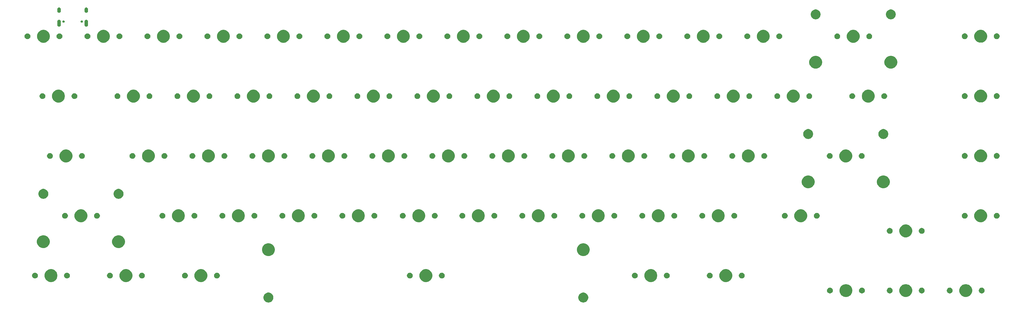
<source format=gbr>
G04 #@! TF.GenerationSoftware,KiCad,Pcbnew,(5.1.5)-3*
G04 #@! TF.CreationDate,2020-02-18T21:31:31-05:00*
G04 #@! TF.ProjectId,Keyboard PCB,4b657962-6f61-4726-9420-5043422e6b69,rev?*
G04 #@! TF.SameCoordinates,Original*
G04 #@! TF.FileFunction,Soldermask,Top*
G04 #@! TF.FilePolarity,Negative*
%FSLAX46Y46*%
G04 Gerber Fmt 4.6, Leading zero omitted, Abs format (unit mm)*
G04 Created by KiCad (PCBNEW (5.1.5)-3) date 2020-02-18 21:31:31*
%MOMM*%
%LPD*%
G04 APERTURE LIST*
%ADD10C,0.100000*%
G04 APERTURE END LIST*
D10*
G36*
X197303061Y33423224D02*
G01*
X197421787Y33374046D01*
X197589691Y33304498D01*
X197589692Y33304497D01*
X197847654Y33132133D01*
X198067033Y32912754D01*
X198182203Y32740389D01*
X198239398Y32654791D01*
X198285756Y32542873D01*
X198358124Y32368161D01*
X198418650Y32063875D01*
X198418650Y31753625D01*
X198358124Y31449340D01*
X198239398Y31162709D01*
X198239397Y31162708D01*
X198067033Y30904746D01*
X197847654Y30685367D01*
X197675289Y30570197D01*
X197589691Y30513002D01*
X197421787Y30443454D01*
X197303061Y30394276D01*
X197150917Y30364013D01*
X196998775Y30333750D01*
X196688525Y30333750D01*
X196536383Y30364013D01*
X196384239Y30394276D01*
X196265513Y30443454D01*
X196097609Y30513002D01*
X196012011Y30570197D01*
X195839646Y30685367D01*
X195620267Y30904746D01*
X195447903Y31162708D01*
X195447902Y31162709D01*
X195329176Y31449340D01*
X195268650Y31753625D01*
X195268650Y32063875D01*
X195329176Y32368161D01*
X195401544Y32542873D01*
X195447902Y32654791D01*
X195505097Y32740389D01*
X195620267Y32912754D01*
X195839646Y33132133D01*
X196097608Y33304497D01*
X196097609Y33304498D01*
X196265513Y33374046D01*
X196384239Y33423224D01*
X196688525Y33483750D01*
X196998775Y33483750D01*
X197303061Y33423224D01*
G37*
G36*
X97303261Y33423224D02*
G01*
X97421987Y33374046D01*
X97589891Y33304498D01*
X97589892Y33304497D01*
X97847854Y33132133D01*
X98067233Y32912754D01*
X98182403Y32740389D01*
X98239598Y32654791D01*
X98285956Y32542873D01*
X98358324Y32368161D01*
X98418850Y32063875D01*
X98418850Y31753625D01*
X98358324Y31449340D01*
X98239598Y31162709D01*
X98239597Y31162708D01*
X98067233Y30904746D01*
X97847854Y30685367D01*
X97675489Y30570197D01*
X97589891Y30513002D01*
X97421987Y30443454D01*
X97303261Y30394276D01*
X97151117Y30364013D01*
X96998975Y30333750D01*
X96688725Y30333750D01*
X96536583Y30364013D01*
X96384439Y30394276D01*
X96265713Y30443454D01*
X96097809Y30513002D01*
X96012211Y30570197D01*
X95839846Y30685367D01*
X95620467Y30904746D01*
X95448103Y31162708D01*
X95448102Y31162709D01*
X95329376Y31449340D01*
X95268850Y31753625D01*
X95268850Y32063875D01*
X95329376Y32368161D01*
X95401744Y32542873D01*
X95448102Y32654791D01*
X95505297Y32740389D01*
X95620467Y32912754D01*
X95839846Y33132133D01*
X96097808Y33304497D01*
X96097809Y33304498D01*
X96265713Y33374046D01*
X96384439Y33423224D01*
X96688725Y33483750D01*
X96998975Y33483750D01*
X97303261Y33423224D01*
G37*
G36*
X280844224Y36097066D02*
G01*
X281062224Y36006767D01*
X281216373Y35942917D01*
X281551298Y35719127D01*
X281836127Y35434298D01*
X282059917Y35099373D01*
X282092312Y35021164D01*
X282214066Y34727224D01*
X282292650Y34332156D01*
X282292650Y33929344D01*
X282214066Y33534276D01*
X282163201Y33411478D01*
X282059917Y33162127D01*
X281836127Y32827202D01*
X281551298Y32542373D01*
X281216373Y32318583D01*
X281062224Y32254733D01*
X280844224Y32164434D01*
X280449156Y32085850D01*
X280046344Y32085850D01*
X279651276Y32164434D01*
X279433276Y32254733D01*
X279279127Y32318583D01*
X278944202Y32542373D01*
X278659373Y32827202D01*
X278435583Y33162127D01*
X278332299Y33411478D01*
X278281434Y33534276D01*
X278202850Y33929344D01*
X278202850Y34332156D01*
X278281434Y34727224D01*
X278403188Y35021164D01*
X278435583Y35099373D01*
X278659373Y35434298D01*
X278944202Y35719127D01*
X279279127Y35942917D01*
X279433276Y36006767D01*
X279651276Y36097066D01*
X280046344Y36175650D01*
X280449156Y36175650D01*
X280844224Y36097066D01*
G37*
G36*
X299840224Y36097566D02*
G01*
X300058224Y36007267D01*
X300212373Y35943417D01*
X300547298Y35719627D01*
X300832127Y35434798D01*
X301055917Y35099873D01*
X301088312Y35021664D01*
X301210066Y34727724D01*
X301288650Y34332656D01*
X301288650Y33929844D01*
X301210066Y33534776D01*
X301158994Y33411478D01*
X301055917Y33162627D01*
X300832127Y32827702D01*
X300547298Y32542873D01*
X300212373Y32319083D01*
X300058224Y32255233D01*
X299840224Y32164934D01*
X299445156Y32086350D01*
X299042344Y32086350D01*
X298647276Y32164934D01*
X298429276Y32255233D01*
X298275127Y32319083D01*
X297940202Y32542873D01*
X297655373Y32827702D01*
X297431583Y33162627D01*
X297328506Y33411478D01*
X297277434Y33534776D01*
X297198850Y33929844D01*
X297198850Y34332656D01*
X297277434Y34727724D01*
X297399188Y35021664D01*
X297431583Y35099873D01*
X297655373Y35434798D01*
X297940202Y35719627D01*
X298275127Y35943417D01*
X298429276Y36007267D01*
X298647276Y36097566D01*
X299042344Y36176150D01*
X299445156Y36176150D01*
X299840224Y36097566D01*
G37*
G36*
X318890224Y36097566D02*
G01*
X319108224Y36007267D01*
X319262373Y35943417D01*
X319597298Y35719627D01*
X319882127Y35434798D01*
X320105917Y35099873D01*
X320138312Y35021664D01*
X320260066Y34727724D01*
X320338650Y34332656D01*
X320338650Y33929844D01*
X320260066Y33534776D01*
X320208994Y33411478D01*
X320105917Y33162627D01*
X319882127Y32827702D01*
X319597298Y32542873D01*
X319262373Y32319083D01*
X319108224Y32255233D01*
X318890224Y32164934D01*
X318495156Y32086350D01*
X318092344Y32086350D01*
X317697276Y32164934D01*
X317479276Y32255233D01*
X317325127Y32319083D01*
X316990202Y32542873D01*
X316705373Y32827702D01*
X316481583Y33162627D01*
X316378506Y33411478D01*
X316327434Y33534776D01*
X316248850Y33929844D01*
X316248850Y34332656D01*
X316327434Y34727724D01*
X316449188Y35021664D01*
X316481583Y35099873D01*
X316705373Y35434798D01*
X316990202Y35719627D01*
X317325127Y35943417D01*
X317479276Y36007267D01*
X317697276Y36097566D01*
X318092344Y36176150D01*
X318495156Y36176150D01*
X318890224Y36097566D01*
G37*
G36*
X275437854Y35021165D02*
G01*
X275606376Y34951361D01*
X275758041Y34850022D01*
X275887022Y34721041D01*
X275988361Y34569376D01*
X276058165Y34400854D01*
X276093750Y34221953D01*
X276093750Y34039547D01*
X276058165Y33860646D01*
X275988361Y33692124D01*
X275887022Y33540459D01*
X275758041Y33411478D01*
X275606376Y33310139D01*
X275437854Y33240335D01*
X275258953Y33204750D01*
X275076547Y33204750D01*
X274897646Y33240335D01*
X274729124Y33310139D01*
X274577459Y33411478D01*
X274448478Y33540459D01*
X274347139Y33692124D01*
X274277335Y33860646D01*
X274241750Y34039547D01*
X274241750Y34221953D01*
X274277335Y34400854D01*
X274347139Y34569376D01*
X274448478Y34721041D01*
X274577459Y34850022D01*
X274729124Y34951361D01*
X274897646Y35021165D01*
X275076547Y35056750D01*
X275258953Y35056750D01*
X275437854Y35021165D01*
G37*
G36*
X285597854Y35021165D02*
G01*
X285766376Y34951361D01*
X285918041Y34850022D01*
X286047022Y34721041D01*
X286148361Y34569376D01*
X286218165Y34400854D01*
X286253750Y34221953D01*
X286253750Y34039547D01*
X286218165Y33860646D01*
X286148361Y33692124D01*
X286047022Y33540459D01*
X285918041Y33411478D01*
X285766376Y33310139D01*
X285597854Y33240335D01*
X285418953Y33204750D01*
X285236547Y33204750D01*
X285057646Y33240335D01*
X284889124Y33310139D01*
X284737459Y33411478D01*
X284608478Y33540459D01*
X284507139Y33692124D01*
X284437335Y33860646D01*
X284401750Y34039547D01*
X284401750Y34221953D01*
X284437335Y34400854D01*
X284507139Y34569376D01*
X284608478Y34721041D01*
X284737459Y34850022D01*
X284889124Y34951361D01*
X285057646Y35021165D01*
X285236547Y35056750D01*
X285418953Y35056750D01*
X285597854Y35021165D01*
G37*
G36*
X323643854Y35021665D02*
G01*
X323812376Y34951861D01*
X323964041Y34850522D01*
X324093022Y34721541D01*
X324194361Y34569876D01*
X324264165Y34401354D01*
X324299750Y34222453D01*
X324299750Y34040047D01*
X324264165Y33861146D01*
X324194361Y33692624D01*
X324093022Y33540959D01*
X323964041Y33411978D01*
X323812376Y33310639D01*
X323643854Y33240835D01*
X323464953Y33205250D01*
X323282547Y33205250D01*
X323103646Y33240835D01*
X322935124Y33310639D01*
X322783459Y33411978D01*
X322654478Y33540959D01*
X322553139Y33692624D01*
X322483335Y33861146D01*
X322447750Y34040047D01*
X322447750Y34222453D01*
X322483335Y34401354D01*
X322553139Y34569876D01*
X322654478Y34721541D01*
X322783459Y34850522D01*
X322935124Y34951861D01*
X323103646Y35021665D01*
X323282547Y35057250D01*
X323464953Y35057250D01*
X323643854Y35021665D01*
G37*
G36*
X313483854Y35021665D02*
G01*
X313652376Y34951861D01*
X313804041Y34850522D01*
X313933022Y34721541D01*
X314034361Y34569876D01*
X314104165Y34401354D01*
X314139750Y34222453D01*
X314139750Y34040047D01*
X314104165Y33861146D01*
X314034361Y33692624D01*
X313933022Y33540959D01*
X313804041Y33411978D01*
X313652376Y33310639D01*
X313483854Y33240835D01*
X313304953Y33205250D01*
X313122547Y33205250D01*
X312943646Y33240835D01*
X312775124Y33310639D01*
X312623459Y33411978D01*
X312494478Y33540959D01*
X312393139Y33692624D01*
X312323335Y33861146D01*
X312287750Y34040047D01*
X312287750Y34222453D01*
X312323335Y34401354D01*
X312393139Y34569876D01*
X312494478Y34721541D01*
X312623459Y34850522D01*
X312775124Y34951861D01*
X312943646Y35021665D01*
X313122547Y35057250D01*
X313304953Y35057250D01*
X313483854Y35021665D01*
G37*
G36*
X294433854Y35021665D02*
G01*
X294602376Y34951861D01*
X294754041Y34850522D01*
X294883022Y34721541D01*
X294984361Y34569876D01*
X295054165Y34401354D01*
X295089750Y34222453D01*
X295089750Y34040047D01*
X295054165Y33861146D01*
X294984361Y33692624D01*
X294883022Y33540959D01*
X294754041Y33411978D01*
X294602376Y33310639D01*
X294433854Y33240835D01*
X294254953Y33205250D01*
X294072547Y33205250D01*
X293893646Y33240835D01*
X293725124Y33310639D01*
X293573459Y33411978D01*
X293444478Y33540959D01*
X293343139Y33692624D01*
X293273335Y33861146D01*
X293237750Y34040047D01*
X293237750Y34222453D01*
X293273335Y34401354D01*
X293343139Y34569876D01*
X293444478Y34721541D01*
X293573459Y34850522D01*
X293725124Y34951861D01*
X293893646Y35021665D01*
X294072547Y35057250D01*
X294254953Y35057250D01*
X294433854Y35021665D01*
G37*
G36*
X304593854Y35021665D02*
G01*
X304762376Y34951861D01*
X304914041Y34850522D01*
X305043022Y34721541D01*
X305144361Y34569876D01*
X305214165Y34401354D01*
X305249750Y34222453D01*
X305249750Y34040047D01*
X305214165Y33861146D01*
X305144361Y33692624D01*
X305043022Y33540959D01*
X304914041Y33411978D01*
X304762376Y33310639D01*
X304593854Y33240835D01*
X304414953Y33205250D01*
X304232547Y33205250D01*
X304053646Y33240835D01*
X303885124Y33310639D01*
X303733459Y33411978D01*
X303604478Y33540959D01*
X303503139Y33692624D01*
X303433335Y33861146D01*
X303397750Y34040047D01*
X303397750Y34222453D01*
X303433335Y34401354D01*
X303503139Y34569876D01*
X303604478Y34721541D01*
X303733459Y34850522D01*
X303885124Y34951861D01*
X304053646Y35021665D01*
X304232547Y35057250D01*
X304414953Y35057250D01*
X304593854Y35021665D01*
G37*
G36*
X52190224Y40860066D02*
G01*
X52408224Y40769767D01*
X52562373Y40705917D01*
X52897298Y40482127D01*
X53182127Y40197298D01*
X53405917Y39862373D01*
X53438312Y39784164D01*
X53560066Y39490224D01*
X53638650Y39095156D01*
X53638650Y38692344D01*
X53560066Y38297276D01*
X53509201Y38174478D01*
X53405917Y37925127D01*
X53182127Y37590202D01*
X52897298Y37305373D01*
X52562373Y37081583D01*
X52408224Y37017733D01*
X52190224Y36927434D01*
X51795156Y36848850D01*
X51392344Y36848850D01*
X50997276Y36927434D01*
X50779276Y37017733D01*
X50625127Y37081583D01*
X50290202Y37305373D01*
X50005373Y37590202D01*
X49781583Y37925127D01*
X49678299Y38174478D01*
X49627434Y38297276D01*
X49548850Y38692344D01*
X49548850Y39095156D01*
X49627434Y39490224D01*
X49749188Y39784164D01*
X49781583Y39862373D01*
X50005373Y40197298D01*
X50290202Y40482127D01*
X50625127Y40705917D01*
X50779276Y40769767D01*
X50997276Y40860066D01*
X51392344Y40938650D01*
X51795156Y40938650D01*
X52190224Y40860066D01*
G37*
G36*
X28377724Y40860066D02*
G01*
X28595724Y40769767D01*
X28749873Y40705917D01*
X29084798Y40482127D01*
X29369627Y40197298D01*
X29593417Y39862373D01*
X29625812Y39784164D01*
X29747566Y39490224D01*
X29826150Y39095156D01*
X29826150Y38692344D01*
X29747566Y38297276D01*
X29696701Y38174478D01*
X29593417Y37925127D01*
X29369627Y37590202D01*
X29084798Y37305373D01*
X28749873Y37081583D01*
X28595724Y37017733D01*
X28377724Y36927434D01*
X27982656Y36848850D01*
X27579844Y36848850D01*
X27184776Y36927434D01*
X26966776Y37017733D01*
X26812627Y37081583D01*
X26477702Y37305373D01*
X26192873Y37590202D01*
X25969083Y37925127D01*
X25865799Y38174478D01*
X25814934Y38297276D01*
X25736350Y38692344D01*
X25736350Y39095156D01*
X25814934Y39490224D01*
X25936688Y39784164D01*
X25969083Y39862373D01*
X26192873Y40197298D01*
X26477702Y40482127D01*
X26812627Y40705917D01*
X26966776Y40769767D01*
X27184776Y40860066D01*
X27579844Y40938650D01*
X27982656Y40938650D01*
X28377724Y40860066D01*
G37*
G36*
X76002724Y40860066D02*
G01*
X76220724Y40769767D01*
X76374873Y40705917D01*
X76709798Y40482127D01*
X76994627Y40197298D01*
X77218417Y39862373D01*
X77250812Y39784164D01*
X77372566Y39490224D01*
X77451150Y39095156D01*
X77451150Y38692344D01*
X77372566Y38297276D01*
X77321701Y38174478D01*
X77218417Y37925127D01*
X76994627Y37590202D01*
X76709798Y37305373D01*
X76374873Y37081583D01*
X76220724Y37017733D01*
X76002724Y36927434D01*
X75607656Y36848850D01*
X75204844Y36848850D01*
X74809776Y36927434D01*
X74591776Y37017733D01*
X74437627Y37081583D01*
X74102702Y37305373D01*
X73817873Y37590202D01*
X73594083Y37925127D01*
X73490799Y38174478D01*
X73439934Y38297276D01*
X73361350Y38692344D01*
X73361350Y39095156D01*
X73439934Y39490224D01*
X73561688Y39784164D01*
X73594083Y39862373D01*
X73817873Y40197298D01*
X74102702Y40482127D01*
X74437627Y40705917D01*
X74591776Y40769767D01*
X74809776Y40860066D01*
X75204844Y40938650D01*
X75607656Y40938650D01*
X76002724Y40860066D01*
G37*
G36*
X242690224Y40860066D02*
G01*
X242908224Y40769767D01*
X243062373Y40705917D01*
X243397298Y40482127D01*
X243682127Y40197298D01*
X243905917Y39862373D01*
X243938312Y39784164D01*
X244060066Y39490224D01*
X244138650Y39095156D01*
X244138650Y38692344D01*
X244060066Y38297276D01*
X244009201Y38174478D01*
X243905917Y37925127D01*
X243682127Y37590202D01*
X243397298Y37305373D01*
X243062373Y37081583D01*
X242908224Y37017733D01*
X242690224Y36927434D01*
X242295156Y36848850D01*
X241892344Y36848850D01*
X241497276Y36927434D01*
X241279276Y37017733D01*
X241125127Y37081583D01*
X240790202Y37305373D01*
X240505373Y37590202D01*
X240281583Y37925127D01*
X240178299Y38174478D01*
X240127434Y38297276D01*
X240048850Y38692344D01*
X240048850Y39095156D01*
X240127434Y39490224D01*
X240249188Y39784164D01*
X240281583Y39862373D01*
X240505373Y40197298D01*
X240790202Y40482127D01*
X241125127Y40705917D01*
X241279276Y40769767D01*
X241497276Y40860066D01*
X241892344Y40938650D01*
X242295156Y40938650D01*
X242690224Y40860066D01*
G37*
G36*
X147440224Y40860066D02*
G01*
X147658224Y40769767D01*
X147812373Y40705917D01*
X148147298Y40482127D01*
X148432127Y40197298D01*
X148655917Y39862373D01*
X148688312Y39784164D01*
X148810066Y39490224D01*
X148888650Y39095156D01*
X148888650Y38692344D01*
X148810066Y38297276D01*
X148759201Y38174478D01*
X148655917Y37925127D01*
X148432127Y37590202D01*
X148147298Y37305373D01*
X147812373Y37081583D01*
X147658224Y37017733D01*
X147440224Y36927434D01*
X147045156Y36848850D01*
X146642344Y36848850D01*
X146247276Y36927434D01*
X146029276Y37017733D01*
X145875127Y37081583D01*
X145540202Y37305373D01*
X145255373Y37590202D01*
X145031583Y37925127D01*
X144928299Y38174478D01*
X144877434Y38297276D01*
X144798850Y38692344D01*
X144798850Y39095156D01*
X144877434Y39490224D01*
X144999188Y39784164D01*
X145031583Y39862373D01*
X145255373Y40197298D01*
X145540202Y40482127D01*
X145875127Y40705917D01*
X146029276Y40769767D01*
X146247276Y40860066D01*
X146642344Y40938650D01*
X147045156Y40938650D01*
X147440224Y40860066D01*
G37*
G36*
X218877724Y40860066D02*
G01*
X219095724Y40769767D01*
X219249873Y40705917D01*
X219584798Y40482127D01*
X219869627Y40197298D01*
X220093417Y39862373D01*
X220125812Y39784164D01*
X220247566Y39490224D01*
X220326150Y39095156D01*
X220326150Y38692344D01*
X220247566Y38297276D01*
X220196701Y38174478D01*
X220093417Y37925127D01*
X219869627Y37590202D01*
X219584798Y37305373D01*
X219249873Y37081583D01*
X219095724Y37017733D01*
X218877724Y36927434D01*
X218482656Y36848850D01*
X218079844Y36848850D01*
X217684776Y36927434D01*
X217466776Y37017733D01*
X217312627Y37081583D01*
X216977702Y37305373D01*
X216692873Y37590202D01*
X216469083Y37925127D01*
X216365799Y38174478D01*
X216314934Y38297276D01*
X216236350Y38692344D01*
X216236350Y39095156D01*
X216314934Y39490224D01*
X216436688Y39784164D01*
X216469083Y39862373D01*
X216692873Y40197298D01*
X216977702Y40482127D01*
X217312627Y40705917D01*
X217466776Y40769767D01*
X217684776Y40860066D01*
X218079844Y40938650D01*
X218482656Y40938650D01*
X218877724Y40860066D01*
G37*
G36*
X33131354Y39784165D02*
G01*
X33299876Y39714361D01*
X33451541Y39613022D01*
X33580522Y39484041D01*
X33681861Y39332376D01*
X33751665Y39163854D01*
X33787250Y38984953D01*
X33787250Y38802547D01*
X33751665Y38623646D01*
X33681861Y38455124D01*
X33580522Y38303459D01*
X33451541Y38174478D01*
X33299876Y38073139D01*
X33131354Y38003335D01*
X32952453Y37967750D01*
X32770047Y37967750D01*
X32591146Y38003335D01*
X32422624Y38073139D01*
X32270959Y38174478D01*
X32141978Y38303459D01*
X32040639Y38455124D01*
X31970835Y38623646D01*
X31935250Y38802547D01*
X31935250Y38984953D01*
X31970835Y39163854D01*
X32040639Y39332376D01*
X32141978Y39484041D01*
X32270959Y39613022D01*
X32422624Y39714361D01*
X32591146Y39784165D01*
X32770047Y39819750D01*
X32952453Y39819750D01*
X33131354Y39784165D01*
G37*
G36*
X22971354Y39784165D02*
G01*
X23139876Y39714361D01*
X23291541Y39613022D01*
X23420522Y39484041D01*
X23521861Y39332376D01*
X23591665Y39163854D01*
X23627250Y38984953D01*
X23627250Y38802547D01*
X23591665Y38623646D01*
X23521861Y38455124D01*
X23420522Y38303459D01*
X23291541Y38174478D01*
X23139876Y38073139D01*
X22971354Y38003335D01*
X22792453Y37967750D01*
X22610047Y37967750D01*
X22431146Y38003335D01*
X22262624Y38073139D01*
X22110959Y38174478D01*
X21981978Y38303459D01*
X21880639Y38455124D01*
X21810835Y38623646D01*
X21775250Y38802547D01*
X21775250Y38984953D01*
X21810835Y39163854D01*
X21880639Y39332376D01*
X21981978Y39484041D01*
X22110959Y39613022D01*
X22262624Y39714361D01*
X22431146Y39784165D01*
X22610047Y39819750D01*
X22792453Y39819750D01*
X22971354Y39784165D01*
G37*
G36*
X142033854Y39784165D02*
G01*
X142202376Y39714361D01*
X142354041Y39613022D01*
X142483022Y39484041D01*
X142584361Y39332376D01*
X142654165Y39163854D01*
X142689750Y38984953D01*
X142689750Y38802547D01*
X142654165Y38623646D01*
X142584361Y38455124D01*
X142483022Y38303459D01*
X142354041Y38174478D01*
X142202376Y38073139D01*
X142033854Y38003335D01*
X141854953Y37967750D01*
X141672547Y37967750D01*
X141493646Y38003335D01*
X141325124Y38073139D01*
X141173459Y38174478D01*
X141044478Y38303459D01*
X140943139Y38455124D01*
X140873335Y38623646D01*
X140837750Y38802547D01*
X140837750Y38984953D01*
X140873335Y39163854D01*
X140943139Y39332376D01*
X141044478Y39484041D01*
X141173459Y39613022D01*
X141325124Y39714361D01*
X141493646Y39784165D01*
X141672547Y39819750D01*
X141854953Y39819750D01*
X142033854Y39784165D01*
G37*
G36*
X152193854Y39784165D02*
G01*
X152362376Y39714361D01*
X152514041Y39613022D01*
X152643022Y39484041D01*
X152744361Y39332376D01*
X152814165Y39163854D01*
X152849750Y38984953D01*
X152849750Y38802547D01*
X152814165Y38623646D01*
X152744361Y38455124D01*
X152643022Y38303459D01*
X152514041Y38174478D01*
X152362376Y38073139D01*
X152193854Y38003335D01*
X152014953Y37967750D01*
X151832547Y37967750D01*
X151653646Y38003335D01*
X151485124Y38073139D01*
X151333459Y38174478D01*
X151204478Y38303459D01*
X151103139Y38455124D01*
X151033335Y38623646D01*
X150997750Y38802547D01*
X150997750Y38984953D01*
X151033335Y39163854D01*
X151103139Y39332376D01*
X151204478Y39484041D01*
X151333459Y39613022D01*
X151485124Y39714361D01*
X151653646Y39784165D01*
X151832547Y39819750D01*
X152014953Y39819750D01*
X152193854Y39784165D01*
G37*
G36*
X237283854Y39784165D02*
G01*
X237452376Y39714361D01*
X237604041Y39613022D01*
X237733022Y39484041D01*
X237834361Y39332376D01*
X237904165Y39163854D01*
X237939750Y38984953D01*
X237939750Y38802547D01*
X237904165Y38623646D01*
X237834361Y38455124D01*
X237733022Y38303459D01*
X237604041Y38174478D01*
X237452376Y38073139D01*
X237283854Y38003335D01*
X237104953Y37967750D01*
X236922547Y37967750D01*
X236743646Y38003335D01*
X236575124Y38073139D01*
X236423459Y38174478D01*
X236294478Y38303459D01*
X236193139Y38455124D01*
X236123335Y38623646D01*
X236087750Y38802547D01*
X236087750Y38984953D01*
X236123335Y39163854D01*
X236193139Y39332376D01*
X236294478Y39484041D01*
X236423459Y39613022D01*
X236575124Y39714361D01*
X236743646Y39784165D01*
X236922547Y39819750D01*
X237104953Y39819750D01*
X237283854Y39784165D01*
G37*
G36*
X223631354Y39784165D02*
G01*
X223799876Y39714361D01*
X223951541Y39613022D01*
X224080522Y39484041D01*
X224181861Y39332376D01*
X224251665Y39163854D01*
X224287250Y38984953D01*
X224287250Y38802547D01*
X224251665Y38623646D01*
X224181861Y38455124D01*
X224080522Y38303459D01*
X223951541Y38174478D01*
X223799876Y38073139D01*
X223631354Y38003335D01*
X223452453Y37967750D01*
X223270047Y37967750D01*
X223091146Y38003335D01*
X222922624Y38073139D01*
X222770959Y38174478D01*
X222641978Y38303459D01*
X222540639Y38455124D01*
X222470835Y38623646D01*
X222435250Y38802547D01*
X222435250Y38984953D01*
X222470835Y39163854D01*
X222540639Y39332376D01*
X222641978Y39484041D01*
X222770959Y39613022D01*
X222922624Y39714361D01*
X223091146Y39784165D01*
X223270047Y39819750D01*
X223452453Y39819750D01*
X223631354Y39784165D01*
G37*
G36*
X213471354Y39784165D02*
G01*
X213639876Y39714361D01*
X213791541Y39613022D01*
X213920522Y39484041D01*
X214021861Y39332376D01*
X214091665Y39163854D01*
X214127250Y38984953D01*
X214127250Y38802547D01*
X214091665Y38623646D01*
X214021861Y38455124D01*
X213920522Y38303459D01*
X213791541Y38174478D01*
X213639876Y38073139D01*
X213471354Y38003335D01*
X213292453Y37967750D01*
X213110047Y37967750D01*
X212931146Y38003335D01*
X212762624Y38073139D01*
X212610959Y38174478D01*
X212481978Y38303459D01*
X212380639Y38455124D01*
X212310835Y38623646D01*
X212275250Y38802547D01*
X212275250Y38984953D01*
X212310835Y39163854D01*
X212380639Y39332376D01*
X212481978Y39484041D01*
X212610959Y39613022D01*
X212762624Y39714361D01*
X212931146Y39784165D01*
X213110047Y39819750D01*
X213292453Y39819750D01*
X213471354Y39784165D01*
G37*
G36*
X247443854Y39784165D02*
G01*
X247612376Y39714361D01*
X247764041Y39613022D01*
X247893022Y39484041D01*
X247994361Y39332376D01*
X248064165Y39163854D01*
X248099750Y38984953D01*
X248099750Y38802547D01*
X248064165Y38623646D01*
X247994361Y38455124D01*
X247893022Y38303459D01*
X247764041Y38174478D01*
X247612376Y38073139D01*
X247443854Y38003335D01*
X247264953Y37967750D01*
X247082547Y37967750D01*
X246903646Y38003335D01*
X246735124Y38073139D01*
X246583459Y38174478D01*
X246454478Y38303459D01*
X246353139Y38455124D01*
X246283335Y38623646D01*
X246247750Y38802547D01*
X246247750Y38984953D01*
X246283335Y39163854D01*
X246353139Y39332376D01*
X246454478Y39484041D01*
X246583459Y39613022D01*
X246735124Y39714361D01*
X246903646Y39784165D01*
X247082547Y39819750D01*
X247264953Y39819750D01*
X247443854Y39784165D01*
G37*
G36*
X80756354Y39784165D02*
G01*
X80924876Y39714361D01*
X81076541Y39613022D01*
X81205522Y39484041D01*
X81306861Y39332376D01*
X81376665Y39163854D01*
X81412250Y38984953D01*
X81412250Y38802547D01*
X81376665Y38623646D01*
X81306861Y38455124D01*
X81205522Y38303459D01*
X81076541Y38174478D01*
X80924876Y38073139D01*
X80756354Y38003335D01*
X80577453Y37967750D01*
X80395047Y37967750D01*
X80216146Y38003335D01*
X80047624Y38073139D01*
X79895959Y38174478D01*
X79766978Y38303459D01*
X79665639Y38455124D01*
X79595835Y38623646D01*
X79560250Y38802547D01*
X79560250Y38984953D01*
X79595835Y39163854D01*
X79665639Y39332376D01*
X79766978Y39484041D01*
X79895959Y39613022D01*
X80047624Y39714361D01*
X80216146Y39784165D01*
X80395047Y39819750D01*
X80577453Y39819750D01*
X80756354Y39784165D01*
G37*
G36*
X70596354Y39784165D02*
G01*
X70764876Y39714361D01*
X70916541Y39613022D01*
X71045522Y39484041D01*
X71146861Y39332376D01*
X71216665Y39163854D01*
X71252250Y38984953D01*
X71252250Y38802547D01*
X71216665Y38623646D01*
X71146861Y38455124D01*
X71045522Y38303459D01*
X70916541Y38174478D01*
X70764876Y38073139D01*
X70596354Y38003335D01*
X70417453Y37967750D01*
X70235047Y37967750D01*
X70056146Y38003335D01*
X69887624Y38073139D01*
X69735959Y38174478D01*
X69606978Y38303459D01*
X69505639Y38455124D01*
X69435835Y38623646D01*
X69400250Y38802547D01*
X69400250Y38984953D01*
X69435835Y39163854D01*
X69505639Y39332376D01*
X69606978Y39484041D01*
X69735959Y39613022D01*
X69887624Y39714361D01*
X70056146Y39784165D01*
X70235047Y39819750D01*
X70417453Y39819750D01*
X70596354Y39784165D01*
G37*
G36*
X56943854Y39784165D02*
G01*
X57112376Y39714361D01*
X57264041Y39613022D01*
X57393022Y39484041D01*
X57494361Y39332376D01*
X57564165Y39163854D01*
X57599750Y38984953D01*
X57599750Y38802547D01*
X57564165Y38623646D01*
X57494361Y38455124D01*
X57393022Y38303459D01*
X57264041Y38174478D01*
X57112376Y38073139D01*
X56943854Y38003335D01*
X56764953Y37967750D01*
X56582547Y37967750D01*
X56403646Y38003335D01*
X56235124Y38073139D01*
X56083459Y38174478D01*
X55954478Y38303459D01*
X55853139Y38455124D01*
X55783335Y38623646D01*
X55747750Y38802547D01*
X55747750Y38984953D01*
X55783335Y39163854D01*
X55853139Y39332376D01*
X55954478Y39484041D01*
X56083459Y39613022D01*
X56235124Y39714361D01*
X56403646Y39784165D01*
X56582547Y39819750D01*
X56764953Y39819750D01*
X56943854Y39784165D01*
G37*
G36*
X46783854Y39784165D02*
G01*
X46952376Y39714361D01*
X47104041Y39613022D01*
X47233022Y39484041D01*
X47334361Y39332376D01*
X47404165Y39163854D01*
X47439750Y38984953D01*
X47439750Y38802547D01*
X47404165Y38623646D01*
X47334361Y38455124D01*
X47233022Y38303459D01*
X47104041Y38174478D01*
X46952376Y38073139D01*
X46783854Y38003335D01*
X46604953Y37967750D01*
X46422547Y37967750D01*
X46243646Y38003335D01*
X46075124Y38073139D01*
X45923459Y38174478D01*
X45794478Y38303459D01*
X45693139Y38455124D01*
X45623335Y38623646D01*
X45587750Y38802547D01*
X45587750Y38984953D01*
X45623335Y39163854D01*
X45693139Y39332376D01*
X45794478Y39484041D01*
X45923459Y39613022D01*
X46075124Y39714361D01*
X46243646Y39784165D01*
X46422547Y39819750D01*
X46604953Y39819750D01*
X46783854Y39784165D01*
G37*
G36*
X197440124Y49115066D02*
G01*
X197658124Y49024767D01*
X197812273Y48960917D01*
X198147198Y48737127D01*
X198432027Y48452298D01*
X198655817Y48117373D01*
X198719667Y47963224D01*
X198809966Y47745224D01*
X198888550Y47350156D01*
X198888550Y46947344D01*
X198809966Y46552276D01*
X198719667Y46334276D01*
X198655817Y46180127D01*
X198432027Y45845202D01*
X198147198Y45560373D01*
X197812273Y45336583D01*
X197658124Y45272733D01*
X197440124Y45182434D01*
X197045056Y45103850D01*
X196642244Y45103850D01*
X196247176Y45182434D01*
X196029176Y45272733D01*
X195875027Y45336583D01*
X195540102Y45560373D01*
X195255273Y45845202D01*
X195031483Y46180127D01*
X194967633Y46334276D01*
X194877334Y46552276D01*
X194798750Y46947344D01*
X194798750Y47350156D01*
X194877334Y47745224D01*
X194967633Y47963224D01*
X195031483Y48117373D01*
X195255273Y48452298D01*
X195540102Y48737127D01*
X195875027Y48960917D01*
X196029176Y49024767D01*
X196247176Y49115066D01*
X196642244Y49193650D01*
X197045056Y49193650D01*
X197440124Y49115066D01*
G37*
G36*
X97440324Y49115066D02*
G01*
X97658324Y49024767D01*
X97812473Y48960917D01*
X98147398Y48737127D01*
X98432227Y48452298D01*
X98656017Y48117373D01*
X98719867Y47963224D01*
X98810166Y47745224D01*
X98888750Y47350156D01*
X98888750Y46947344D01*
X98810166Y46552276D01*
X98719867Y46334276D01*
X98656017Y46180127D01*
X98432227Y45845202D01*
X98147398Y45560373D01*
X97812473Y45336583D01*
X97658324Y45272733D01*
X97440324Y45182434D01*
X97045256Y45103850D01*
X96642444Y45103850D01*
X96247376Y45182434D01*
X96029376Y45272733D01*
X95875227Y45336583D01*
X95540302Y45560373D01*
X95255473Y45845202D01*
X95031683Y46180127D01*
X94967833Y46334276D01*
X94877534Y46552276D01*
X94798950Y46947344D01*
X94798950Y47350156D01*
X94877534Y47745224D01*
X94967833Y47963224D01*
X95031683Y48117373D01*
X95255473Y48452298D01*
X95540302Y48737127D01*
X95875227Y48960917D01*
X96029376Y49024767D01*
X96247376Y49115066D01*
X96642444Y49193650D01*
X97045256Y49193650D01*
X97440324Y49115066D01*
G37*
G36*
X49840724Y51655066D02*
G01*
X50058724Y51564767D01*
X50212873Y51500917D01*
X50547798Y51277127D01*
X50832627Y50992298D01*
X51056417Y50657373D01*
X51056417Y50657372D01*
X51210566Y50285224D01*
X51289150Y49890156D01*
X51289150Y49487344D01*
X51210566Y49092276D01*
X51156155Y48960917D01*
X51056417Y48720127D01*
X50832627Y48385202D01*
X50547798Y48100373D01*
X50212873Y47876583D01*
X50058724Y47812733D01*
X49840724Y47722434D01*
X49445656Y47643850D01*
X49042844Y47643850D01*
X48647776Y47722434D01*
X48429776Y47812733D01*
X48275627Y47876583D01*
X47940702Y48100373D01*
X47655873Y48385202D01*
X47432083Y48720127D01*
X47332345Y48960917D01*
X47277934Y49092276D01*
X47199350Y49487344D01*
X47199350Y49890156D01*
X47277934Y50285224D01*
X47432083Y50657372D01*
X47432083Y50657373D01*
X47655873Y50992298D01*
X47940702Y51277127D01*
X48275627Y51500917D01*
X48429776Y51564767D01*
X48647776Y51655066D01*
X49042844Y51733650D01*
X49445656Y51733650D01*
X49840724Y51655066D01*
G37*
G36*
X25964724Y51655066D02*
G01*
X26182724Y51564767D01*
X26336873Y51500917D01*
X26671798Y51277127D01*
X26956627Y50992298D01*
X27180417Y50657373D01*
X27180417Y50657372D01*
X27334566Y50285224D01*
X27413150Y49890156D01*
X27413150Y49487344D01*
X27334566Y49092276D01*
X27280155Y48960917D01*
X27180417Y48720127D01*
X26956627Y48385202D01*
X26671798Y48100373D01*
X26336873Y47876583D01*
X26182724Y47812733D01*
X25964724Y47722434D01*
X25569656Y47643850D01*
X25166844Y47643850D01*
X24771776Y47722434D01*
X24553776Y47812733D01*
X24399627Y47876583D01*
X24064702Y48100373D01*
X23779873Y48385202D01*
X23556083Y48720127D01*
X23456345Y48960917D01*
X23401934Y49092276D01*
X23323350Y49487344D01*
X23323350Y49890156D01*
X23401934Y50285224D01*
X23556083Y50657372D01*
X23556083Y50657373D01*
X23779873Y50992298D01*
X24064702Y51277127D01*
X24399627Y51500917D01*
X24553776Y51564767D01*
X24771776Y51655066D01*
X25166844Y51733650D01*
X25569656Y51733650D01*
X25964724Y51655066D01*
G37*
G36*
X299840224Y55097066D02*
G01*
X300058224Y55006767D01*
X300212373Y54942917D01*
X300547298Y54719127D01*
X300832127Y54434298D01*
X301055917Y54099373D01*
X301088312Y54021164D01*
X301210066Y53727224D01*
X301288650Y53332156D01*
X301288650Y52929344D01*
X301210066Y52534276D01*
X301159201Y52411478D01*
X301055917Y52162127D01*
X300832127Y51827202D01*
X300547298Y51542373D01*
X300212373Y51318583D01*
X300112289Y51277127D01*
X299840224Y51164434D01*
X299445156Y51085850D01*
X299042344Y51085850D01*
X298647276Y51164434D01*
X298375211Y51277127D01*
X298275127Y51318583D01*
X297940202Y51542373D01*
X297655373Y51827202D01*
X297431583Y52162127D01*
X297328299Y52411478D01*
X297277434Y52534276D01*
X297198850Y52929344D01*
X297198850Y53332156D01*
X297277434Y53727224D01*
X297399188Y54021164D01*
X297431583Y54099373D01*
X297655373Y54434298D01*
X297940202Y54719127D01*
X298275127Y54942917D01*
X298429276Y55006767D01*
X298647276Y55097066D01*
X299042344Y55175650D01*
X299445156Y55175650D01*
X299840224Y55097066D01*
G37*
G36*
X294433854Y54021165D02*
G01*
X294602376Y53951361D01*
X294754041Y53850022D01*
X294883022Y53721041D01*
X294984361Y53569376D01*
X295054165Y53400854D01*
X295089750Y53221953D01*
X295089750Y53039547D01*
X295054165Y52860646D01*
X294984361Y52692124D01*
X294883022Y52540459D01*
X294754041Y52411478D01*
X294602376Y52310139D01*
X294433854Y52240335D01*
X294254953Y52204750D01*
X294072547Y52204750D01*
X293893646Y52240335D01*
X293725124Y52310139D01*
X293573459Y52411478D01*
X293444478Y52540459D01*
X293343139Y52692124D01*
X293273335Y52860646D01*
X293237750Y53039547D01*
X293237750Y53221953D01*
X293273335Y53400854D01*
X293343139Y53569376D01*
X293444478Y53721041D01*
X293573459Y53850022D01*
X293725124Y53951361D01*
X293893646Y54021165D01*
X294072547Y54056750D01*
X294254953Y54056750D01*
X294433854Y54021165D01*
G37*
G36*
X304593854Y54021165D02*
G01*
X304762376Y53951361D01*
X304914041Y53850022D01*
X305043022Y53721041D01*
X305144361Y53569376D01*
X305214165Y53400854D01*
X305249750Y53221953D01*
X305249750Y53039547D01*
X305214165Y52860646D01*
X305144361Y52692124D01*
X305043022Y52540459D01*
X304914041Y52411478D01*
X304762376Y52310139D01*
X304593854Y52240335D01*
X304414953Y52204750D01*
X304232547Y52204750D01*
X304053646Y52240335D01*
X303885124Y52310139D01*
X303733459Y52411478D01*
X303604478Y52540459D01*
X303503139Y52692124D01*
X303433335Y52860646D01*
X303397750Y53039547D01*
X303397750Y53221953D01*
X303433335Y53400854D01*
X303503139Y53569376D01*
X303604478Y53721041D01*
X303733459Y53850022D01*
X303885124Y53951361D01*
X304053646Y54021165D01*
X304232547Y54056750D01*
X304414953Y54056750D01*
X304593854Y54021165D01*
G37*
G36*
X164108974Y59910066D02*
G01*
X164326974Y59819767D01*
X164481123Y59755917D01*
X164816048Y59532127D01*
X165100877Y59247298D01*
X165324667Y58912373D01*
X165357062Y58834164D01*
X165478816Y58540224D01*
X165557400Y58145156D01*
X165557400Y57742344D01*
X165478816Y57347276D01*
X165427951Y57224478D01*
X165324667Y56975127D01*
X165100877Y56640202D01*
X164816048Y56355373D01*
X164481123Y56131583D01*
X164326974Y56067733D01*
X164108974Y55977434D01*
X163713906Y55898850D01*
X163311094Y55898850D01*
X162916026Y55977434D01*
X162698026Y56067733D01*
X162543877Y56131583D01*
X162208952Y56355373D01*
X161924123Y56640202D01*
X161700333Y56975127D01*
X161597049Y57224478D01*
X161546184Y57347276D01*
X161467600Y57742344D01*
X161467600Y58145156D01*
X161546184Y58540224D01*
X161667938Y58834164D01*
X161700333Y58912373D01*
X161924123Y59247298D01*
X162208952Y59532127D01*
X162543877Y59755917D01*
X162698026Y59819767D01*
X162916026Y59910066D01*
X163311094Y59988650D01*
X163713906Y59988650D01*
X164108974Y59910066D01*
G37*
G36*
X106958974Y59910066D02*
G01*
X107176974Y59819767D01*
X107331123Y59755917D01*
X107666048Y59532127D01*
X107950877Y59247298D01*
X108174667Y58912373D01*
X108207062Y58834164D01*
X108328816Y58540224D01*
X108407400Y58145156D01*
X108407400Y57742344D01*
X108328816Y57347276D01*
X108277951Y57224478D01*
X108174667Y56975127D01*
X107950877Y56640202D01*
X107666048Y56355373D01*
X107331123Y56131583D01*
X107176974Y56067733D01*
X106958974Y55977434D01*
X106563906Y55898850D01*
X106161094Y55898850D01*
X105766026Y55977434D01*
X105548026Y56067733D01*
X105393877Y56131583D01*
X105058952Y56355373D01*
X104774123Y56640202D01*
X104550333Y56975127D01*
X104447049Y57224478D01*
X104396184Y57347276D01*
X104317600Y57742344D01*
X104317600Y58145156D01*
X104396184Y58540224D01*
X104517938Y58834164D01*
X104550333Y58912373D01*
X104774123Y59247298D01*
X105058952Y59532127D01*
X105393877Y59755917D01*
X105548026Y59819767D01*
X105766026Y59910066D01*
X106161094Y59988650D01*
X106563906Y59988650D01*
X106958974Y59910066D01*
G37*
G36*
X323653224Y59910066D02*
G01*
X323871224Y59819767D01*
X324025373Y59755917D01*
X324360298Y59532127D01*
X324645127Y59247298D01*
X324868917Y58912373D01*
X324901312Y58834164D01*
X325023066Y58540224D01*
X325101650Y58145156D01*
X325101650Y57742344D01*
X325023066Y57347276D01*
X324972201Y57224478D01*
X324868917Y56975127D01*
X324645127Y56640202D01*
X324360298Y56355373D01*
X324025373Y56131583D01*
X323871224Y56067733D01*
X323653224Y55977434D01*
X323258156Y55898850D01*
X322855344Y55898850D01*
X322460276Y55977434D01*
X322242276Y56067733D01*
X322088127Y56131583D01*
X321753202Y56355373D01*
X321468373Y56640202D01*
X321244583Y56975127D01*
X321141299Y57224478D01*
X321090434Y57347276D01*
X321011850Y57742344D01*
X321011850Y58145156D01*
X321090434Y58540224D01*
X321212188Y58834164D01*
X321244583Y58912373D01*
X321468373Y59247298D01*
X321753202Y59532127D01*
X322088127Y59755917D01*
X322242276Y59819767D01*
X322460276Y59910066D01*
X322855344Y59988650D01*
X323258156Y59988650D01*
X323653224Y59910066D01*
G37*
G36*
X183158974Y59910066D02*
G01*
X183376974Y59819767D01*
X183531123Y59755917D01*
X183866048Y59532127D01*
X184150877Y59247298D01*
X184374667Y58912373D01*
X184407062Y58834164D01*
X184528816Y58540224D01*
X184607400Y58145156D01*
X184607400Y57742344D01*
X184528816Y57347276D01*
X184477951Y57224478D01*
X184374667Y56975127D01*
X184150877Y56640202D01*
X183866048Y56355373D01*
X183531123Y56131583D01*
X183376974Y56067733D01*
X183158974Y55977434D01*
X182763906Y55898850D01*
X182361094Y55898850D01*
X181966026Y55977434D01*
X181748026Y56067733D01*
X181593877Y56131583D01*
X181258952Y56355373D01*
X180974123Y56640202D01*
X180750333Y56975127D01*
X180647049Y57224478D01*
X180596184Y57347276D01*
X180517600Y57742344D01*
X180517600Y58145156D01*
X180596184Y58540224D01*
X180717938Y58834164D01*
X180750333Y58912373D01*
X180974123Y59247298D01*
X181258952Y59532127D01*
X181593877Y59755917D01*
X181748026Y59819767D01*
X181966026Y59910066D01*
X182361094Y59988650D01*
X182763906Y59988650D01*
X183158974Y59910066D01*
G37*
G36*
X202208974Y59910066D02*
G01*
X202426974Y59819767D01*
X202581123Y59755917D01*
X202916048Y59532127D01*
X203200877Y59247298D01*
X203424667Y58912373D01*
X203457062Y58834164D01*
X203578816Y58540224D01*
X203657400Y58145156D01*
X203657400Y57742344D01*
X203578816Y57347276D01*
X203527951Y57224478D01*
X203424667Y56975127D01*
X203200877Y56640202D01*
X202916048Y56355373D01*
X202581123Y56131583D01*
X202426974Y56067733D01*
X202208974Y55977434D01*
X201813906Y55898850D01*
X201411094Y55898850D01*
X201016026Y55977434D01*
X200798026Y56067733D01*
X200643877Y56131583D01*
X200308952Y56355373D01*
X200024123Y56640202D01*
X199800333Y56975127D01*
X199697049Y57224478D01*
X199646184Y57347276D01*
X199567600Y57742344D01*
X199567600Y58145156D01*
X199646184Y58540224D01*
X199767938Y58834164D01*
X199800333Y58912373D01*
X200024123Y59247298D01*
X200308952Y59532127D01*
X200643877Y59755917D01*
X200798026Y59819767D01*
X201016026Y59910066D01*
X201411094Y59988650D01*
X201813906Y59988650D01*
X202208974Y59910066D01*
G37*
G36*
X145185974Y59910066D02*
G01*
X145403974Y59819767D01*
X145558123Y59755917D01*
X145893048Y59532127D01*
X146177877Y59247298D01*
X146401667Y58912373D01*
X146434062Y58834164D01*
X146555816Y58540224D01*
X146634400Y58145156D01*
X146634400Y57742344D01*
X146555816Y57347276D01*
X146504951Y57224478D01*
X146401667Y56975127D01*
X146177877Y56640202D01*
X145893048Y56355373D01*
X145558123Y56131583D01*
X145403974Y56067733D01*
X145185974Y55977434D01*
X144790906Y55898850D01*
X144388094Y55898850D01*
X143993026Y55977434D01*
X143775026Y56067733D01*
X143620877Y56131583D01*
X143285952Y56355373D01*
X143001123Y56640202D01*
X142777333Y56975127D01*
X142674049Y57224478D01*
X142623184Y57347276D01*
X142544600Y57742344D01*
X142544600Y58145156D01*
X142623184Y58540224D01*
X142744938Y58834164D01*
X142777333Y58912373D01*
X143001123Y59247298D01*
X143285952Y59532127D01*
X143620877Y59755917D01*
X143775026Y59819767D01*
X143993026Y59910066D01*
X144388094Y59988650D01*
X144790906Y59988650D01*
X145185974Y59910066D01*
G37*
G36*
X240308974Y59910066D02*
G01*
X240526974Y59819767D01*
X240681123Y59755917D01*
X241016048Y59532127D01*
X241300877Y59247298D01*
X241524667Y58912373D01*
X241557062Y58834164D01*
X241678816Y58540224D01*
X241757400Y58145156D01*
X241757400Y57742344D01*
X241678816Y57347276D01*
X241627951Y57224478D01*
X241524667Y56975127D01*
X241300877Y56640202D01*
X241016048Y56355373D01*
X240681123Y56131583D01*
X240526974Y56067733D01*
X240308974Y55977434D01*
X239913906Y55898850D01*
X239511094Y55898850D01*
X239116026Y55977434D01*
X238898026Y56067733D01*
X238743877Y56131583D01*
X238408952Y56355373D01*
X238124123Y56640202D01*
X237900333Y56975127D01*
X237797049Y57224478D01*
X237746184Y57347276D01*
X237667600Y57742344D01*
X237667600Y58145156D01*
X237746184Y58540224D01*
X237867938Y58834164D01*
X237900333Y58912373D01*
X238124123Y59247298D01*
X238408952Y59532127D01*
X238743877Y59755917D01*
X238898026Y59819767D01*
X239116026Y59910066D01*
X239511094Y59988650D01*
X239913906Y59988650D01*
X240308974Y59910066D01*
G37*
G36*
X37902724Y59910066D02*
G01*
X38120724Y59819767D01*
X38274873Y59755917D01*
X38609798Y59532127D01*
X38894627Y59247298D01*
X39118417Y58912373D01*
X39150812Y58834164D01*
X39272566Y58540224D01*
X39351150Y58145156D01*
X39351150Y57742344D01*
X39272566Y57347276D01*
X39221701Y57224478D01*
X39118417Y56975127D01*
X38894627Y56640202D01*
X38609798Y56355373D01*
X38274873Y56131583D01*
X38120724Y56067733D01*
X37902724Y55977434D01*
X37507656Y55898850D01*
X37104844Y55898850D01*
X36709776Y55977434D01*
X36491776Y56067733D01*
X36337627Y56131583D01*
X36002702Y56355373D01*
X35717873Y56640202D01*
X35494083Y56975127D01*
X35390799Y57224478D01*
X35339934Y57347276D01*
X35261350Y57742344D01*
X35261350Y58145156D01*
X35339934Y58540224D01*
X35461688Y58834164D01*
X35494083Y58912373D01*
X35717873Y59247298D01*
X36002702Y59532127D01*
X36337627Y59755917D01*
X36491776Y59819767D01*
X36709776Y59910066D01*
X37104844Y59988650D01*
X37507656Y59988650D01*
X37902724Y59910066D01*
G37*
G36*
X68858974Y59910066D02*
G01*
X69076974Y59819767D01*
X69231123Y59755917D01*
X69566048Y59532127D01*
X69850877Y59247298D01*
X70074667Y58912373D01*
X70107062Y58834164D01*
X70228816Y58540224D01*
X70307400Y58145156D01*
X70307400Y57742344D01*
X70228816Y57347276D01*
X70177951Y57224478D01*
X70074667Y56975127D01*
X69850877Y56640202D01*
X69566048Y56355373D01*
X69231123Y56131583D01*
X69076974Y56067733D01*
X68858974Y55977434D01*
X68463906Y55898850D01*
X68061094Y55898850D01*
X67666026Y55977434D01*
X67448026Y56067733D01*
X67293877Y56131583D01*
X66958952Y56355373D01*
X66674123Y56640202D01*
X66450333Y56975127D01*
X66347049Y57224478D01*
X66296184Y57347276D01*
X66217600Y57742344D01*
X66217600Y58145156D01*
X66296184Y58540224D01*
X66417938Y58834164D01*
X66450333Y58912373D01*
X66674123Y59247298D01*
X66958952Y59532127D01*
X67293877Y59755917D01*
X67448026Y59819767D01*
X67666026Y59910066D01*
X68061094Y59988650D01*
X68463906Y59988650D01*
X68858974Y59910066D01*
G37*
G36*
X87908974Y59910066D02*
G01*
X88126974Y59819767D01*
X88281123Y59755917D01*
X88616048Y59532127D01*
X88900877Y59247298D01*
X89124667Y58912373D01*
X89157062Y58834164D01*
X89278816Y58540224D01*
X89357400Y58145156D01*
X89357400Y57742344D01*
X89278816Y57347276D01*
X89227951Y57224478D01*
X89124667Y56975127D01*
X88900877Y56640202D01*
X88616048Y56355373D01*
X88281123Y56131583D01*
X88126974Y56067733D01*
X87908974Y55977434D01*
X87513906Y55898850D01*
X87111094Y55898850D01*
X86716026Y55977434D01*
X86498026Y56067733D01*
X86343877Y56131583D01*
X86008952Y56355373D01*
X85724123Y56640202D01*
X85500333Y56975127D01*
X85397049Y57224478D01*
X85346184Y57347276D01*
X85267600Y57742344D01*
X85267600Y58145156D01*
X85346184Y58540224D01*
X85467938Y58834164D01*
X85500333Y58912373D01*
X85724123Y59247298D01*
X86008952Y59532127D01*
X86343877Y59755917D01*
X86498026Y59819767D01*
X86716026Y59910066D01*
X87111094Y59988650D01*
X87513906Y59988650D01*
X87908974Y59910066D01*
G37*
G36*
X126008974Y59910066D02*
G01*
X126226974Y59819767D01*
X126381123Y59755917D01*
X126716048Y59532127D01*
X127000877Y59247298D01*
X127224667Y58912373D01*
X127257062Y58834164D01*
X127378816Y58540224D01*
X127457400Y58145156D01*
X127457400Y57742344D01*
X127378816Y57347276D01*
X127327951Y57224478D01*
X127224667Y56975127D01*
X127000877Y56640202D01*
X126716048Y56355373D01*
X126381123Y56131583D01*
X126226974Y56067733D01*
X126008974Y55977434D01*
X125613906Y55898850D01*
X125211094Y55898850D01*
X124816026Y55977434D01*
X124598026Y56067733D01*
X124443877Y56131583D01*
X124108952Y56355373D01*
X123824123Y56640202D01*
X123600333Y56975127D01*
X123497049Y57224478D01*
X123446184Y57347276D01*
X123367600Y57742344D01*
X123367600Y58145156D01*
X123446184Y58540224D01*
X123567938Y58834164D01*
X123600333Y58912373D01*
X123824123Y59247298D01*
X124108952Y59532127D01*
X124443877Y59755917D01*
X124598026Y59819767D01*
X124816026Y59910066D01*
X125211094Y59988650D01*
X125613906Y59988650D01*
X126008974Y59910066D01*
G37*
G36*
X266502724Y59910066D02*
G01*
X266720724Y59819767D01*
X266874873Y59755917D01*
X267209798Y59532127D01*
X267494627Y59247298D01*
X267718417Y58912373D01*
X267750812Y58834164D01*
X267872566Y58540224D01*
X267951150Y58145156D01*
X267951150Y57742344D01*
X267872566Y57347276D01*
X267821701Y57224478D01*
X267718417Y56975127D01*
X267494627Y56640202D01*
X267209798Y56355373D01*
X266874873Y56131583D01*
X266720724Y56067733D01*
X266502724Y55977434D01*
X266107656Y55898850D01*
X265704844Y55898850D01*
X265309776Y55977434D01*
X265091776Y56067733D01*
X264937627Y56131583D01*
X264602702Y56355373D01*
X264317873Y56640202D01*
X264094083Y56975127D01*
X263990799Y57224478D01*
X263939934Y57347276D01*
X263861350Y57742344D01*
X263861350Y58145156D01*
X263939934Y58540224D01*
X264061688Y58834164D01*
X264094083Y58912373D01*
X264317873Y59247298D01*
X264602702Y59532127D01*
X264937627Y59755917D01*
X265091776Y59819767D01*
X265309776Y59910066D01*
X265704844Y59988650D01*
X266107656Y59988650D01*
X266502724Y59910066D01*
G37*
G36*
X221258974Y59910066D02*
G01*
X221476974Y59819767D01*
X221631123Y59755917D01*
X221966048Y59532127D01*
X222250877Y59247298D01*
X222474667Y58912373D01*
X222507062Y58834164D01*
X222628816Y58540224D01*
X222707400Y58145156D01*
X222707400Y57742344D01*
X222628816Y57347276D01*
X222577951Y57224478D01*
X222474667Y56975127D01*
X222250877Y56640202D01*
X221966048Y56355373D01*
X221631123Y56131583D01*
X221476974Y56067733D01*
X221258974Y55977434D01*
X220863906Y55898850D01*
X220461094Y55898850D01*
X220066026Y55977434D01*
X219848026Y56067733D01*
X219693877Y56131583D01*
X219358952Y56355373D01*
X219074123Y56640202D01*
X218850333Y56975127D01*
X218747049Y57224478D01*
X218696184Y57347276D01*
X218617600Y57742344D01*
X218617600Y58145156D01*
X218696184Y58540224D01*
X218817938Y58834164D01*
X218850333Y58912373D01*
X219074123Y59247298D01*
X219358952Y59532127D01*
X219693877Y59755917D01*
X219848026Y59819767D01*
X220066026Y59910066D01*
X220461094Y59988650D01*
X220863906Y59988650D01*
X221258974Y59910066D01*
G37*
G36*
X92662604Y58834165D02*
G01*
X92831126Y58764361D01*
X92982791Y58663022D01*
X93111772Y58534041D01*
X93213111Y58382376D01*
X93282915Y58213854D01*
X93318500Y58034953D01*
X93318500Y57852547D01*
X93282915Y57673646D01*
X93213111Y57505124D01*
X93111772Y57353459D01*
X92982791Y57224478D01*
X92831126Y57123139D01*
X92662604Y57053335D01*
X92483703Y57017750D01*
X92301297Y57017750D01*
X92122396Y57053335D01*
X91953874Y57123139D01*
X91802209Y57224478D01*
X91673228Y57353459D01*
X91571889Y57505124D01*
X91502085Y57673646D01*
X91466500Y57852547D01*
X91466500Y58034953D01*
X91502085Y58213854D01*
X91571889Y58382376D01*
X91673228Y58534041D01*
X91802209Y58663022D01*
X91953874Y58764361D01*
X92122396Y58834165D01*
X92301297Y58869750D01*
X92483703Y58869750D01*
X92662604Y58834165D01*
G37*
G36*
X101552604Y58834165D02*
G01*
X101721126Y58764361D01*
X101872791Y58663022D01*
X102001772Y58534041D01*
X102103111Y58382376D01*
X102172915Y58213854D01*
X102208500Y58034953D01*
X102208500Y57852547D01*
X102172915Y57673646D01*
X102103111Y57505124D01*
X102001772Y57353459D01*
X101872791Y57224478D01*
X101721126Y57123139D01*
X101552604Y57053335D01*
X101373703Y57017750D01*
X101191297Y57017750D01*
X101012396Y57053335D01*
X100843874Y57123139D01*
X100692209Y57224478D01*
X100563228Y57353459D01*
X100461889Y57505124D01*
X100392085Y57673646D01*
X100356500Y57852547D01*
X100356500Y58034953D01*
X100392085Y58213854D01*
X100461889Y58382376D01*
X100563228Y58534041D01*
X100692209Y58663022D01*
X100843874Y58764361D01*
X101012396Y58834165D01*
X101191297Y58869750D01*
X101373703Y58869750D01*
X101552604Y58834165D01*
G37*
G36*
X111712604Y58834165D02*
G01*
X111881126Y58764361D01*
X112032791Y58663022D01*
X112161772Y58534041D01*
X112263111Y58382376D01*
X112332915Y58213854D01*
X112368500Y58034953D01*
X112368500Y57852547D01*
X112332915Y57673646D01*
X112263111Y57505124D01*
X112161772Y57353459D01*
X112032791Y57224478D01*
X111881126Y57123139D01*
X111712604Y57053335D01*
X111533703Y57017750D01*
X111351297Y57017750D01*
X111172396Y57053335D01*
X111003874Y57123139D01*
X110852209Y57224478D01*
X110723228Y57353459D01*
X110621889Y57505124D01*
X110552085Y57673646D01*
X110516500Y57852547D01*
X110516500Y58034953D01*
X110552085Y58213854D01*
X110621889Y58382376D01*
X110723228Y58534041D01*
X110852209Y58663022D01*
X111003874Y58764361D01*
X111172396Y58834165D01*
X111351297Y58869750D01*
X111533703Y58869750D01*
X111712604Y58834165D01*
G37*
G36*
X318246854Y58834165D02*
G01*
X318415376Y58764361D01*
X318567041Y58663022D01*
X318696022Y58534041D01*
X318797361Y58382376D01*
X318867165Y58213854D01*
X318902750Y58034953D01*
X318902750Y57852547D01*
X318867165Y57673646D01*
X318797361Y57505124D01*
X318696022Y57353459D01*
X318567041Y57224478D01*
X318415376Y57123139D01*
X318246854Y57053335D01*
X318067953Y57017750D01*
X317885547Y57017750D01*
X317706646Y57053335D01*
X317538124Y57123139D01*
X317386459Y57224478D01*
X317257478Y57353459D01*
X317156139Y57505124D01*
X317086335Y57673646D01*
X317050750Y57852547D01*
X317050750Y58034953D01*
X317086335Y58213854D01*
X317156139Y58382376D01*
X317257478Y58534041D01*
X317386459Y58663022D01*
X317538124Y58764361D01*
X317706646Y58834165D01*
X317885547Y58869750D01*
X318067953Y58869750D01*
X318246854Y58834165D01*
G37*
G36*
X328406854Y58834165D02*
G01*
X328575376Y58764361D01*
X328727041Y58663022D01*
X328856022Y58534041D01*
X328957361Y58382376D01*
X329027165Y58213854D01*
X329062750Y58034953D01*
X329062750Y57852547D01*
X329027165Y57673646D01*
X328957361Y57505124D01*
X328856022Y57353459D01*
X328727041Y57224478D01*
X328575376Y57123139D01*
X328406854Y57053335D01*
X328227953Y57017750D01*
X328045547Y57017750D01*
X327866646Y57053335D01*
X327698124Y57123139D01*
X327546459Y57224478D01*
X327417478Y57353459D01*
X327316139Y57505124D01*
X327246335Y57673646D01*
X327210750Y57852547D01*
X327210750Y58034953D01*
X327246335Y58213854D01*
X327316139Y58382376D01*
X327417478Y58534041D01*
X327546459Y58663022D01*
X327698124Y58764361D01*
X327866646Y58834165D01*
X328045547Y58869750D01*
X328227953Y58869750D01*
X328406854Y58834165D01*
G37*
G36*
X120602604Y58834165D02*
G01*
X120771126Y58764361D01*
X120922791Y58663022D01*
X121051772Y58534041D01*
X121153111Y58382376D01*
X121222915Y58213854D01*
X121258500Y58034953D01*
X121258500Y57852547D01*
X121222915Y57673646D01*
X121153111Y57505124D01*
X121051772Y57353459D01*
X120922791Y57224478D01*
X120771126Y57123139D01*
X120602604Y57053335D01*
X120423703Y57017750D01*
X120241297Y57017750D01*
X120062396Y57053335D01*
X119893874Y57123139D01*
X119742209Y57224478D01*
X119613228Y57353459D01*
X119511889Y57505124D01*
X119442085Y57673646D01*
X119406500Y57852547D01*
X119406500Y58034953D01*
X119442085Y58213854D01*
X119511889Y58382376D01*
X119613228Y58534041D01*
X119742209Y58663022D01*
X119893874Y58764361D01*
X120062396Y58834165D01*
X120241297Y58869750D01*
X120423703Y58869750D01*
X120602604Y58834165D01*
G37*
G36*
X271256354Y58834165D02*
G01*
X271424876Y58764361D01*
X271576541Y58663022D01*
X271705522Y58534041D01*
X271806861Y58382376D01*
X271876665Y58213854D01*
X271912250Y58034953D01*
X271912250Y57852547D01*
X271876665Y57673646D01*
X271806861Y57505124D01*
X271705522Y57353459D01*
X271576541Y57224478D01*
X271424876Y57123139D01*
X271256354Y57053335D01*
X271077453Y57017750D01*
X270895047Y57017750D01*
X270716146Y57053335D01*
X270547624Y57123139D01*
X270395959Y57224478D01*
X270266978Y57353459D01*
X270165639Y57505124D01*
X270095835Y57673646D01*
X270060250Y57852547D01*
X270060250Y58034953D01*
X270095835Y58213854D01*
X270165639Y58382376D01*
X270266978Y58534041D01*
X270395959Y58663022D01*
X270547624Y58764361D01*
X270716146Y58834165D01*
X270895047Y58869750D01*
X271077453Y58869750D01*
X271256354Y58834165D01*
G37*
G36*
X158702604Y58834165D02*
G01*
X158871126Y58764361D01*
X159022791Y58663022D01*
X159151772Y58534041D01*
X159253111Y58382376D01*
X159322915Y58213854D01*
X159358500Y58034953D01*
X159358500Y57852547D01*
X159322915Y57673646D01*
X159253111Y57505124D01*
X159151772Y57353459D01*
X159022791Y57224478D01*
X158871126Y57123139D01*
X158702604Y57053335D01*
X158523703Y57017750D01*
X158341297Y57017750D01*
X158162396Y57053335D01*
X157993874Y57123139D01*
X157842209Y57224478D01*
X157713228Y57353459D01*
X157611889Y57505124D01*
X157542085Y57673646D01*
X157506500Y57852547D01*
X157506500Y58034953D01*
X157542085Y58213854D01*
X157611889Y58382376D01*
X157713228Y58534041D01*
X157842209Y58663022D01*
X157993874Y58764361D01*
X158162396Y58834165D01*
X158341297Y58869750D01*
X158523703Y58869750D01*
X158702604Y58834165D01*
G37*
G36*
X177752604Y58834165D02*
G01*
X177921126Y58764361D01*
X178072791Y58663022D01*
X178201772Y58534041D01*
X178303111Y58382376D01*
X178372915Y58213854D01*
X178408500Y58034953D01*
X178408500Y57852547D01*
X178372915Y57673646D01*
X178303111Y57505124D01*
X178201772Y57353459D01*
X178072791Y57224478D01*
X177921126Y57123139D01*
X177752604Y57053335D01*
X177573703Y57017750D01*
X177391297Y57017750D01*
X177212396Y57053335D01*
X177043874Y57123139D01*
X176892209Y57224478D01*
X176763228Y57353459D01*
X176661889Y57505124D01*
X176592085Y57673646D01*
X176556500Y57852547D01*
X176556500Y58034953D01*
X176592085Y58213854D01*
X176661889Y58382376D01*
X176763228Y58534041D01*
X176892209Y58663022D01*
X177043874Y58764361D01*
X177212396Y58834165D01*
X177391297Y58869750D01*
X177573703Y58869750D01*
X177752604Y58834165D01*
G37*
G36*
X168862604Y58834165D02*
G01*
X169031126Y58764361D01*
X169182791Y58663022D01*
X169311772Y58534041D01*
X169413111Y58382376D01*
X169482915Y58213854D01*
X169518500Y58034953D01*
X169518500Y57852547D01*
X169482915Y57673646D01*
X169413111Y57505124D01*
X169311772Y57353459D01*
X169182791Y57224478D01*
X169031126Y57123139D01*
X168862604Y57053335D01*
X168683703Y57017750D01*
X168501297Y57017750D01*
X168322396Y57053335D01*
X168153874Y57123139D01*
X168002209Y57224478D01*
X167873228Y57353459D01*
X167771889Y57505124D01*
X167702085Y57673646D01*
X167666500Y57852547D01*
X167666500Y58034953D01*
X167702085Y58213854D01*
X167771889Y58382376D01*
X167873228Y58534041D01*
X168002209Y58663022D01*
X168153874Y58764361D01*
X168322396Y58834165D01*
X168501297Y58869750D01*
X168683703Y58869750D01*
X168862604Y58834165D01*
G37*
G36*
X32496354Y58834165D02*
G01*
X32664876Y58764361D01*
X32816541Y58663022D01*
X32945522Y58534041D01*
X33046861Y58382376D01*
X33116665Y58213854D01*
X33152250Y58034953D01*
X33152250Y57852547D01*
X33116665Y57673646D01*
X33046861Y57505124D01*
X32945522Y57353459D01*
X32816541Y57224478D01*
X32664876Y57123139D01*
X32496354Y57053335D01*
X32317453Y57017750D01*
X32135047Y57017750D01*
X31956146Y57053335D01*
X31787624Y57123139D01*
X31635959Y57224478D01*
X31506978Y57353459D01*
X31405639Y57505124D01*
X31335835Y57673646D01*
X31300250Y57852547D01*
X31300250Y58034953D01*
X31335835Y58213854D01*
X31405639Y58382376D01*
X31506978Y58534041D01*
X31635959Y58663022D01*
X31787624Y58764361D01*
X31956146Y58834165D01*
X32135047Y58869750D01*
X32317453Y58869750D01*
X32496354Y58834165D01*
G37*
G36*
X42656354Y58834165D02*
G01*
X42824876Y58764361D01*
X42976541Y58663022D01*
X43105522Y58534041D01*
X43206861Y58382376D01*
X43276665Y58213854D01*
X43312250Y58034953D01*
X43312250Y57852547D01*
X43276665Y57673646D01*
X43206861Y57505124D01*
X43105522Y57353459D01*
X42976541Y57224478D01*
X42824876Y57123139D01*
X42656354Y57053335D01*
X42477453Y57017750D01*
X42295047Y57017750D01*
X42116146Y57053335D01*
X41947624Y57123139D01*
X41795959Y57224478D01*
X41666978Y57353459D01*
X41565639Y57505124D01*
X41495835Y57673646D01*
X41460250Y57852547D01*
X41460250Y58034953D01*
X41495835Y58213854D01*
X41565639Y58382376D01*
X41666978Y58534041D01*
X41795959Y58663022D01*
X41947624Y58764361D01*
X42116146Y58834165D01*
X42295047Y58869750D01*
X42477453Y58869750D01*
X42656354Y58834165D01*
G37*
G36*
X215852604Y58834165D02*
G01*
X216021126Y58764361D01*
X216172791Y58663022D01*
X216301772Y58534041D01*
X216403111Y58382376D01*
X216472915Y58213854D01*
X216508500Y58034953D01*
X216508500Y57852547D01*
X216472915Y57673646D01*
X216403111Y57505124D01*
X216301772Y57353459D01*
X216172791Y57224478D01*
X216021126Y57123139D01*
X215852604Y57053335D01*
X215673703Y57017750D01*
X215491297Y57017750D01*
X215312396Y57053335D01*
X215143874Y57123139D01*
X214992209Y57224478D01*
X214863228Y57353459D01*
X214761889Y57505124D01*
X214692085Y57673646D01*
X214656500Y57852547D01*
X214656500Y58034953D01*
X214692085Y58213854D01*
X214761889Y58382376D01*
X214863228Y58534041D01*
X214992209Y58663022D01*
X215143874Y58764361D01*
X215312396Y58834165D01*
X215491297Y58869750D01*
X215673703Y58869750D01*
X215852604Y58834165D01*
G37*
G36*
X245062604Y58834165D02*
G01*
X245231126Y58764361D01*
X245382791Y58663022D01*
X245511772Y58534041D01*
X245613111Y58382376D01*
X245682915Y58213854D01*
X245718500Y58034953D01*
X245718500Y57852547D01*
X245682915Y57673646D01*
X245613111Y57505124D01*
X245511772Y57353459D01*
X245382791Y57224478D01*
X245231126Y57123139D01*
X245062604Y57053335D01*
X244883703Y57017750D01*
X244701297Y57017750D01*
X244522396Y57053335D01*
X244353874Y57123139D01*
X244202209Y57224478D01*
X244073228Y57353459D01*
X243971889Y57505124D01*
X243902085Y57673646D01*
X243866500Y57852547D01*
X243866500Y58034953D01*
X243902085Y58213854D01*
X243971889Y58382376D01*
X244073228Y58534041D01*
X244202209Y58663022D01*
X244353874Y58764361D01*
X244522396Y58834165D01*
X244701297Y58869750D01*
X244883703Y58869750D01*
X245062604Y58834165D01*
G37*
G36*
X82502604Y58834165D02*
G01*
X82671126Y58764361D01*
X82822791Y58663022D01*
X82951772Y58534041D01*
X83053111Y58382376D01*
X83122915Y58213854D01*
X83158500Y58034953D01*
X83158500Y57852547D01*
X83122915Y57673646D01*
X83053111Y57505124D01*
X82951772Y57353459D01*
X82822791Y57224478D01*
X82671126Y57123139D01*
X82502604Y57053335D01*
X82323703Y57017750D01*
X82141297Y57017750D01*
X81962396Y57053335D01*
X81793874Y57123139D01*
X81642209Y57224478D01*
X81513228Y57353459D01*
X81411889Y57505124D01*
X81342085Y57673646D01*
X81306500Y57852547D01*
X81306500Y58034953D01*
X81342085Y58213854D01*
X81411889Y58382376D01*
X81513228Y58534041D01*
X81642209Y58663022D01*
X81793874Y58764361D01*
X81962396Y58834165D01*
X82141297Y58869750D01*
X82323703Y58869750D01*
X82502604Y58834165D01*
G37*
G36*
X187912604Y58834165D02*
G01*
X188081126Y58764361D01*
X188232791Y58663022D01*
X188361772Y58534041D01*
X188463111Y58382376D01*
X188532915Y58213854D01*
X188568500Y58034953D01*
X188568500Y57852547D01*
X188532915Y57673646D01*
X188463111Y57505124D01*
X188361772Y57353459D01*
X188232791Y57224478D01*
X188081126Y57123139D01*
X187912604Y57053335D01*
X187733703Y57017750D01*
X187551297Y57017750D01*
X187372396Y57053335D01*
X187203874Y57123139D01*
X187052209Y57224478D01*
X186923228Y57353459D01*
X186821889Y57505124D01*
X186752085Y57673646D01*
X186716500Y57852547D01*
X186716500Y58034953D01*
X186752085Y58213854D01*
X186821889Y58382376D01*
X186923228Y58534041D01*
X187052209Y58663022D01*
X187203874Y58764361D01*
X187372396Y58834165D01*
X187551297Y58869750D01*
X187733703Y58869750D01*
X187912604Y58834165D01*
G37*
G36*
X130762604Y58834165D02*
G01*
X130931126Y58764361D01*
X131082791Y58663022D01*
X131211772Y58534041D01*
X131313111Y58382376D01*
X131382915Y58213854D01*
X131418500Y58034953D01*
X131418500Y57852547D01*
X131382915Y57673646D01*
X131313111Y57505124D01*
X131211772Y57353459D01*
X131082791Y57224478D01*
X130931126Y57123139D01*
X130762604Y57053335D01*
X130583703Y57017750D01*
X130401297Y57017750D01*
X130222396Y57053335D01*
X130053874Y57123139D01*
X129902209Y57224478D01*
X129773228Y57353459D01*
X129671889Y57505124D01*
X129602085Y57673646D01*
X129566500Y57852547D01*
X129566500Y58034953D01*
X129602085Y58213854D01*
X129671889Y58382376D01*
X129773228Y58534041D01*
X129902209Y58663022D01*
X130053874Y58764361D01*
X130222396Y58834165D01*
X130401297Y58869750D01*
X130583703Y58869750D01*
X130762604Y58834165D01*
G37*
G36*
X196802604Y58834165D02*
G01*
X196971126Y58764361D01*
X197122791Y58663022D01*
X197251772Y58534041D01*
X197353111Y58382376D01*
X197422915Y58213854D01*
X197458500Y58034953D01*
X197458500Y57852547D01*
X197422915Y57673646D01*
X197353111Y57505124D01*
X197251772Y57353459D01*
X197122791Y57224478D01*
X196971126Y57123139D01*
X196802604Y57053335D01*
X196623703Y57017750D01*
X196441297Y57017750D01*
X196262396Y57053335D01*
X196093874Y57123139D01*
X195942209Y57224478D01*
X195813228Y57353459D01*
X195711889Y57505124D01*
X195642085Y57673646D01*
X195606500Y57852547D01*
X195606500Y58034953D01*
X195642085Y58213854D01*
X195711889Y58382376D01*
X195813228Y58534041D01*
X195942209Y58663022D01*
X196093874Y58764361D01*
X196262396Y58834165D01*
X196441297Y58869750D01*
X196623703Y58869750D01*
X196802604Y58834165D01*
G37*
G36*
X206962604Y58834165D02*
G01*
X207131126Y58764361D01*
X207282791Y58663022D01*
X207411772Y58534041D01*
X207513111Y58382376D01*
X207582915Y58213854D01*
X207618500Y58034953D01*
X207618500Y57852547D01*
X207582915Y57673646D01*
X207513111Y57505124D01*
X207411772Y57353459D01*
X207282791Y57224478D01*
X207131126Y57123139D01*
X206962604Y57053335D01*
X206783703Y57017750D01*
X206601297Y57017750D01*
X206422396Y57053335D01*
X206253874Y57123139D01*
X206102209Y57224478D01*
X205973228Y57353459D01*
X205871889Y57505124D01*
X205802085Y57673646D01*
X205766500Y57852547D01*
X205766500Y58034953D01*
X205802085Y58213854D01*
X205871889Y58382376D01*
X205973228Y58534041D01*
X206102209Y58663022D01*
X206253874Y58764361D01*
X206422396Y58834165D01*
X206601297Y58869750D01*
X206783703Y58869750D01*
X206962604Y58834165D01*
G37*
G36*
X149939604Y58834165D02*
G01*
X150108126Y58764361D01*
X150259791Y58663022D01*
X150388772Y58534041D01*
X150490111Y58382376D01*
X150559915Y58213854D01*
X150595500Y58034953D01*
X150595500Y57852547D01*
X150559915Y57673646D01*
X150490111Y57505124D01*
X150388772Y57353459D01*
X150259791Y57224478D01*
X150108126Y57123139D01*
X149939604Y57053335D01*
X149760703Y57017750D01*
X149578297Y57017750D01*
X149399396Y57053335D01*
X149230874Y57123139D01*
X149079209Y57224478D01*
X148950228Y57353459D01*
X148848889Y57505124D01*
X148779085Y57673646D01*
X148743500Y57852547D01*
X148743500Y58034953D01*
X148779085Y58213854D01*
X148848889Y58382376D01*
X148950228Y58534041D01*
X149079209Y58663022D01*
X149230874Y58764361D01*
X149399396Y58834165D01*
X149578297Y58869750D01*
X149760703Y58869750D01*
X149939604Y58834165D01*
G37*
G36*
X63452604Y58834165D02*
G01*
X63621126Y58764361D01*
X63772791Y58663022D01*
X63901772Y58534041D01*
X64003111Y58382376D01*
X64072915Y58213854D01*
X64108500Y58034953D01*
X64108500Y57852547D01*
X64072915Y57673646D01*
X64003111Y57505124D01*
X63901772Y57353459D01*
X63772791Y57224478D01*
X63621126Y57123139D01*
X63452604Y57053335D01*
X63273703Y57017750D01*
X63091297Y57017750D01*
X62912396Y57053335D01*
X62743874Y57123139D01*
X62592209Y57224478D01*
X62463228Y57353459D01*
X62361889Y57505124D01*
X62292085Y57673646D01*
X62256500Y57852547D01*
X62256500Y58034953D01*
X62292085Y58213854D01*
X62361889Y58382376D01*
X62463228Y58534041D01*
X62592209Y58663022D01*
X62743874Y58764361D01*
X62912396Y58834165D01*
X63091297Y58869750D01*
X63273703Y58869750D01*
X63452604Y58834165D01*
G37*
G36*
X73612604Y58834165D02*
G01*
X73781126Y58764361D01*
X73932791Y58663022D01*
X74061772Y58534041D01*
X74163111Y58382376D01*
X74232915Y58213854D01*
X74268500Y58034953D01*
X74268500Y57852547D01*
X74232915Y57673646D01*
X74163111Y57505124D01*
X74061772Y57353459D01*
X73932791Y57224478D01*
X73781126Y57123139D01*
X73612604Y57053335D01*
X73433703Y57017750D01*
X73251297Y57017750D01*
X73072396Y57053335D01*
X72903874Y57123139D01*
X72752209Y57224478D01*
X72623228Y57353459D01*
X72521889Y57505124D01*
X72452085Y57673646D01*
X72416500Y57852547D01*
X72416500Y58034953D01*
X72452085Y58213854D01*
X72521889Y58382376D01*
X72623228Y58534041D01*
X72752209Y58663022D01*
X72903874Y58764361D01*
X73072396Y58834165D01*
X73251297Y58869750D01*
X73433703Y58869750D01*
X73612604Y58834165D01*
G37*
G36*
X226012604Y58834165D02*
G01*
X226181126Y58764361D01*
X226332791Y58663022D01*
X226461772Y58534041D01*
X226563111Y58382376D01*
X226632915Y58213854D01*
X226668500Y58034953D01*
X226668500Y57852547D01*
X226632915Y57673646D01*
X226563111Y57505124D01*
X226461772Y57353459D01*
X226332791Y57224478D01*
X226181126Y57123139D01*
X226012604Y57053335D01*
X225833703Y57017750D01*
X225651297Y57017750D01*
X225472396Y57053335D01*
X225303874Y57123139D01*
X225152209Y57224478D01*
X225023228Y57353459D01*
X224921889Y57505124D01*
X224852085Y57673646D01*
X224816500Y57852547D01*
X224816500Y58034953D01*
X224852085Y58213854D01*
X224921889Y58382376D01*
X225023228Y58534041D01*
X225152209Y58663022D01*
X225303874Y58764361D01*
X225472396Y58834165D01*
X225651297Y58869750D01*
X225833703Y58869750D01*
X226012604Y58834165D01*
G37*
G36*
X234902604Y58834165D02*
G01*
X235071126Y58764361D01*
X235222791Y58663022D01*
X235351772Y58534041D01*
X235453111Y58382376D01*
X235522915Y58213854D01*
X235558500Y58034953D01*
X235558500Y57852547D01*
X235522915Y57673646D01*
X235453111Y57505124D01*
X235351772Y57353459D01*
X235222791Y57224478D01*
X235071126Y57123139D01*
X234902604Y57053335D01*
X234723703Y57017750D01*
X234541297Y57017750D01*
X234362396Y57053335D01*
X234193874Y57123139D01*
X234042209Y57224478D01*
X233913228Y57353459D01*
X233811889Y57505124D01*
X233742085Y57673646D01*
X233706500Y57852547D01*
X233706500Y58034953D01*
X233742085Y58213854D01*
X233811889Y58382376D01*
X233913228Y58534041D01*
X234042209Y58663022D01*
X234193874Y58764361D01*
X234362396Y58834165D01*
X234541297Y58869750D01*
X234723703Y58869750D01*
X234902604Y58834165D01*
G37*
G36*
X261096354Y58834165D02*
G01*
X261264876Y58764361D01*
X261416541Y58663022D01*
X261545522Y58534041D01*
X261646861Y58382376D01*
X261716665Y58213854D01*
X261752250Y58034953D01*
X261752250Y57852547D01*
X261716665Y57673646D01*
X261646861Y57505124D01*
X261545522Y57353459D01*
X261416541Y57224478D01*
X261264876Y57123139D01*
X261096354Y57053335D01*
X260917453Y57017750D01*
X260735047Y57017750D01*
X260556146Y57053335D01*
X260387624Y57123139D01*
X260235959Y57224478D01*
X260106978Y57353459D01*
X260005639Y57505124D01*
X259935835Y57673646D01*
X259900250Y57852547D01*
X259900250Y58034953D01*
X259935835Y58213854D01*
X260005639Y58382376D01*
X260106978Y58534041D01*
X260235959Y58663022D01*
X260387624Y58764361D01*
X260556146Y58834165D01*
X260735047Y58869750D01*
X260917453Y58869750D01*
X261096354Y58834165D01*
G37*
G36*
X139779604Y58834165D02*
G01*
X139948126Y58764361D01*
X140099791Y58663022D01*
X140228772Y58534041D01*
X140330111Y58382376D01*
X140399915Y58213854D01*
X140435500Y58034953D01*
X140435500Y57852547D01*
X140399915Y57673646D01*
X140330111Y57505124D01*
X140228772Y57353459D01*
X140099791Y57224478D01*
X139948126Y57123139D01*
X139779604Y57053335D01*
X139600703Y57017750D01*
X139418297Y57017750D01*
X139239396Y57053335D01*
X139070874Y57123139D01*
X138919209Y57224478D01*
X138790228Y57353459D01*
X138688889Y57505124D01*
X138619085Y57673646D01*
X138583500Y57852547D01*
X138583500Y58034953D01*
X138619085Y58213854D01*
X138688889Y58382376D01*
X138790228Y58534041D01*
X138919209Y58663022D01*
X139070874Y58764361D01*
X139239396Y58834165D01*
X139418297Y58869750D01*
X139600703Y58869750D01*
X139779604Y58834165D01*
G37*
G36*
X25827661Y66443224D02*
G01*
X25946387Y66394046D01*
X26114291Y66324498D01*
X26114292Y66324497D01*
X26372254Y66152133D01*
X26591633Y65932754D01*
X26706803Y65760389D01*
X26763998Y65674791D01*
X26882724Y65388160D01*
X26943250Y65083875D01*
X26943250Y64773625D01*
X26882724Y64469340D01*
X26763998Y64182709D01*
X26763997Y64182708D01*
X26591633Y63924746D01*
X26372254Y63705367D01*
X26199889Y63590197D01*
X26114291Y63533002D01*
X25946387Y63463454D01*
X25827661Y63414276D01*
X25675517Y63384013D01*
X25523375Y63353750D01*
X25213125Y63353750D01*
X25060983Y63384013D01*
X24908839Y63414276D01*
X24790113Y63463454D01*
X24622209Y63533002D01*
X24536611Y63590197D01*
X24364246Y63705367D01*
X24144867Y63924746D01*
X23972503Y64182708D01*
X23972502Y64182709D01*
X23853776Y64469340D01*
X23793250Y64773625D01*
X23793250Y65083875D01*
X23853776Y65388160D01*
X23972502Y65674791D01*
X24029697Y65760389D01*
X24144867Y65932754D01*
X24364246Y66152133D01*
X24622208Y66324497D01*
X24622209Y66324498D01*
X24790113Y66394046D01*
X24908839Y66443224D01*
X25213125Y66503750D01*
X25523375Y66503750D01*
X25827661Y66443224D01*
G37*
G36*
X49703661Y66443224D02*
G01*
X49822387Y66394046D01*
X49990291Y66324498D01*
X49990292Y66324497D01*
X50248254Y66152133D01*
X50467633Y65932754D01*
X50582803Y65760389D01*
X50639998Y65674791D01*
X50758724Y65388160D01*
X50819250Y65083875D01*
X50819250Y64773625D01*
X50758724Y64469340D01*
X50639998Y64182709D01*
X50639997Y64182708D01*
X50467633Y63924746D01*
X50248254Y63705367D01*
X50075889Y63590197D01*
X49990291Y63533002D01*
X49822387Y63463454D01*
X49703661Y63414276D01*
X49551517Y63384013D01*
X49399375Y63353750D01*
X49089125Y63353750D01*
X48936983Y63384013D01*
X48784839Y63414276D01*
X48666113Y63463454D01*
X48498209Y63533002D01*
X48412611Y63590197D01*
X48240246Y63705367D01*
X48020867Y63924746D01*
X47848503Y64182708D01*
X47848502Y64182709D01*
X47729776Y64469340D01*
X47669250Y64773625D01*
X47669250Y65083875D01*
X47729776Y65388160D01*
X47848502Y65674791D01*
X47905697Y65760389D01*
X48020867Y65932754D01*
X48240246Y66152133D01*
X48498208Y66324497D01*
X48498209Y66324498D01*
X48666113Y66394046D01*
X48784839Y66443224D01*
X49089125Y66503750D01*
X49399375Y66503750D01*
X49703661Y66443224D01*
G37*
G36*
X268852224Y70705066D02*
G01*
X269070224Y70614767D01*
X269224373Y70550917D01*
X269559298Y70327127D01*
X269844127Y70042298D01*
X270067917Y69707373D01*
X270067917Y69707372D01*
X270222066Y69335224D01*
X270300650Y68940156D01*
X270300650Y68537344D01*
X270222066Y68142276D01*
X270131767Y67924276D01*
X270067917Y67770127D01*
X269844127Y67435202D01*
X269559298Y67150373D01*
X269224373Y66926583D01*
X269070224Y66862733D01*
X268852224Y66772434D01*
X268457156Y66693850D01*
X268054344Y66693850D01*
X267659276Y66772434D01*
X267441276Y66862733D01*
X267287127Y66926583D01*
X266952202Y67150373D01*
X266667373Y67435202D01*
X266443583Y67770127D01*
X266379733Y67924276D01*
X266289434Y68142276D01*
X266210850Y68537344D01*
X266210850Y68940156D01*
X266289434Y69335224D01*
X266443583Y69707372D01*
X266443583Y69707373D01*
X266667373Y70042298D01*
X266952202Y70327127D01*
X267287127Y70550917D01*
X267441276Y70614767D01*
X267659276Y70705066D01*
X268054344Y70783650D01*
X268457156Y70783650D01*
X268852224Y70705066D01*
G37*
G36*
X292728224Y70705066D02*
G01*
X292946224Y70614767D01*
X293100373Y70550917D01*
X293435298Y70327127D01*
X293720127Y70042298D01*
X293943917Y69707373D01*
X293943917Y69707372D01*
X294098066Y69335224D01*
X294176650Y68940156D01*
X294176650Y68537344D01*
X294098066Y68142276D01*
X294007767Y67924276D01*
X293943917Y67770127D01*
X293720127Y67435202D01*
X293435298Y67150373D01*
X293100373Y66926583D01*
X292946224Y66862733D01*
X292728224Y66772434D01*
X292333156Y66693850D01*
X291930344Y66693850D01*
X291535276Y66772434D01*
X291317276Y66862733D01*
X291163127Y66926583D01*
X290828202Y67150373D01*
X290543373Y67435202D01*
X290319583Y67770127D01*
X290255733Y67924276D01*
X290165434Y68142276D01*
X290086850Y68537344D01*
X290086850Y68940156D01*
X290165434Y69335224D01*
X290319583Y69707372D01*
X290319583Y69707373D01*
X290543373Y70042298D01*
X290828202Y70327127D01*
X291163127Y70550917D01*
X291317276Y70614767D01*
X291535276Y70705066D01*
X291930344Y70783650D01*
X292333156Y70783650D01*
X292728224Y70705066D01*
G37*
G36*
X280790224Y78960066D02*
G01*
X281008224Y78869767D01*
X281162373Y78805917D01*
X281497298Y78582127D01*
X281782127Y78297298D01*
X282005917Y77962373D01*
X282038312Y77884164D01*
X282160066Y77590224D01*
X282238650Y77195156D01*
X282238650Y76792344D01*
X282160066Y76397276D01*
X282109201Y76274478D01*
X282005917Y76025127D01*
X281782127Y75690202D01*
X281497298Y75405373D01*
X281162373Y75181583D01*
X281008224Y75117733D01*
X280790224Y75027434D01*
X280395156Y74948850D01*
X279992344Y74948850D01*
X279597276Y75027434D01*
X279379276Y75117733D01*
X279225127Y75181583D01*
X278890202Y75405373D01*
X278605373Y75690202D01*
X278381583Y76025127D01*
X278278299Y76274478D01*
X278227434Y76397276D01*
X278148850Y76792344D01*
X278148850Y77195156D01*
X278227434Y77590224D01*
X278349188Y77884164D01*
X278381583Y77962373D01*
X278605373Y78297298D01*
X278890202Y78582127D01*
X279225127Y78805917D01*
X279379276Y78869767D01*
X279597276Y78960066D01*
X279992344Y79038650D01*
X280395156Y79038650D01*
X280790224Y78960066D01*
G37*
G36*
X154583974Y78960066D02*
G01*
X154801974Y78869767D01*
X154956123Y78805917D01*
X155291048Y78582127D01*
X155575877Y78297298D01*
X155799667Y77962373D01*
X155832062Y77884164D01*
X155953816Y77590224D01*
X156032400Y77195156D01*
X156032400Y76792344D01*
X155953816Y76397276D01*
X155902951Y76274478D01*
X155799667Y76025127D01*
X155575877Y75690202D01*
X155291048Y75405373D01*
X154956123Y75181583D01*
X154801974Y75117733D01*
X154583974Y75027434D01*
X154188906Y74948850D01*
X153786094Y74948850D01*
X153391026Y75027434D01*
X153173026Y75117733D01*
X153018877Y75181583D01*
X152683952Y75405373D01*
X152399123Y75690202D01*
X152175333Y76025127D01*
X152072049Y76274478D01*
X152021184Y76397276D01*
X151942600Y76792344D01*
X151942600Y77195156D01*
X152021184Y77590224D01*
X152142938Y77884164D01*
X152175333Y77962373D01*
X152399123Y78297298D01*
X152683952Y78582127D01*
X153018877Y78805917D01*
X153173026Y78869767D01*
X153391026Y78960066D01*
X153786094Y79038650D01*
X154188906Y79038650D01*
X154583974Y78960066D01*
G37*
G36*
X135533974Y78960066D02*
G01*
X135751974Y78869767D01*
X135906123Y78805917D01*
X136241048Y78582127D01*
X136525877Y78297298D01*
X136749667Y77962373D01*
X136782062Y77884164D01*
X136903816Y77590224D01*
X136982400Y77195156D01*
X136982400Y76792344D01*
X136903816Y76397276D01*
X136852951Y76274478D01*
X136749667Y76025127D01*
X136525877Y75690202D01*
X136241048Y75405373D01*
X135906123Y75181583D01*
X135751974Y75117733D01*
X135533974Y75027434D01*
X135138906Y74948850D01*
X134736094Y74948850D01*
X134341026Y75027434D01*
X134123026Y75117733D01*
X133968877Y75181583D01*
X133633952Y75405373D01*
X133349123Y75690202D01*
X133125333Y76025127D01*
X133022049Y76274478D01*
X132971184Y76397276D01*
X132892600Y76792344D01*
X132892600Y77195156D01*
X132971184Y77590224D01*
X133092938Y77884164D01*
X133125333Y77962373D01*
X133349123Y78297298D01*
X133633952Y78582127D01*
X133968877Y78805917D01*
X134123026Y78869767D01*
X134341026Y78960066D01*
X134736094Y79038650D01*
X135138906Y79038650D01*
X135533974Y78960066D01*
G37*
G36*
X116483974Y78960066D02*
G01*
X116701974Y78869767D01*
X116856123Y78805917D01*
X117191048Y78582127D01*
X117475877Y78297298D01*
X117699667Y77962373D01*
X117732062Y77884164D01*
X117853816Y77590224D01*
X117932400Y77195156D01*
X117932400Y76792344D01*
X117853816Y76397276D01*
X117802951Y76274478D01*
X117699667Y76025127D01*
X117475877Y75690202D01*
X117191048Y75405373D01*
X116856123Y75181583D01*
X116701974Y75117733D01*
X116483974Y75027434D01*
X116088906Y74948850D01*
X115686094Y74948850D01*
X115291026Y75027434D01*
X115073026Y75117733D01*
X114918877Y75181583D01*
X114583952Y75405373D01*
X114299123Y75690202D01*
X114075333Y76025127D01*
X113972049Y76274478D01*
X113921184Y76397276D01*
X113842600Y76792344D01*
X113842600Y77195156D01*
X113921184Y77590224D01*
X114042938Y77884164D01*
X114075333Y77962373D01*
X114299123Y78297298D01*
X114583952Y78582127D01*
X114918877Y78805917D01*
X115073026Y78869767D01*
X115291026Y78960066D01*
X115686094Y79038650D01*
X116088906Y79038650D01*
X116483974Y78960066D01*
G37*
G36*
X249833974Y78960066D02*
G01*
X250051974Y78869767D01*
X250206123Y78805917D01*
X250541048Y78582127D01*
X250825877Y78297298D01*
X251049667Y77962373D01*
X251082062Y77884164D01*
X251203816Y77590224D01*
X251282400Y77195156D01*
X251282400Y76792344D01*
X251203816Y76397276D01*
X251152951Y76274478D01*
X251049667Y76025127D01*
X250825877Y75690202D01*
X250541048Y75405373D01*
X250206123Y75181583D01*
X250051974Y75117733D01*
X249833974Y75027434D01*
X249438906Y74948850D01*
X249036094Y74948850D01*
X248641026Y75027434D01*
X248423026Y75117733D01*
X248268877Y75181583D01*
X247933952Y75405373D01*
X247649123Y75690202D01*
X247425333Y76025127D01*
X247322049Y76274478D01*
X247271184Y76397276D01*
X247192600Y76792344D01*
X247192600Y77195156D01*
X247271184Y77590224D01*
X247392938Y77884164D01*
X247425333Y77962373D01*
X247649123Y78297298D01*
X247933952Y78582127D01*
X248268877Y78805917D01*
X248423026Y78869767D01*
X248641026Y78960066D01*
X249036094Y79038650D01*
X249438906Y79038650D01*
X249833974Y78960066D01*
G37*
G36*
X59333974Y78960066D02*
G01*
X59551974Y78869767D01*
X59706123Y78805917D01*
X60041048Y78582127D01*
X60325877Y78297298D01*
X60549667Y77962373D01*
X60582062Y77884164D01*
X60703816Y77590224D01*
X60782400Y77195156D01*
X60782400Y76792344D01*
X60703816Y76397276D01*
X60652951Y76274478D01*
X60549667Y76025127D01*
X60325877Y75690202D01*
X60041048Y75405373D01*
X59706123Y75181583D01*
X59551974Y75117733D01*
X59333974Y75027434D01*
X58938906Y74948850D01*
X58536094Y74948850D01*
X58141026Y75027434D01*
X57923026Y75117733D01*
X57768877Y75181583D01*
X57433952Y75405373D01*
X57149123Y75690202D01*
X56925333Y76025127D01*
X56822049Y76274478D01*
X56771184Y76397276D01*
X56692600Y76792344D01*
X56692600Y77195156D01*
X56771184Y77590224D01*
X56892938Y77884164D01*
X56925333Y77962373D01*
X57149123Y78297298D01*
X57433952Y78582127D01*
X57768877Y78805917D01*
X57923026Y78869767D01*
X58141026Y78960066D01*
X58536094Y79038650D01*
X58938906Y79038650D01*
X59333974Y78960066D01*
G37*
G36*
X97433974Y78960066D02*
G01*
X97651974Y78869767D01*
X97806123Y78805917D01*
X98141048Y78582127D01*
X98425877Y78297298D01*
X98649667Y77962373D01*
X98682062Y77884164D01*
X98803816Y77590224D01*
X98882400Y77195156D01*
X98882400Y76792344D01*
X98803816Y76397276D01*
X98752951Y76274478D01*
X98649667Y76025127D01*
X98425877Y75690202D01*
X98141048Y75405373D01*
X97806123Y75181583D01*
X97651974Y75117733D01*
X97433974Y75027434D01*
X97038906Y74948850D01*
X96636094Y74948850D01*
X96241026Y75027434D01*
X96023026Y75117733D01*
X95868877Y75181583D01*
X95533952Y75405373D01*
X95249123Y75690202D01*
X95025333Y76025127D01*
X94922049Y76274478D01*
X94871184Y76397276D01*
X94792600Y76792344D01*
X94792600Y77195156D01*
X94871184Y77590224D01*
X94992938Y77884164D01*
X95025333Y77962373D01*
X95249123Y78297298D01*
X95533952Y78582127D01*
X95868877Y78805917D01*
X96023026Y78869767D01*
X96241026Y78960066D01*
X96636094Y79038650D01*
X97038906Y79038650D01*
X97433974Y78960066D01*
G37*
G36*
X211733974Y78960066D02*
G01*
X211951974Y78869767D01*
X212106123Y78805917D01*
X212441048Y78582127D01*
X212725877Y78297298D01*
X212949667Y77962373D01*
X212982062Y77884164D01*
X213103816Y77590224D01*
X213182400Y77195156D01*
X213182400Y76792344D01*
X213103816Y76397276D01*
X213052951Y76274478D01*
X212949667Y76025127D01*
X212725877Y75690202D01*
X212441048Y75405373D01*
X212106123Y75181583D01*
X211951974Y75117733D01*
X211733974Y75027434D01*
X211338906Y74948850D01*
X210936094Y74948850D01*
X210541026Y75027434D01*
X210323026Y75117733D01*
X210168877Y75181583D01*
X209833952Y75405373D01*
X209549123Y75690202D01*
X209325333Y76025127D01*
X209222049Y76274478D01*
X209171184Y76397276D01*
X209092600Y76792344D01*
X209092600Y77195156D01*
X209171184Y77590224D01*
X209292938Y77884164D01*
X209325333Y77962373D01*
X209549123Y78297298D01*
X209833952Y78582127D01*
X210168877Y78805917D01*
X210323026Y78869767D01*
X210541026Y78960066D01*
X210936094Y79038650D01*
X211338906Y79038650D01*
X211733974Y78960066D01*
G37*
G36*
X33140224Y78960066D02*
G01*
X33358224Y78869767D01*
X33512373Y78805917D01*
X33847298Y78582127D01*
X34132127Y78297298D01*
X34355917Y77962373D01*
X34388312Y77884164D01*
X34510066Y77590224D01*
X34588650Y77195156D01*
X34588650Y76792344D01*
X34510066Y76397276D01*
X34459201Y76274478D01*
X34355917Y76025127D01*
X34132127Y75690202D01*
X33847298Y75405373D01*
X33512373Y75181583D01*
X33358224Y75117733D01*
X33140224Y75027434D01*
X32745156Y74948850D01*
X32342344Y74948850D01*
X31947276Y75027434D01*
X31729276Y75117733D01*
X31575127Y75181583D01*
X31240202Y75405373D01*
X30955373Y75690202D01*
X30731583Y76025127D01*
X30628299Y76274478D01*
X30577434Y76397276D01*
X30498850Y76792344D01*
X30498850Y77195156D01*
X30577434Y77590224D01*
X30699188Y77884164D01*
X30731583Y77962373D01*
X30955373Y78297298D01*
X31240202Y78582127D01*
X31575127Y78805917D01*
X31729276Y78869767D01*
X31947276Y78960066D01*
X32342344Y79038650D01*
X32745156Y79038650D01*
X33140224Y78960066D01*
G37*
G36*
X230783974Y78960066D02*
G01*
X231001974Y78869767D01*
X231156123Y78805917D01*
X231491048Y78582127D01*
X231775877Y78297298D01*
X231999667Y77962373D01*
X232032062Y77884164D01*
X232153816Y77590224D01*
X232232400Y77195156D01*
X232232400Y76792344D01*
X232153816Y76397276D01*
X232102951Y76274478D01*
X231999667Y76025127D01*
X231775877Y75690202D01*
X231491048Y75405373D01*
X231156123Y75181583D01*
X231001974Y75117733D01*
X230783974Y75027434D01*
X230388906Y74948850D01*
X229986094Y74948850D01*
X229591026Y75027434D01*
X229373026Y75117733D01*
X229218877Y75181583D01*
X228883952Y75405373D01*
X228599123Y75690202D01*
X228375333Y76025127D01*
X228272049Y76274478D01*
X228221184Y76397276D01*
X228142600Y76792344D01*
X228142600Y77195156D01*
X228221184Y77590224D01*
X228342938Y77884164D01*
X228375333Y77962373D01*
X228599123Y78297298D01*
X228883952Y78582127D01*
X229218877Y78805917D01*
X229373026Y78869767D01*
X229591026Y78960066D01*
X229986094Y79038650D01*
X230388906Y79038650D01*
X230783974Y78960066D01*
G37*
G36*
X173633974Y78960066D02*
G01*
X173851974Y78869767D01*
X174006123Y78805917D01*
X174341048Y78582127D01*
X174625877Y78297298D01*
X174849667Y77962373D01*
X174882062Y77884164D01*
X175003816Y77590224D01*
X175082400Y77195156D01*
X175082400Y76792344D01*
X175003816Y76397276D01*
X174952951Y76274478D01*
X174849667Y76025127D01*
X174625877Y75690202D01*
X174341048Y75405373D01*
X174006123Y75181583D01*
X173851974Y75117733D01*
X173633974Y75027434D01*
X173238906Y74948850D01*
X172836094Y74948850D01*
X172441026Y75027434D01*
X172223026Y75117733D01*
X172068877Y75181583D01*
X171733952Y75405373D01*
X171449123Y75690202D01*
X171225333Y76025127D01*
X171122049Y76274478D01*
X171071184Y76397276D01*
X170992600Y76792344D01*
X170992600Y77195156D01*
X171071184Y77590224D01*
X171192938Y77884164D01*
X171225333Y77962373D01*
X171449123Y78297298D01*
X171733952Y78582127D01*
X172068877Y78805917D01*
X172223026Y78869767D01*
X172441026Y78960066D01*
X172836094Y79038650D01*
X173238906Y79038650D01*
X173633974Y78960066D01*
G37*
G36*
X192683974Y78960066D02*
G01*
X192901974Y78869767D01*
X193056123Y78805917D01*
X193391048Y78582127D01*
X193675877Y78297298D01*
X193899667Y77962373D01*
X193932062Y77884164D01*
X194053816Y77590224D01*
X194132400Y77195156D01*
X194132400Y76792344D01*
X194053816Y76397276D01*
X194002951Y76274478D01*
X193899667Y76025127D01*
X193675877Y75690202D01*
X193391048Y75405373D01*
X193056123Y75181583D01*
X192901974Y75117733D01*
X192683974Y75027434D01*
X192288906Y74948850D01*
X191886094Y74948850D01*
X191491026Y75027434D01*
X191273026Y75117733D01*
X191118877Y75181583D01*
X190783952Y75405373D01*
X190499123Y75690202D01*
X190275333Y76025127D01*
X190172049Y76274478D01*
X190121184Y76397276D01*
X190042600Y76792344D01*
X190042600Y77195156D01*
X190121184Y77590224D01*
X190242938Y77884164D01*
X190275333Y77962373D01*
X190499123Y78297298D01*
X190783952Y78582127D01*
X191118877Y78805917D01*
X191273026Y78869767D01*
X191491026Y78960066D01*
X191886094Y79038650D01*
X192288906Y79038650D01*
X192683974Y78960066D01*
G37*
G36*
X78383974Y78960066D02*
G01*
X78601974Y78869767D01*
X78756123Y78805917D01*
X79091048Y78582127D01*
X79375877Y78297298D01*
X79599667Y77962373D01*
X79632062Y77884164D01*
X79753816Y77590224D01*
X79832400Y77195156D01*
X79832400Y76792344D01*
X79753816Y76397276D01*
X79702951Y76274478D01*
X79599667Y76025127D01*
X79375877Y75690202D01*
X79091048Y75405373D01*
X78756123Y75181583D01*
X78601974Y75117733D01*
X78383974Y75027434D01*
X77988906Y74948850D01*
X77586094Y74948850D01*
X77191026Y75027434D01*
X76973026Y75117733D01*
X76818877Y75181583D01*
X76483952Y75405373D01*
X76199123Y75690202D01*
X75975333Y76025127D01*
X75872049Y76274478D01*
X75821184Y76397276D01*
X75742600Y76792344D01*
X75742600Y77195156D01*
X75821184Y77590224D01*
X75942938Y77884164D01*
X75975333Y77962373D01*
X76199123Y78297298D01*
X76483952Y78582127D01*
X76818877Y78805917D01*
X76973026Y78869767D01*
X77191026Y78960066D01*
X77586094Y79038650D01*
X77988906Y79038650D01*
X78383974Y78960066D01*
G37*
G36*
X323652724Y78977566D02*
G01*
X323870724Y78887267D01*
X324024873Y78823417D01*
X324359798Y78599627D01*
X324644627Y78314798D01*
X324868417Y77979873D01*
X324900812Y77901664D01*
X325022566Y77607724D01*
X325101150Y77212656D01*
X325101150Y76809844D01*
X325022566Y76414776D01*
X324932267Y76196776D01*
X324868417Y76042627D01*
X324644627Y75707702D01*
X324359798Y75422873D01*
X324024873Y75199083D01*
X323870724Y75135233D01*
X323652724Y75044934D01*
X323257656Y74966350D01*
X322854844Y74966350D01*
X322459776Y75044934D01*
X322241776Y75135233D01*
X322087627Y75199083D01*
X321752702Y75422873D01*
X321467873Y75707702D01*
X321244083Y76042627D01*
X321180233Y76196776D01*
X321089934Y76414776D01*
X321011350Y76809844D01*
X321011350Y77212656D01*
X321089934Y77607724D01*
X321211688Y77901664D01*
X321244083Y77979873D01*
X321467873Y78314798D01*
X321752702Y78599627D01*
X322087627Y78823417D01*
X322241776Y78887267D01*
X322459776Y78977566D01*
X322854844Y79056150D01*
X323257656Y79056150D01*
X323652724Y78977566D01*
G37*
G36*
X111077604Y77884165D02*
G01*
X111246126Y77814361D01*
X111397791Y77713022D01*
X111526772Y77584041D01*
X111628111Y77432376D01*
X111697915Y77263854D01*
X111733500Y77084953D01*
X111733500Y76902547D01*
X111697915Y76723646D01*
X111628111Y76555124D01*
X111526772Y76403459D01*
X111397791Y76274478D01*
X111246126Y76173139D01*
X111077604Y76103335D01*
X110898703Y76067750D01*
X110716297Y76067750D01*
X110537396Y76103335D01*
X110368874Y76173139D01*
X110217209Y76274478D01*
X110088228Y76403459D01*
X109986889Y76555124D01*
X109917085Y76723646D01*
X109881500Y76902547D01*
X109881500Y77084953D01*
X109917085Y77263854D01*
X109986889Y77432376D01*
X110088228Y77584041D01*
X110217209Y77713022D01*
X110368874Y77814361D01*
X110537396Y77884165D01*
X110716297Y77919750D01*
X110898703Y77919750D01*
X111077604Y77884165D01*
G37*
G36*
X102187604Y77884165D02*
G01*
X102356126Y77814361D01*
X102507791Y77713022D01*
X102636772Y77584041D01*
X102738111Y77432376D01*
X102807915Y77263854D01*
X102843500Y77084953D01*
X102843500Y76902547D01*
X102807915Y76723646D01*
X102738111Y76555124D01*
X102636772Y76403459D01*
X102507791Y76274478D01*
X102356126Y76173139D01*
X102187604Y76103335D01*
X102008703Y76067750D01*
X101826297Y76067750D01*
X101647396Y76103335D01*
X101478874Y76173139D01*
X101327209Y76274478D01*
X101198228Y76403459D01*
X101096889Y76555124D01*
X101027085Y76723646D01*
X100991500Y76902547D01*
X100991500Y77084953D01*
X101027085Y77263854D01*
X101096889Y77432376D01*
X101198228Y77584041D01*
X101327209Y77713022D01*
X101478874Y77814361D01*
X101647396Y77884165D01*
X101826297Y77919750D01*
X102008703Y77919750D01*
X102187604Y77884165D01*
G37*
G36*
X92027604Y77884165D02*
G01*
X92196126Y77814361D01*
X92347791Y77713022D01*
X92476772Y77584041D01*
X92578111Y77432376D01*
X92647915Y77263854D01*
X92683500Y77084953D01*
X92683500Y76902547D01*
X92647915Y76723646D01*
X92578111Y76555124D01*
X92476772Y76403459D01*
X92347791Y76274478D01*
X92196126Y76173139D01*
X92027604Y76103335D01*
X91848703Y76067750D01*
X91666297Y76067750D01*
X91487396Y76103335D01*
X91318874Y76173139D01*
X91167209Y76274478D01*
X91038228Y76403459D01*
X90936889Y76555124D01*
X90867085Y76723646D01*
X90831500Y76902547D01*
X90831500Y77084953D01*
X90867085Y77263854D01*
X90936889Y77432376D01*
X91038228Y77584041D01*
X91167209Y77713022D01*
X91318874Y77814361D01*
X91487396Y77884165D01*
X91666297Y77919750D01*
X91848703Y77919750D01*
X92027604Y77884165D01*
G37*
G36*
X83137604Y77884165D02*
G01*
X83306126Y77814361D01*
X83457791Y77713022D01*
X83586772Y77584041D01*
X83688111Y77432376D01*
X83757915Y77263854D01*
X83793500Y77084953D01*
X83793500Y76902547D01*
X83757915Y76723646D01*
X83688111Y76555124D01*
X83586772Y76403459D01*
X83457791Y76274478D01*
X83306126Y76173139D01*
X83137604Y76103335D01*
X82958703Y76067750D01*
X82776297Y76067750D01*
X82597396Y76103335D01*
X82428874Y76173139D01*
X82277209Y76274478D01*
X82148228Y76403459D01*
X82046889Y76555124D01*
X81977085Y76723646D01*
X81941500Y76902547D01*
X81941500Y77084953D01*
X81977085Y77263854D01*
X82046889Y77432376D01*
X82148228Y77584041D01*
X82277209Y77713022D01*
X82428874Y77814361D01*
X82597396Y77884165D01*
X82776297Y77919750D01*
X82958703Y77919750D01*
X83137604Y77884165D01*
G37*
G36*
X197437604Y77884165D02*
G01*
X197606126Y77814361D01*
X197757791Y77713022D01*
X197886772Y77584041D01*
X197988111Y77432376D01*
X198057915Y77263854D01*
X198093500Y77084953D01*
X198093500Y76902547D01*
X198057915Y76723646D01*
X197988111Y76555124D01*
X197886772Y76403459D01*
X197757791Y76274478D01*
X197606126Y76173139D01*
X197437604Y76103335D01*
X197258703Y76067750D01*
X197076297Y76067750D01*
X196897396Y76103335D01*
X196728874Y76173139D01*
X196577209Y76274478D01*
X196448228Y76403459D01*
X196346889Y76555124D01*
X196277085Y76723646D01*
X196241500Y76902547D01*
X196241500Y77084953D01*
X196277085Y77263854D01*
X196346889Y77432376D01*
X196448228Y77584041D01*
X196577209Y77713022D01*
X196728874Y77814361D01*
X196897396Y77884165D01*
X197076297Y77919750D01*
X197258703Y77919750D01*
X197437604Y77884165D01*
G37*
G36*
X187277604Y77884165D02*
G01*
X187446126Y77814361D01*
X187597791Y77713022D01*
X187726772Y77584041D01*
X187828111Y77432376D01*
X187897915Y77263854D01*
X187933500Y77084953D01*
X187933500Y76902547D01*
X187897915Y76723646D01*
X187828111Y76555124D01*
X187726772Y76403459D01*
X187597791Y76274478D01*
X187446126Y76173139D01*
X187277604Y76103335D01*
X187098703Y76067750D01*
X186916297Y76067750D01*
X186737396Y76103335D01*
X186568874Y76173139D01*
X186417209Y76274478D01*
X186288228Y76403459D01*
X186186889Y76555124D01*
X186117085Y76723646D01*
X186081500Y76902547D01*
X186081500Y77084953D01*
X186117085Y77263854D01*
X186186889Y77432376D01*
X186288228Y77584041D01*
X186417209Y77713022D01*
X186568874Y77814361D01*
X186737396Y77884165D01*
X186916297Y77919750D01*
X187098703Y77919750D01*
X187277604Y77884165D01*
G37*
G36*
X149177604Y77884165D02*
G01*
X149346126Y77814361D01*
X149497791Y77713022D01*
X149626772Y77584041D01*
X149728111Y77432376D01*
X149797915Y77263854D01*
X149833500Y77084953D01*
X149833500Y76902547D01*
X149797915Y76723646D01*
X149728111Y76555124D01*
X149626772Y76403459D01*
X149497791Y76274478D01*
X149346126Y76173139D01*
X149177604Y76103335D01*
X148998703Y76067750D01*
X148816297Y76067750D01*
X148637396Y76103335D01*
X148468874Y76173139D01*
X148317209Y76274478D01*
X148188228Y76403459D01*
X148086889Y76555124D01*
X148017085Y76723646D01*
X147981500Y76902547D01*
X147981500Y77084953D01*
X148017085Y77263854D01*
X148086889Y77432376D01*
X148188228Y77584041D01*
X148317209Y77713022D01*
X148468874Y77814361D01*
X148637396Y77884165D01*
X148816297Y77919750D01*
X148998703Y77919750D01*
X149177604Y77884165D01*
G37*
G36*
X159337604Y77884165D02*
G01*
X159506126Y77814361D01*
X159657791Y77713022D01*
X159786772Y77584041D01*
X159888111Y77432376D01*
X159957915Y77263854D01*
X159993500Y77084953D01*
X159993500Y76902547D01*
X159957915Y76723646D01*
X159888111Y76555124D01*
X159786772Y76403459D01*
X159657791Y76274478D01*
X159506126Y76173139D01*
X159337604Y76103335D01*
X159158703Y76067750D01*
X158976297Y76067750D01*
X158797396Y76103335D01*
X158628874Y76173139D01*
X158477209Y76274478D01*
X158348228Y76403459D01*
X158246889Y76555124D01*
X158177085Y76723646D01*
X158141500Y76902547D01*
X158141500Y77084953D01*
X158177085Y77263854D01*
X158246889Y77432376D01*
X158348228Y77584041D01*
X158477209Y77713022D01*
X158628874Y77814361D01*
X158797396Y77884165D01*
X158976297Y77919750D01*
X159158703Y77919750D01*
X159337604Y77884165D01*
G37*
G36*
X178387604Y77884165D02*
G01*
X178556126Y77814361D01*
X178707791Y77713022D01*
X178836772Y77584041D01*
X178938111Y77432376D01*
X179007915Y77263854D01*
X179043500Y77084953D01*
X179043500Y76902547D01*
X179007915Y76723646D01*
X178938111Y76555124D01*
X178836772Y76403459D01*
X178707791Y76274478D01*
X178556126Y76173139D01*
X178387604Y76103335D01*
X178208703Y76067750D01*
X178026297Y76067750D01*
X177847396Y76103335D01*
X177678874Y76173139D01*
X177527209Y76274478D01*
X177398228Y76403459D01*
X177296889Y76555124D01*
X177227085Y76723646D01*
X177191500Y76902547D01*
X177191500Y77084953D01*
X177227085Y77263854D01*
X177296889Y77432376D01*
X177398228Y77584041D01*
X177527209Y77713022D01*
X177678874Y77814361D01*
X177847396Y77884165D01*
X178026297Y77919750D01*
X178208703Y77919750D01*
X178387604Y77884165D01*
G37*
G36*
X206327604Y77884165D02*
G01*
X206496126Y77814361D01*
X206647791Y77713022D01*
X206776772Y77584041D01*
X206878111Y77432376D01*
X206947915Y77263854D01*
X206983500Y77084953D01*
X206983500Y76902547D01*
X206947915Y76723646D01*
X206878111Y76555124D01*
X206776772Y76403459D01*
X206647791Y76274478D01*
X206496126Y76173139D01*
X206327604Y76103335D01*
X206148703Y76067750D01*
X205966297Y76067750D01*
X205787396Y76103335D01*
X205618874Y76173139D01*
X205467209Y76274478D01*
X205338228Y76403459D01*
X205236889Y76555124D01*
X205167085Y76723646D01*
X205131500Y76902547D01*
X205131500Y77084953D01*
X205167085Y77263854D01*
X205236889Y77432376D01*
X205338228Y77584041D01*
X205467209Y77713022D01*
X205618874Y77814361D01*
X205787396Y77884165D01*
X205966297Y77919750D01*
X206148703Y77919750D01*
X206327604Y77884165D01*
G37*
G36*
X216487604Y77884165D02*
G01*
X216656126Y77814361D01*
X216807791Y77713022D01*
X216936772Y77584041D01*
X217038111Y77432376D01*
X217107915Y77263854D01*
X217143500Y77084953D01*
X217143500Y76902547D01*
X217107915Y76723646D01*
X217038111Y76555124D01*
X216936772Y76403459D01*
X216807791Y76274478D01*
X216656126Y76173139D01*
X216487604Y76103335D01*
X216308703Y76067750D01*
X216126297Y76067750D01*
X215947396Y76103335D01*
X215778874Y76173139D01*
X215627209Y76274478D01*
X215498228Y76403459D01*
X215396889Y76555124D01*
X215327085Y76723646D01*
X215291500Y76902547D01*
X215291500Y77084953D01*
X215327085Y77263854D01*
X215396889Y77432376D01*
X215498228Y77584041D01*
X215627209Y77713022D01*
X215778874Y77814361D01*
X215947396Y77884165D01*
X216126297Y77919750D01*
X216308703Y77919750D01*
X216487604Y77884165D01*
G37*
G36*
X225377604Y77884165D02*
G01*
X225546126Y77814361D01*
X225697791Y77713022D01*
X225826772Y77584041D01*
X225928111Y77432376D01*
X225997915Y77263854D01*
X226033500Y77084953D01*
X226033500Y76902547D01*
X225997915Y76723646D01*
X225928111Y76555124D01*
X225826772Y76403459D01*
X225697791Y76274478D01*
X225546126Y76173139D01*
X225377604Y76103335D01*
X225198703Y76067750D01*
X225016297Y76067750D01*
X224837396Y76103335D01*
X224668874Y76173139D01*
X224517209Y76274478D01*
X224388228Y76403459D01*
X224286889Y76555124D01*
X224217085Y76723646D01*
X224181500Y76902547D01*
X224181500Y77084953D01*
X224217085Y77263854D01*
X224286889Y77432376D01*
X224388228Y77584041D01*
X224517209Y77713022D01*
X224668874Y77814361D01*
X224837396Y77884165D01*
X225016297Y77919750D01*
X225198703Y77919750D01*
X225377604Y77884165D01*
G37*
G36*
X235537604Y77884165D02*
G01*
X235706126Y77814361D01*
X235857791Y77713022D01*
X235986772Y77584041D01*
X236088111Y77432376D01*
X236157915Y77263854D01*
X236193500Y77084953D01*
X236193500Y76902547D01*
X236157915Y76723646D01*
X236088111Y76555124D01*
X235986772Y76403459D01*
X235857791Y76274478D01*
X235706126Y76173139D01*
X235537604Y76103335D01*
X235358703Y76067750D01*
X235176297Y76067750D01*
X234997396Y76103335D01*
X234828874Y76173139D01*
X234677209Y76274478D01*
X234548228Y76403459D01*
X234446889Y76555124D01*
X234377085Y76723646D01*
X234341500Y76902547D01*
X234341500Y77084953D01*
X234377085Y77263854D01*
X234446889Y77432376D01*
X234548228Y77584041D01*
X234677209Y77713022D01*
X234828874Y77814361D01*
X234997396Y77884165D01*
X235176297Y77919750D01*
X235358703Y77919750D01*
X235537604Y77884165D01*
G37*
G36*
X27733854Y77884165D02*
G01*
X27902376Y77814361D01*
X28054041Y77713022D01*
X28183022Y77584041D01*
X28284361Y77432376D01*
X28354165Y77263854D01*
X28389750Y77084953D01*
X28389750Y76902547D01*
X28354165Y76723646D01*
X28284361Y76555124D01*
X28183022Y76403459D01*
X28054041Y76274478D01*
X27902376Y76173139D01*
X27733854Y76103335D01*
X27554953Y76067750D01*
X27372547Y76067750D01*
X27193646Y76103335D01*
X27025124Y76173139D01*
X26873459Y76274478D01*
X26744478Y76403459D01*
X26643139Y76555124D01*
X26573335Y76723646D01*
X26537750Y76902547D01*
X26537750Y77084953D01*
X26573335Y77263854D01*
X26643139Y77432376D01*
X26744478Y77584041D01*
X26873459Y77713022D01*
X27025124Y77814361D01*
X27193646Y77884165D01*
X27372547Y77919750D01*
X27554953Y77919750D01*
X27733854Y77884165D01*
G37*
G36*
X121237604Y77884165D02*
G01*
X121406126Y77814361D01*
X121557791Y77713022D01*
X121686772Y77584041D01*
X121788111Y77432376D01*
X121857915Y77263854D01*
X121893500Y77084953D01*
X121893500Y76902547D01*
X121857915Y76723646D01*
X121788111Y76555124D01*
X121686772Y76403459D01*
X121557791Y76274478D01*
X121406126Y76173139D01*
X121237604Y76103335D01*
X121058703Y76067750D01*
X120876297Y76067750D01*
X120697396Y76103335D01*
X120528874Y76173139D01*
X120377209Y76274478D01*
X120248228Y76403459D01*
X120146889Y76555124D01*
X120077085Y76723646D01*
X120041500Y76902547D01*
X120041500Y77084953D01*
X120077085Y77263854D01*
X120146889Y77432376D01*
X120248228Y77584041D01*
X120377209Y77713022D01*
X120528874Y77814361D01*
X120697396Y77884165D01*
X120876297Y77919750D01*
X121058703Y77919750D01*
X121237604Y77884165D01*
G37*
G36*
X285543854Y77884165D02*
G01*
X285712376Y77814361D01*
X285864041Y77713022D01*
X285993022Y77584041D01*
X286094361Y77432376D01*
X286164165Y77263854D01*
X286199750Y77084953D01*
X286199750Y76902547D01*
X286164165Y76723646D01*
X286094361Y76555124D01*
X285993022Y76403459D01*
X285864041Y76274478D01*
X285712376Y76173139D01*
X285543854Y76103335D01*
X285364953Y76067750D01*
X285182547Y76067750D01*
X285003646Y76103335D01*
X284835124Y76173139D01*
X284683459Y76274478D01*
X284554478Y76403459D01*
X284453139Y76555124D01*
X284383335Y76723646D01*
X284347750Y76902547D01*
X284347750Y77084953D01*
X284383335Y77263854D01*
X284453139Y77432376D01*
X284554478Y77584041D01*
X284683459Y77713022D01*
X284835124Y77814361D01*
X285003646Y77884165D01*
X285182547Y77919750D01*
X285364953Y77919750D01*
X285543854Y77884165D01*
G37*
G36*
X168227604Y77884165D02*
G01*
X168396126Y77814361D01*
X168547791Y77713022D01*
X168676772Y77584041D01*
X168778111Y77432376D01*
X168847915Y77263854D01*
X168883500Y77084953D01*
X168883500Y76902547D01*
X168847915Y76723646D01*
X168778111Y76555124D01*
X168676772Y76403459D01*
X168547791Y76274478D01*
X168396126Y76173139D01*
X168227604Y76103335D01*
X168048703Y76067750D01*
X167866297Y76067750D01*
X167687396Y76103335D01*
X167518874Y76173139D01*
X167367209Y76274478D01*
X167238228Y76403459D01*
X167136889Y76555124D01*
X167067085Y76723646D01*
X167031500Y76902547D01*
X167031500Y77084953D01*
X167067085Y77263854D01*
X167136889Y77432376D01*
X167238228Y77584041D01*
X167367209Y77713022D01*
X167518874Y77814361D01*
X167687396Y77884165D01*
X167866297Y77919750D01*
X168048703Y77919750D01*
X168227604Y77884165D01*
G37*
G36*
X72977604Y77884165D02*
G01*
X73146126Y77814361D01*
X73297791Y77713022D01*
X73426772Y77584041D01*
X73528111Y77432376D01*
X73597915Y77263854D01*
X73633500Y77084953D01*
X73633500Y76902547D01*
X73597915Y76723646D01*
X73528111Y76555124D01*
X73426772Y76403459D01*
X73297791Y76274478D01*
X73146126Y76173139D01*
X72977604Y76103335D01*
X72798703Y76067750D01*
X72616297Y76067750D01*
X72437396Y76103335D01*
X72268874Y76173139D01*
X72117209Y76274478D01*
X71988228Y76403459D01*
X71886889Y76555124D01*
X71817085Y76723646D01*
X71781500Y76902547D01*
X71781500Y77084953D01*
X71817085Y77263854D01*
X71886889Y77432376D01*
X71988228Y77584041D01*
X72117209Y77713022D01*
X72268874Y77814361D01*
X72437396Y77884165D01*
X72616297Y77919750D01*
X72798703Y77919750D01*
X72977604Y77884165D01*
G37*
G36*
X64087604Y77884165D02*
G01*
X64256126Y77814361D01*
X64407791Y77713022D01*
X64536772Y77584041D01*
X64638111Y77432376D01*
X64707915Y77263854D01*
X64743500Y77084953D01*
X64743500Y76902547D01*
X64707915Y76723646D01*
X64638111Y76555124D01*
X64536772Y76403459D01*
X64407791Y76274478D01*
X64256126Y76173139D01*
X64087604Y76103335D01*
X63908703Y76067750D01*
X63726297Y76067750D01*
X63547396Y76103335D01*
X63378874Y76173139D01*
X63227209Y76274478D01*
X63098228Y76403459D01*
X62996889Y76555124D01*
X62927085Y76723646D01*
X62891500Y76902547D01*
X62891500Y77084953D01*
X62927085Y77263854D01*
X62996889Y77432376D01*
X63098228Y77584041D01*
X63227209Y77713022D01*
X63378874Y77814361D01*
X63547396Y77884165D01*
X63726297Y77919750D01*
X63908703Y77919750D01*
X64087604Y77884165D01*
G37*
G36*
X244427604Y77884165D02*
G01*
X244596126Y77814361D01*
X244747791Y77713022D01*
X244876772Y77584041D01*
X244978111Y77432376D01*
X245047915Y77263854D01*
X245083500Y77084953D01*
X245083500Y76902547D01*
X245047915Y76723646D01*
X244978111Y76555124D01*
X244876772Y76403459D01*
X244747791Y76274478D01*
X244596126Y76173139D01*
X244427604Y76103335D01*
X244248703Y76067750D01*
X244066297Y76067750D01*
X243887396Y76103335D01*
X243718874Y76173139D01*
X243567209Y76274478D01*
X243438228Y76403459D01*
X243336889Y76555124D01*
X243267085Y76723646D01*
X243231500Y76902547D01*
X243231500Y77084953D01*
X243267085Y77263854D01*
X243336889Y77432376D01*
X243438228Y77584041D01*
X243567209Y77713022D01*
X243718874Y77814361D01*
X243887396Y77884165D01*
X244066297Y77919750D01*
X244248703Y77919750D01*
X244427604Y77884165D01*
G37*
G36*
X53927604Y77884165D02*
G01*
X54096126Y77814361D01*
X54247791Y77713022D01*
X54376772Y77584041D01*
X54478111Y77432376D01*
X54547915Y77263854D01*
X54583500Y77084953D01*
X54583500Y76902547D01*
X54547915Y76723646D01*
X54478111Y76555124D01*
X54376772Y76403459D01*
X54247791Y76274478D01*
X54096126Y76173139D01*
X53927604Y76103335D01*
X53748703Y76067750D01*
X53566297Y76067750D01*
X53387396Y76103335D01*
X53218874Y76173139D01*
X53067209Y76274478D01*
X52938228Y76403459D01*
X52836889Y76555124D01*
X52767085Y76723646D01*
X52731500Y76902547D01*
X52731500Y77084953D01*
X52767085Y77263854D01*
X52836889Y77432376D01*
X52938228Y77584041D01*
X53067209Y77713022D01*
X53218874Y77814361D01*
X53387396Y77884165D01*
X53566297Y77919750D01*
X53748703Y77919750D01*
X53927604Y77884165D01*
G37*
G36*
X37893854Y77884165D02*
G01*
X38062376Y77814361D01*
X38214041Y77713022D01*
X38343022Y77584041D01*
X38444361Y77432376D01*
X38514165Y77263854D01*
X38549750Y77084953D01*
X38549750Y76902547D01*
X38514165Y76723646D01*
X38444361Y76555124D01*
X38343022Y76403459D01*
X38214041Y76274478D01*
X38062376Y76173139D01*
X37893854Y76103335D01*
X37714953Y76067750D01*
X37532547Y76067750D01*
X37353646Y76103335D01*
X37185124Y76173139D01*
X37033459Y76274478D01*
X36904478Y76403459D01*
X36803139Y76555124D01*
X36733335Y76723646D01*
X36697750Y76902547D01*
X36697750Y77084953D01*
X36733335Y77263854D01*
X36803139Y77432376D01*
X36904478Y77584041D01*
X37033459Y77713022D01*
X37185124Y77814361D01*
X37353646Y77884165D01*
X37532547Y77919750D01*
X37714953Y77919750D01*
X37893854Y77884165D01*
G37*
G36*
X140287604Y77884165D02*
G01*
X140456126Y77814361D01*
X140607791Y77713022D01*
X140736772Y77584041D01*
X140838111Y77432376D01*
X140907915Y77263854D01*
X140943500Y77084953D01*
X140943500Y76902547D01*
X140907915Y76723646D01*
X140838111Y76555124D01*
X140736772Y76403459D01*
X140607791Y76274478D01*
X140456126Y76173139D01*
X140287604Y76103335D01*
X140108703Y76067750D01*
X139926297Y76067750D01*
X139747396Y76103335D01*
X139578874Y76173139D01*
X139427209Y76274478D01*
X139298228Y76403459D01*
X139196889Y76555124D01*
X139127085Y76723646D01*
X139091500Y76902547D01*
X139091500Y77084953D01*
X139127085Y77263854D01*
X139196889Y77432376D01*
X139298228Y77584041D01*
X139427209Y77713022D01*
X139578874Y77814361D01*
X139747396Y77884165D01*
X139926297Y77919750D01*
X140108703Y77919750D01*
X140287604Y77884165D01*
G37*
G36*
X130127604Y77884165D02*
G01*
X130296126Y77814361D01*
X130447791Y77713022D01*
X130576772Y77584041D01*
X130678111Y77432376D01*
X130747915Y77263854D01*
X130783500Y77084953D01*
X130783500Y76902547D01*
X130747915Y76723646D01*
X130678111Y76555124D01*
X130576772Y76403459D01*
X130447791Y76274478D01*
X130296126Y76173139D01*
X130127604Y76103335D01*
X129948703Y76067750D01*
X129766297Y76067750D01*
X129587396Y76103335D01*
X129418874Y76173139D01*
X129267209Y76274478D01*
X129138228Y76403459D01*
X129036889Y76555124D01*
X128967085Y76723646D01*
X128931500Y76902547D01*
X128931500Y77084953D01*
X128967085Y77263854D01*
X129036889Y77432376D01*
X129138228Y77584041D01*
X129267209Y77713022D01*
X129418874Y77814361D01*
X129587396Y77884165D01*
X129766297Y77919750D01*
X129948703Y77919750D01*
X130127604Y77884165D01*
G37*
G36*
X275383854Y77884165D02*
G01*
X275552376Y77814361D01*
X275704041Y77713022D01*
X275833022Y77584041D01*
X275934361Y77432376D01*
X276004165Y77263854D01*
X276039750Y77084953D01*
X276039750Y76902547D01*
X276004165Y76723646D01*
X275934361Y76555124D01*
X275833022Y76403459D01*
X275704041Y76274478D01*
X275552376Y76173139D01*
X275383854Y76103335D01*
X275204953Y76067750D01*
X275022547Y76067750D01*
X274843646Y76103335D01*
X274675124Y76173139D01*
X274523459Y76274478D01*
X274394478Y76403459D01*
X274293139Y76555124D01*
X274223335Y76723646D01*
X274187750Y76902547D01*
X274187750Y77084953D01*
X274223335Y77263854D01*
X274293139Y77432376D01*
X274394478Y77584041D01*
X274523459Y77713022D01*
X274675124Y77814361D01*
X274843646Y77884165D01*
X275022547Y77919750D01*
X275204953Y77919750D01*
X275383854Y77884165D01*
G37*
G36*
X254587604Y77884165D02*
G01*
X254756126Y77814361D01*
X254907791Y77713022D01*
X255036772Y77584041D01*
X255138111Y77432376D01*
X255207915Y77263854D01*
X255243500Y77084953D01*
X255243500Y76902547D01*
X255207915Y76723646D01*
X255138111Y76555124D01*
X255036772Y76403459D01*
X254907791Y76274478D01*
X254756126Y76173139D01*
X254587604Y76103335D01*
X254408703Y76067750D01*
X254226297Y76067750D01*
X254047396Y76103335D01*
X253878874Y76173139D01*
X253727209Y76274478D01*
X253598228Y76403459D01*
X253496889Y76555124D01*
X253427085Y76723646D01*
X253391500Y76902547D01*
X253391500Y77084953D01*
X253427085Y77263854D01*
X253496889Y77432376D01*
X253598228Y77584041D01*
X253727209Y77713022D01*
X253878874Y77814361D01*
X254047396Y77884165D01*
X254226297Y77919750D01*
X254408703Y77919750D01*
X254587604Y77884165D01*
G37*
G36*
X328406354Y77901665D02*
G01*
X328574876Y77831861D01*
X328726541Y77730522D01*
X328855522Y77601541D01*
X328956861Y77449876D01*
X329026665Y77281354D01*
X329062250Y77102453D01*
X329062250Y76920047D01*
X329026665Y76741146D01*
X328956861Y76572624D01*
X328855522Y76420959D01*
X328726541Y76291978D01*
X328574876Y76190639D01*
X328406354Y76120835D01*
X328227453Y76085250D01*
X328045047Y76085250D01*
X327866146Y76120835D01*
X327697624Y76190639D01*
X327545959Y76291978D01*
X327416978Y76420959D01*
X327315639Y76572624D01*
X327245835Y76741146D01*
X327210250Y76920047D01*
X327210250Y77102453D01*
X327245835Y77281354D01*
X327315639Y77449876D01*
X327416978Y77601541D01*
X327545959Y77730522D01*
X327697624Y77831861D01*
X327866146Y77901665D01*
X328045047Y77937250D01*
X328227453Y77937250D01*
X328406354Y77901665D01*
G37*
G36*
X318246354Y77901665D02*
G01*
X318414876Y77831861D01*
X318566541Y77730522D01*
X318695522Y77601541D01*
X318796861Y77449876D01*
X318866665Y77281354D01*
X318902250Y77102453D01*
X318902250Y76920047D01*
X318866665Y76741146D01*
X318796861Y76572624D01*
X318695522Y76420959D01*
X318566541Y76291978D01*
X318414876Y76190639D01*
X318246354Y76120835D01*
X318067453Y76085250D01*
X317885047Y76085250D01*
X317706146Y76120835D01*
X317537624Y76190639D01*
X317385959Y76291978D01*
X317256978Y76420959D01*
X317155639Y76572624D01*
X317085835Y76741146D01*
X317050250Y76920047D01*
X317050250Y77102453D01*
X317085835Y77281354D01*
X317155639Y77449876D01*
X317256978Y77601541D01*
X317385959Y77730522D01*
X317537624Y77831861D01*
X317706146Y77901665D01*
X317885047Y77937250D01*
X318067453Y77937250D01*
X318246354Y77901665D01*
G37*
G36*
X268715161Y85493224D02*
G01*
X268833887Y85444046D01*
X269001791Y85374498D01*
X269001792Y85374497D01*
X269259754Y85202133D01*
X269479133Y84982754D01*
X269594303Y84810389D01*
X269651498Y84724791D01*
X269770224Y84438160D01*
X269830750Y84133875D01*
X269830750Y83823625D01*
X269770224Y83519340D01*
X269651498Y83232709D01*
X269651497Y83232708D01*
X269479133Y82974746D01*
X269259754Y82755367D01*
X269087389Y82640197D01*
X269001791Y82583002D01*
X268833887Y82513454D01*
X268715161Y82464276D01*
X268563017Y82434013D01*
X268410875Y82403750D01*
X268100625Y82403750D01*
X267948483Y82434013D01*
X267796339Y82464276D01*
X267677613Y82513454D01*
X267509709Y82583002D01*
X267424111Y82640197D01*
X267251746Y82755367D01*
X267032367Y82974746D01*
X266860003Y83232708D01*
X266860002Y83232709D01*
X266741276Y83519340D01*
X266680750Y83823625D01*
X266680750Y84133875D01*
X266741276Y84438160D01*
X266860002Y84724791D01*
X266917197Y84810389D01*
X267032367Y84982754D01*
X267251746Y85202133D01*
X267509708Y85374497D01*
X267509709Y85374498D01*
X267677613Y85444046D01*
X267796339Y85493224D01*
X268100625Y85553750D01*
X268410875Y85553750D01*
X268715161Y85493224D01*
G37*
G36*
X292591161Y85493224D02*
G01*
X292709887Y85444046D01*
X292877791Y85374498D01*
X292877792Y85374497D01*
X293135754Y85202133D01*
X293355133Y84982754D01*
X293470303Y84810389D01*
X293527498Y84724791D01*
X293646224Y84438160D01*
X293706750Y84133875D01*
X293706750Y83823625D01*
X293646224Y83519340D01*
X293527498Y83232709D01*
X293527497Y83232708D01*
X293355133Y82974746D01*
X293135754Y82755367D01*
X292963389Y82640197D01*
X292877791Y82583002D01*
X292709887Y82513454D01*
X292591161Y82464276D01*
X292439017Y82434013D01*
X292286875Y82403750D01*
X291976625Y82403750D01*
X291824483Y82434013D01*
X291672339Y82464276D01*
X291553613Y82513454D01*
X291385709Y82583002D01*
X291300111Y82640197D01*
X291127746Y82755367D01*
X290908367Y82974746D01*
X290736003Y83232708D01*
X290736002Y83232709D01*
X290617276Y83519340D01*
X290556750Y83823625D01*
X290556750Y84133875D01*
X290617276Y84438160D01*
X290736002Y84724791D01*
X290793197Y84810389D01*
X290908367Y84982754D01*
X291127746Y85202133D01*
X291385708Y85374497D01*
X291385709Y85374498D01*
X291553613Y85444046D01*
X291672339Y85493224D01*
X291976625Y85553750D01*
X292286875Y85553750D01*
X292591161Y85493224D01*
G37*
G36*
X187921474Y98010066D02*
G01*
X188139474Y97919767D01*
X188293623Y97855917D01*
X188628548Y97632127D01*
X188913377Y97347298D01*
X189137167Y97012373D01*
X189169562Y96934164D01*
X189291316Y96640224D01*
X189369900Y96245156D01*
X189369900Y95842344D01*
X189291316Y95447276D01*
X189240451Y95324478D01*
X189137167Y95075127D01*
X188913377Y94740202D01*
X188628548Y94455373D01*
X188293623Y94231583D01*
X188139474Y94167733D01*
X187921474Y94077434D01*
X187526406Y93998850D01*
X187123594Y93998850D01*
X186728526Y94077434D01*
X186510526Y94167733D01*
X186356377Y94231583D01*
X186021452Y94455373D01*
X185736623Y94740202D01*
X185512833Y95075127D01*
X185409549Y95324478D01*
X185358684Y95447276D01*
X185280100Y95842344D01*
X185280100Y96245156D01*
X185358684Y96640224D01*
X185480438Y96934164D01*
X185512833Y97012373D01*
X185736623Y97347298D01*
X186021452Y97632127D01*
X186356377Y97855917D01*
X186510526Y97919767D01*
X186728526Y98010066D01*
X187123594Y98088650D01*
X187526406Y98088650D01*
X187921474Y98010066D01*
G37*
G36*
X54571474Y98010066D02*
G01*
X54789474Y97919767D01*
X54943623Y97855917D01*
X55278548Y97632127D01*
X55563377Y97347298D01*
X55787167Y97012373D01*
X55819562Y96934164D01*
X55941316Y96640224D01*
X56019900Y96245156D01*
X56019900Y95842344D01*
X55941316Y95447276D01*
X55890451Y95324478D01*
X55787167Y95075127D01*
X55563377Y94740202D01*
X55278548Y94455373D01*
X54943623Y94231583D01*
X54789474Y94167733D01*
X54571474Y94077434D01*
X54176406Y93998850D01*
X53773594Y93998850D01*
X53378526Y94077434D01*
X53160526Y94167733D01*
X53006377Y94231583D01*
X52671452Y94455373D01*
X52386623Y94740202D01*
X52162833Y95075127D01*
X52059549Y95324478D01*
X52008684Y95447276D01*
X51930100Y95842344D01*
X51930100Y96245156D01*
X52008684Y96640224D01*
X52130438Y96934164D01*
X52162833Y97012373D01*
X52386623Y97347298D01*
X52671452Y97632127D01*
X53006377Y97855917D01*
X53160526Y97919767D01*
X53378526Y98010066D01*
X53773594Y98088650D01*
X54176406Y98088650D01*
X54571474Y98010066D01*
G37*
G36*
X73621474Y98010066D02*
G01*
X73839474Y97919767D01*
X73993623Y97855917D01*
X74328548Y97632127D01*
X74613377Y97347298D01*
X74837167Y97012373D01*
X74869562Y96934164D01*
X74991316Y96640224D01*
X75069900Y96245156D01*
X75069900Y95842344D01*
X74991316Y95447276D01*
X74940451Y95324478D01*
X74837167Y95075127D01*
X74613377Y94740202D01*
X74328548Y94455373D01*
X73993623Y94231583D01*
X73839474Y94167733D01*
X73621474Y94077434D01*
X73226406Y93998850D01*
X72823594Y93998850D01*
X72428526Y94077434D01*
X72210526Y94167733D01*
X72056377Y94231583D01*
X71721452Y94455373D01*
X71436623Y94740202D01*
X71212833Y95075127D01*
X71109549Y95324478D01*
X71058684Y95447276D01*
X70980100Y95842344D01*
X70980100Y96245156D01*
X71058684Y96640224D01*
X71180438Y96934164D01*
X71212833Y97012373D01*
X71436623Y97347298D01*
X71721452Y97632127D01*
X72056377Y97855917D01*
X72210526Y97919767D01*
X72428526Y98010066D01*
X72823594Y98088650D01*
X73226406Y98088650D01*
X73621474Y98010066D01*
G37*
G36*
X92671474Y98010066D02*
G01*
X92889474Y97919767D01*
X93043623Y97855917D01*
X93378548Y97632127D01*
X93663377Y97347298D01*
X93887167Y97012373D01*
X93919562Y96934164D01*
X94041316Y96640224D01*
X94119900Y96245156D01*
X94119900Y95842344D01*
X94041316Y95447276D01*
X93990451Y95324478D01*
X93887167Y95075127D01*
X93663377Y94740202D01*
X93378548Y94455373D01*
X93043623Y94231583D01*
X92889474Y94167733D01*
X92671474Y94077434D01*
X92276406Y93998850D01*
X91873594Y93998850D01*
X91478526Y94077434D01*
X91260526Y94167733D01*
X91106377Y94231583D01*
X90771452Y94455373D01*
X90486623Y94740202D01*
X90262833Y95075127D01*
X90159549Y95324478D01*
X90108684Y95447276D01*
X90030100Y95842344D01*
X90030100Y96245156D01*
X90108684Y96640224D01*
X90230438Y96934164D01*
X90262833Y97012373D01*
X90486623Y97347298D01*
X90771452Y97632127D01*
X91106377Y97855917D01*
X91260526Y97919767D01*
X91478526Y98010066D01*
X91873594Y98088650D01*
X92276406Y98088650D01*
X92671474Y98010066D01*
G37*
G36*
X111721474Y98010066D02*
G01*
X111939474Y97919767D01*
X112093623Y97855917D01*
X112428548Y97632127D01*
X112713377Y97347298D01*
X112937167Y97012373D01*
X112969562Y96934164D01*
X113091316Y96640224D01*
X113169900Y96245156D01*
X113169900Y95842344D01*
X113091316Y95447276D01*
X113040451Y95324478D01*
X112937167Y95075127D01*
X112713377Y94740202D01*
X112428548Y94455373D01*
X112093623Y94231583D01*
X111939474Y94167733D01*
X111721474Y94077434D01*
X111326406Y93998850D01*
X110923594Y93998850D01*
X110528526Y94077434D01*
X110310526Y94167733D01*
X110156377Y94231583D01*
X109821452Y94455373D01*
X109536623Y94740202D01*
X109312833Y95075127D01*
X109209549Y95324478D01*
X109158684Y95447276D01*
X109080100Y95842344D01*
X109080100Y96245156D01*
X109158684Y96640224D01*
X109280438Y96934164D01*
X109312833Y97012373D01*
X109536623Y97347298D01*
X109821452Y97632127D01*
X110156377Y97855917D01*
X110310526Y97919767D01*
X110528526Y98010066D01*
X110923594Y98088650D01*
X111326406Y98088650D01*
X111721474Y98010066D01*
G37*
G36*
X130771474Y98010066D02*
G01*
X130989474Y97919767D01*
X131143623Y97855917D01*
X131478548Y97632127D01*
X131763377Y97347298D01*
X131987167Y97012373D01*
X132019562Y96934164D01*
X132141316Y96640224D01*
X132219900Y96245156D01*
X132219900Y95842344D01*
X132141316Y95447276D01*
X132090451Y95324478D01*
X131987167Y95075127D01*
X131763377Y94740202D01*
X131478548Y94455373D01*
X131143623Y94231583D01*
X130989474Y94167733D01*
X130771474Y94077434D01*
X130376406Y93998850D01*
X129973594Y93998850D01*
X129578526Y94077434D01*
X129360526Y94167733D01*
X129206377Y94231583D01*
X128871452Y94455373D01*
X128586623Y94740202D01*
X128362833Y95075127D01*
X128259549Y95324478D01*
X128208684Y95447276D01*
X128130100Y95842344D01*
X128130100Y96245156D01*
X128208684Y96640224D01*
X128330438Y96934164D01*
X128362833Y97012373D01*
X128586623Y97347298D01*
X128871452Y97632127D01*
X129206377Y97855917D01*
X129360526Y97919767D01*
X129578526Y98010066D01*
X129973594Y98088650D01*
X130376406Y98088650D01*
X130771474Y98010066D01*
G37*
G36*
X149821474Y98010066D02*
G01*
X150039474Y97919767D01*
X150193623Y97855917D01*
X150528548Y97632127D01*
X150813377Y97347298D01*
X151037167Y97012373D01*
X151069562Y96934164D01*
X151191316Y96640224D01*
X151269900Y96245156D01*
X151269900Y95842344D01*
X151191316Y95447276D01*
X151140451Y95324478D01*
X151037167Y95075127D01*
X150813377Y94740202D01*
X150528548Y94455373D01*
X150193623Y94231583D01*
X150039474Y94167733D01*
X149821474Y94077434D01*
X149426406Y93998850D01*
X149023594Y93998850D01*
X148628526Y94077434D01*
X148410526Y94167733D01*
X148256377Y94231583D01*
X147921452Y94455373D01*
X147636623Y94740202D01*
X147412833Y95075127D01*
X147309549Y95324478D01*
X147258684Y95447276D01*
X147180100Y95842344D01*
X147180100Y96245156D01*
X147258684Y96640224D01*
X147380438Y96934164D01*
X147412833Y97012373D01*
X147636623Y97347298D01*
X147921452Y97632127D01*
X148256377Y97855917D01*
X148410526Y97919767D01*
X148628526Y98010066D01*
X149023594Y98088650D01*
X149426406Y98088650D01*
X149821474Y98010066D01*
G37*
G36*
X206971474Y98010066D02*
G01*
X207189474Y97919767D01*
X207343623Y97855917D01*
X207678548Y97632127D01*
X207963377Y97347298D01*
X208187167Y97012373D01*
X208219562Y96934164D01*
X208341316Y96640224D01*
X208419900Y96245156D01*
X208419900Y95842344D01*
X208341316Y95447276D01*
X208290451Y95324478D01*
X208187167Y95075127D01*
X207963377Y94740202D01*
X207678548Y94455373D01*
X207343623Y94231583D01*
X207189474Y94167733D01*
X206971474Y94077434D01*
X206576406Y93998850D01*
X206173594Y93998850D01*
X205778526Y94077434D01*
X205560526Y94167733D01*
X205406377Y94231583D01*
X205071452Y94455373D01*
X204786623Y94740202D01*
X204562833Y95075127D01*
X204459549Y95324478D01*
X204408684Y95447276D01*
X204330100Y95842344D01*
X204330100Y96245156D01*
X204408684Y96640224D01*
X204530438Y96934164D01*
X204562833Y97012373D01*
X204786623Y97347298D01*
X205071452Y97632127D01*
X205406377Y97855917D01*
X205560526Y97919767D01*
X205778526Y98010066D01*
X206173594Y98088650D01*
X206576406Y98088650D01*
X206971474Y98010066D01*
G37*
G36*
X226021474Y98010066D02*
G01*
X226239474Y97919767D01*
X226393623Y97855917D01*
X226728548Y97632127D01*
X227013377Y97347298D01*
X227237167Y97012373D01*
X227269562Y96934164D01*
X227391316Y96640224D01*
X227469900Y96245156D01*
X227469900Y95842344D01*
X227391316Y95447276D01*
X227340451Y95324478D01*
X227237167Y95075127D01*
X227013377Y94740202D01*
X226728548Y94455373D01*
X226393623Y94231583D01*
X226239474Y94167733D01*
X226021474Y94077434D01*
X225626406Y93998850D01*
X225223594Y93998850D01*
X224828526Y94077434D01*
X224610526Y94167733D01*
X224456377Y94231583D01*
X224121452Y94455373D01*
X223836623Y94740202D01*
X223612833Y95075127D01*
X223509549Y95324478D01*
X223458684Y95447276D01*
X223380100Y95842344D01*
X223380100Y96245156D01*
X223458684Y96640224D01*
X223580438Y96934164D01*
X223612833Y97012373D01*
X223836623Y97347298D01*
X224121452Y97632127D01*
X224456377Y97855917D01*
X224610526Y97919767D01*
X224828526Y98010066D01*
X225223594Y98088650D01*
X225626406Y98088650D01*
X226021474Y98010066D01*
G37*
G36*
X245071474Y98010066D02*
G01*
X245289474Y97919767D01*
X245443623Y97855917D01*
X245778548Y97632127D01*
X246063377Y97347298D01*
X246287167Y97012373D01*
X246319562Y96934164D01*
X246441316Y96640224D01*
X246519900Y96245156D01*
X246519900Y95842344D01*
X246441316Y95447276D01*
X246390451Y95324478D01*
X246287167Y95075127D01*
X246063377Y94740202D01*
X245778548Y94455373D01*
X245443623Y94231583D01*
X245289474Y94167733D01*
X245071474Y94077434D01*
X244676406Y93998850D01*
X244273594Y93998850D01*
X243878526Y94077434D01*
X243660526Y94167733D01*
X243506377Y94231583D01*
X243171452Y94455373D01*
X242886623Y94740202D01*
X242662833Y95075127D01*
X242559549Y95324478D01*
X242508684Y95447276D01*
X242430100Y95842344D01*
X242430100Y96245156D01*
X242508684Y96640224D01*
X242630438Y96934164D01*
X242662833Y97012373D01*
X242886623Y97347298D01*
X243171452Y97632127D01*
X243506377Y97855917D01*
X243660526Y97919767D01*
X243878526Y98010066D01*
X244273594Y98088650D01*
X244676406Y98088650D01*
X245071474Y98010066D01*
G37*
G36*
X287933974Y98010066D02*
G01*
X288151974Y97919767D01*
X288306123Y97855917D01*
X288641048Y97632127D01*
X288925877Y97347298D01*
X289149667Y97012373D01*
X289182062Y96934164D01*
X289303816Y96640224D01*
X289382400Y96245156D01*
X289382400Y95842344D01*
X289303816Y95447276D01*
X289252951Y95324478D01*
X289149667Y95075127D01*
X288925877Y94740202D01*
X288641048Y94455373D01*
X288306123Y94231583D01*
X288151974Y94167733D01*
X287933974Y94077434D01*
X287538906Y93998850D01*
X287136094Y93998850D01*
X286741026Y94077434D01*
X286523026Y94167733D01*
X286368877Y94231583D01*
X286033952Y94455373D01*
X285749123Y94740202D01*
X285525333Y95075127D01*
X285422049Y95324478D01*
X285371184Y95447276D01*
X285292600Y95842344D01*
X285292600Y96245156D01*
X285371184Y96640224D01*
X285492938Y96934164D01*
X285525333Y97012373D01*
X285749123Y97347298D01*
X286033952Y97632127D01*
X286368877Y97855917D01*
X286523026Y97919767D01*
X286741026Y98010066D01*
X287136094Y98088650D01*
X287538906Y98088650D01*
X287933974Y98010066D01*
G37*
G36*
X264121474Y98010066D02*
G01*
X264339474Y97919767D01*
X264493623Y97855917D01*
X264828548Y97632127D01*
X265113377Y97347298D01*
X265337167Y97012373D01*
X265369562Y96934164D01*
X265491316Y96640224D01*
X265569900Y96245156D01*
X265569900Y95842344D01*
X265491316Y95447276D01*
X265440451Y95324478D01*
X265337167Y95075127D01*
X265113377Y94740202D01*
X264828548Y94455373D01*
X264493623Y94231583D01*
X264339474Y94167733D01*
X264121474Y94077434D01*
X263726406Y93998850D01*
X263323594Y93998850D01*
X262928526Y94077434D01*
X262710526Y94167733D01*
X262556377Y94231583D01*
X262221452Y94455373D01*
X261936623Y94740202D01*
X261712833Y95075127D01*
X261609549Y95324478D01*
X261558684Y95447276D01*
X261480100Y95842344D01*
X261480100Y96245156D01*
X261558684Y96640224D01*
X261680438Y96934164D01*
X261712833Y97012373D01*
X261936623Y97347298D01*
X262221452Y97632127D01*
X262556377Y97855917D01*
X262710526Y97919767D01*
X262928526Y98010066D01*
X263323594Y98088650D01*
X263726406Y98088650D01*
X264121474Y98010066D01*
G37*
G36*
X30758974Y98010066D02*
G01*
X30976974Y97919767D01*
X31131123Y97855917D01*
X31466048Y97632127D01*
X31750877Y97347298D01*
X31974667Y97012373D01*
X32007062Y96934164D01*
X32128816Y96640224D01*
X32207400Y96245156D01*
X32207400Y95842344D01*
X32128816Y95447276D01*
X32077951Y95324478D01*
X31974667Y95075127D01*
X31750877Y94740202D01*
X31466048Y94455373D01*
X31131123Y94231583D01*
X30976974Y94167733D01*
X30758974Y94077434D01*
X30363906Y93998850D01*
X29961094Y93998850D01*
X29566026Y94077434D01*
X29348026Y94167733D01*
X29193877Y94231583D01*
X28858952Y94455373D01*
X28574123Y94740202D01*
X28350333Y95075127D01*
X28247049Y95324478D01*
X28196184Y95447276D01*
X28117600Y95842344D01*
X28117600Y96245156D01*
X28196184Y96640224D01*
X28317938Y96934164D01*
X28350333Y97012373D01*
X28574123Y97347298D01*
X28858952Y97632127D01*
X29193877Y97855917D01*
X29348026Y97919767D01*
X29566026Y98010066D01*
X29961094Y98088650D01*
X30363906Y98088650D01*
X30758974Y98010066D01*
G37*
G36*
X168871474Y98010066D02*
G01*
X169089474Y97919767D01*
X169243623Y97855917D01*
X169578548Y97632127D01*
X169863377Y97347298D01*
X170087167Y97012373D01*
X170119562Y96934164D01*
X170241316Y96640224D01*
X170319900Y96245156D01*
X170319900Y95842344D01*
X170241316Y95447276D01*
X170190451Y95324478D01*
X170087167Y95075127D01*
X169863377Y94740202D01*
X169578548Y94455373D01*
X169243623Y94231583D01*
X169089474Y94167733D01*
X168871474Y94077434D01*
X168476406Y93998850D01*
X168073594Y93998850D01*
X167678526Y94077434D01*
X167460526Y94167733D01*
X167306377Y94231583D01*
X166971452Y94455373D01*
X166686623Y94740202D01*
X166462833Y95075127D01*
X166359549Y95324478D01*
X166308684Y95447276D01*
X166230100Y95842344D01*
X166230100Y96245156D01*
X166308684Y96640224D01*
X166430438Y96934164D01*
X166462833Y97012373D01*
X166686623Y97347298D01*
X166971452Y97632127D01*
X167306377Y97855917D01*
X167460526Y97919767D01*
X167678526Y98010066D01*
X168073594Y98088650D01*
X168476406Y98088650D01*
X168871474Y98010066D01*
G37*
G36*
X323652724Y98027566D02*
G01*
X323870724Y97937267D01*
X324024873Y97873417D01*
X324359798Y97649627D01*
X324644627Y97364798D01*
X324868417Y97029873D01*
X324900812Y96951664D01*
X325022566Y96657724D01*
X325101150Y96262656D01*
X325101150Y95859844D01*
X325022566Y95464776D01*
X324932267Y95246776D01*
X324868417Y95092627D01*
X324644627Y94757702D01*
X324359798Y94472873D01*
X324024873Y94249083D01*
X323870724Y94185233D01*
X323652724Y94094934D01*
X323257656Y94016350D01*
X322854844Y94016350D01*
X322459776Y94094934D01*
X322241776Y94185233D01*
X322087627Y94249083D01*
X321752702Y94472873D01*
X321467873Y94757702D01*
X321244083Y95092627D01*
X321180233Y95246776D01*
X321089934Y95464776D01*
X321011350Y95859844D01*
X321011350Y96262656D01*
X321089934Y96657724D01*
X321211688Y96951664D01*
X321244083Y97029873D01*
X321467873Y97364798D01*
X321752702Y97649627D01*
X322087627Y97873417D01*
X322241776Y97937267D01*
X322459776Y98027566D01*
X322854844Y98106150D01*
X323257656Y98106150D01*
X323652724Y98027566D01*
G37*
G36*
X292687604Y96934165D02*
G01*
X292856126Y96864361D01*
X293007791Y96763022D01*
X293136772Y96634041D01*
X293238111Y96482376D01*
X293307915Y96313854D01*
X293343500Y96134953D01*
X293343500Y95952547D01*
X293307915Y95773646D01*
X293238111Y95605124D01*
X293136772Y95453459D01*
X293007791Y95324478D01*
X292856126Y95223139D01*
X292687604Y95153335D01*
X292508703Y95117750D01*
X292326297Y95117750D01*
X292147396Y95153335D01*
X291978874Y95223139D01*
X291827209Y95324478D01*
X291698228Y95453459D01*
X291596889Y95605124D01*
X291527085Y95773646D01*
X291491500Y95952547D01*
X291491500Y96134953D01*
X291527085Y96313854D01*
X291596889Y96482376D01*
X291698228Y96634041D01*
X291827209Y96763022D01*
X291978874Y96864361D01*
X292147396Y96934165D01*
X292326297Y96969750D01*
X292508703Y96969750D01*
X292687604Y96934165D01*
G37*
G36*
X49165104Y96934165D02*
G01*
X49333626Y96864361D01*
X49485291Y96763022D01*
X49614272Y96634041D01*
X49715611Y96482376D01*
X49785415Y96313854D01*
X49821000Y96134953D01*
X49821000Y95952547D01*
X49785415Y95773646D01*
X49715611Y95605124D01*
X49614272Y95453459D01*
X49485291Y95324478D01*
X49333626Y95223139D01*
X49165104Y95153335D01*
X48986203Y95117750D01*
X48803797Y95117750D01*
X48624896Y95153335D01*
X48456374Y95223139D01*
X48304709Y95324478D01*
X48175728Y95453459D01*
X48074389Y95605124D01*
X48004585Y95773646D01*
X47969000Y95952547D01*
X47969000Y96134953D01*
X48004585Y96313854D01*
X48074389Y96482376D01*
X48175728Y96634041D01*
X48304709Y96763022D01*
X48456374Y96864361D01*
X48624896Y96934165D01*
X48803797Y96969750D01*
X48986203Y96969750D01*
X49165104Y96934165D01*
G37*
G36*
X35512604Y96934165D02*
G01*
X35681126Y96864361D01*
X35832791Y96763022D01*
X35961772Y96634041D01*
X36063111Y96482376D01*
X36132915Y96313854D01*
X36168500Y96134953D01*
X36168500Y95952547D01*
X36132915Y95773646D01*
X36063111Y95605124D01*
X35961772Y95453459D01*
X35832791Y95324478D01*
X35681126Y95223139D01*
X35512604Y95153335D01*
X35333703Y95117750D01*
X35151297Y95117750D01*
X34972396Y95153335D01*
X34803874Y95223139D01*
X34652209Y95324478D01*
X34523228Y95453459D01*
X34421889Y95605124D01*
X34352085Y95773646D01*
X34316500Y95952547D01*
X34316500Y96134953D01*
X34352085Y96313854D01*
X34421889Y96482376D01*
X34523228Y96634041D01*
X34652209Y96763022D01*
X34803874Y96864361D01*
X34972396Y96934165D01*
X35151297Y96969750D01*
X35333703Y96969750D01*
X35512604Y96934165D01*
G37*
G36*
X25352604Y96934165D02*
G01*
X25521126Y96864361D01*
X25672791Y96763022D01*
X25801772Y96634041D01*
X25903111Y96482376D01*
X25972915Y96313854D01*
X26008500Y96134953D01*
X26008500Y95952547D01*
X25972915Y95773646D01*
X25903111Y95605124D01*
X25801772Y95453459D01*
X25672791Y95324478D01*
X25521126Y95223139D01*
X25352604Y95153335D01*
X25173703Y95117750D01*
X24991297Y95117750D01*
X24812396Y95153335D01*
X24643874Y95223139D01*
X24492209Y95324478D01*
X24363228Y95453459D01*
X24261889Y95605124D01*
X24192085Y95773646D01*
X24156500Y95952547D01*
X24156500Y96134953D01*
X24192085Y96313854D01*
X24261889Y96482376D01*
X24363228Y96634041D01*
X24492209Y96763022D01*
X24643874Y96864361D01*
X24812396Y96934165D01*
X24991297Y96969750D01*
X25173703Y96969750D01*
X25352604Y96934165D01*
G37*
G36*
X211725104Y96934165D02*
G01*
X211893626Y96864361D01*
X212045291Y96763022D01*
X212174272Y96634041D01*
X212275611Y96482376D01*
X212345415Y96313854D01*
X212381000Y96134953D01*
X212381000Y95952547D01*
X212345415Y95773646D01*
X212275611Y95605124D01*
X212174272Y95453459D01*
X212045291Y95324478D01*
X211893626Y95223139D01*
X211725104Y95153335D01*
X211546203Y95117750D01*
X211363797Y95117750D01*
X211184896Y95153335D01*
X211016374Y95223139D01*
X210864709Y95324478D01*
X210735728Y95453459D01*
X210634389Y95605124D01*
X210564585Y95773646D01*
X210529000Y95952547D01*
X210529000Y96134953D01*
X210564585Y96313854D01*
X210634389Y96482376D01*
X210735728Y96634041D01*
X210864709Y96763022D01*
X211016374Y96864361D01*
X211184896Y96934165D01*
X211363797Y96969750D01*
X211546203Y96969750D01*
X211725104Y96934165D01*
G37*
G36*
X201565104Y96934165D02*
G01*
X201733626Y96864361D01*
X201885291Y96763022D01*
X202014272Y96634041D01*
X202115611Y96482376D01*
X202185415Y96313854D01*
X202221000Y96134953D01*
X202221000Y95952547D01*
X202185415Y95773646D01*
X202115611Y95605124D01*
X202014272Y95453459D01*
X201885291Y95324478D01*
X201733626Y95223139D01*
X201565104Y95153335D01*
X201386203Y95117750D01*
X201203797Y95117750D01*
X201024896Y95153335D01*
X200856374Y95223139D01*
X200704709Y95324478D01*
X200575728Y95453459D01*
X200474389Y95605124D01*
X200404585Y95773646D01*
X200369000Y95952547D01*
X200369000Y96134953D01*
X200404585Y96313854D01*
X200474389Y96482376D01*
X200575728Y96634041D01*
X200704709Y96763022D01*
X200856374Y96864361D01*
X201024896Y96934165D01*
X201203797Y96969750D01*
X201386203Y96969750D01*
X201565104Y96934165D01*
G37*
G36*
X192675104Y96934165D02*
G01*
X192843626Y96864361D01*
X192995291Y96763022D01*
X193124272Y96634041D01*
X193225611Y96482376D01*
X193295415Y96313854D01*
X193331000Y96134953D01*
X193331000Y95952547D01*
X193295415Y95773646D01*
X193225611Y95605124D01*
X193124272Y95453459D01*
X192995291Y95324478D01*
X192843626Y95223139D01*
X192675104Y95153335D01*
X192496203Y95117750D01*
X192313797Y95117750D01*
X192134896Y95153335D01*
X191966374Y95223139D01*
X191814709Y95324478D01*
X191685728Y95453459D01*
X191584389Y95605124D01*
X191514585Y95773646D01*
X191479000Y95952547D01*
X191479000Y96134953D01*
X191514585Y96313854D01*
X191584389Y96482376D01*
X191685728Y96634041D01*
X191814709Y96763022D01*
X191966374Y96864361D01*
X192134896Y96934165D01*
X192313797Y96969750D01*
X192496203Y96969750D01*
X192675104Y96934165D01*
G37*
G36*
X182515104Y96934165D02*
G01*
X182683626Y96864361D01*
X182835291Y96763022D01*
X182964272Y96634041D01*
X183065611Y96482376D01*
X183135415Y96313854D01*
X183171000Y96134953D01*
X183171000Y95952547D01*
X183135415Y95773646D01*
X183065611Y95605124D01*
X182964272Y95453459D01*
X182835291Y95324478D01*
X182683626Y95223139D01*
X182515104Y95153335D01*
X182336203Y95117750D01*
X182153797Y95117750D01*
X181974896Y95153335D01*
X181806374Y95223139D01*
X181654709Y95324478D01*
X181525728Y95453459D01*
X181424389Y95605124D01*
X181354585Y95773646D01*
X181319000Y95952547D01*
X181319000Y96134953D01*
X181354585Y96313854D01*
X181424389Y96482376D01*
X181525728Y96634041D01*
X181654709Y96763022D01*
X181806374Y96864361D01*
X181974896Y96934165D01*
X182153797Y96969750D01*
X182336203Y96969750D01*
X182515104Y96934165D01*
G37*
G36*
X173625104Y96934165D02*
G01*
X173793626Y96864361D01*
X173945291Y96763022D01*
X174074272Y96634041D01*
X174175611Y96482376D01*
X174245415Y96313854D01*
X174281000Y96134953D01*
X174281000Y95952547D01*
X174245415Y95773646D01*
X174175611Y95605124D01*
X174074272Y95453459D01*
X173945291Y95324478D01*
X173793626Y95223139D01*
X173625104Y95153335D01*
X173446203Y95117750D01*
X173263797Y95117750D01*
X173084896Y95153335D01*
X172916374Y95223139D01*
X172764709Y95324478D01*
X172635728Y95453459D01*
X172534389Y95605124D01*
X172464585Y95773646D01*
X172429000Y95952547D01*
X172429000Y96134953D01*
X172464585Y96313854D01*
X172534389Y96482376D01*
X172635728Y96634041D01*
X172764709Y96763022D01*
X172916374Y96864361D01*
X173084896Y96934165D01*
X173263797Y96969750D01*
X173446203Y96969750D01*
X173625104Y96934165D01*
G37*
G36*
X268875104Y96934165D02*
G01*
X269043626Y96864361D01*
X269195291Y96763022D01*
X269324272Y96634041D01*
X269425611Y96482376D01*
X269495415Y96313854D01*
X269531000Y96134953D01*
X269531000Y95952547D01*
X269495415Y95773646D01*
X269425611Y95605124D01*
X269324272Y95453459D01*
X269195291Y95324478D01*
X269043626Y95223139D01*
X268875104Y95153335D01*
X268696203Y95117750D01*
X268513797Y95117750D01*
X268334896Y95153335D01*
X268166374Y95223139D01*
X268014709Y95324478D01*
X267885728Y95453459D01*
X267784389Y95605124D01*
X267714585Y95773646D01*
X267679000Y95952547D01*
X267679000Y96134953D01*
X267714585Y96313854D01*
X267784389Y96482376D01*
X267885728Y96634041D01*
X268014709Y96763022D01*
X268166374Y96864361D01*
X268334896Y96934165D01*
X268513797Y96969750D01*
X268696203Y96969750D01*
X268875104Y96934165D01*
G37*
G36*
X258715104Y96934165D02*
G01*
X258883626Y96864361D01*
X259035291Y96763022D01*
X259164272Y96634041D01*
X259265611Y96482376D01*
X259335415Y96313854D01*
X259371000Y96134953D01*
X259371000Y95952547D01*
X259335415Y95773646D01*
X259265611Y95605124D01*
X259164272Y95453459D01*
X259035291Y95324478D01*
X258883626Y95223139D01*
X258715104Y95153335D01*
X258536203Y95117750D01*
X258353797Y95117750D01*
X258174896Y95153335D01*
X258006374Y95223139D01*
X257854709Y95324478D01*
X257725728Y95453459D01*
X257624389Y95605124D01*
X257554585Y95773646D01*
X257519000Y95952547D01*
X257519000Y96134953D01*
X257554585Y96313854D01*
X257624389Y96482376D01*
X257725728Y96634041D01*
X257854709Y96763022D01*
X258006374Y96864361D01*
X258174896Y96934165D01*
X258353797Y96969750D01*
X258536203Y96969750D01*
X258715104Y96934165D01*
G37*
G36*
X282527604Y96934165D02*
G01*
X282696126Y96864361D01*
X282847791Y96763022D01*
X282976772Y96634041D01*
X283078111Y96482376D01*
X283147915Y96313854D01*
X283183500Y96134953D01*
X283183500Y95952547D01*
X283147915Y95773646D01*
X283078111Y95605124D01*
X282976772Y95453459D01*
X282847791Y95324478D01*
X282696126Y95223139D01*
X282527604Y95153335D01*
X282348703Y95117750D01*
X282166297Y95117750D01*
X281987396Y95153335D01*
X281818874Y95223139D01*
X281667209Y95324478D01*
X281538228Y95453459D01*
X281436889Y95605124D01*
X281367085Y95773646D01*
X281331500Y95952547D01*
X281331500Y96134953D01*
X281367085Y96313854D01*
X281436889Y96482376D01*
X281538228Y96634041D01*
X281667209Y96763022D01*
X281818874Y96864361D01*
X281987396Y96934165D01*
X282166297Y96969750D01*
X282348703Y96969750D01*
X282527604Y96934165D01*
G37*
G36*
X239665104Y96934165D02*
G01*
X239833626Y96864361D01*
X239985291Y96763022D01*
X240114272Y96634041D01*
X240215611Y96482376D01*
X240285415Y96313854D01*
X240321000Y96134953D01*
X240321000Y95952547D01*
X240285415Y95773646D01*
X240215611Y95605124D01*
X240114272Y95453459D01*
X239985291Y95324478D01*
X239833626Y95223139D01*
X239665104Y95153335D01*
X239486203Y95117750D01*
X239303797Y95117750D01*
X239124896Y95153335D01*
X238956374Y95223139D01*
X238804709Y95324478D01*
X238675728Y95453459D01*
X238574389Y95605124D01*
X238504585Y95773646D01*
X238469000Y95952547D01*
X238469000Y96134953D01*
X238504585Y96313854D01*
X238574389Y96482376D01*
X238675728Y96634041D01*
X238804709Y96763022D01*
X238956374Y96864361D01*
X239124896Y96934165D01*
X239303797Y96969750D01*
X239486203Y96969750D01*
X239665104Y96934165D01*
G37*
G36*
X249825104Y96934165D02*
G01*
X249993626Y96864361D01*
X250145291Y96763022D01*
X250274272Y96634041D01*
X250375611Y96482376D01*
X250445415Y96313854D01*
X250481000Y96134953D01*
X250481000Y95952547D01*
X250445415Y95773646D01*
X250375611Y95605124D01*
X250274272Y95453459D01*
X250145291Y95324478D01*
X249993626Y95223139D01*
X249825104Y95153335D01*
X249646203Y95117750D01*
X249463797Y95117750D01*
X249284896Y95153335D01*
X249116374Y95223139D01*
X248964709Y95324478D01*
X248835728Y95453459D01*
X248734389Y95605124D01*
X248664585Y95773646D01*
X248629000Y95952547D01*
X248629000Y96134953D01*
X248664585Y96313854D01*
X248734389Y96482376D01*
X248835728Y96634041D01*
X248964709Y96763022D01*
X249116374Y96864361D01*
X249284896Y96934165D01*
X249463797Y96969750D01*
X249646203Y96969750D01*
X249825104Y96934165D01*
G37*
G36*
X68215104Y96934165D02*
G01*
X68383626Y96864361D01*
X68535291Y96763022D01*
X68664272Y96634041D01*
X68765611Y96482376D01*
X68835415Y96313854D01*
X68871000Y96134953D01*
X68871000Y95952547D01*
X68835415Y95773646D01*
X68765611Y95605124D01*
X68664272Y95453459D01*
X68535291Y95324478D01*
X68383626Y95223139D01*
X68215104Y95153335D01*
X68036203Y95117750D01*
X67853797Y95117750D01*
X67674896Y95153335D01*
X67506374Y95223139D01*
X67354709Y95324478D01*
X67225728Y95453459D01*
X67124389Y95605124D01*
X67054585Y95773646D01*
X67019000Y95952547D01*
X67019000Y96134953D01*
X67054585Y96313854D01*
X67124389Y96482376D01*
X67225728Y96634041D01*
X67354709Y96763022D01*
X67506374Y96864361D01*
X67674896Y96934165D01*
X67853797Y96969750D01*
X68036203Y96969750D01*
X68215104Y96934165D01*
G37*
G36*
X59325104Y96934165D02*
G01*
X59493626Y96864361D01*
X59645291Y96763022D01*
X59774272Y96634041D01*
X59875611Y96482376D01*
X59945415Y96313854D01*
X59981000Y96134953D01*
X59981000Y95952547D01*
X59945415Y95773646D01*
X59875611Y95605124D01*
X59774272Y95453459D01*
X59645291Y95324478D01*
X59493626Y95223139D01*
X59325104Y95153335D01*
X59146203Y95117750D01*
X58963797Y95117750D01*
X58784896Y95153335D01*
X58616374Y95223139D01*
X58464709Y95324478D01*
X58335728Y95453459D01*
X58234389Y95605124D01*
X58164585Y95773646D01*
X58129000Y95952547D01*
X58129000Y96134953D01*
X58164585Y96313854D01*
X58234389Y96482376D01*
X58335728Y96634041D01*
X58464709Y96763022D01*
X58616374Y96864361D01*
X58784896Y96934165D01*
X58963797Y96969750D01*
X59146203Y96969750D01*
X59325104Y96934165D01*
G37*
G36*
X106315104Y96934165D02*
G01*
X106483626Y96864361D01*
X106635291Y96763022D01*
X106764272Y96634041D01*
X106865611Y96482376D01*
X106935415Y96313854D01*
X106971000Y96134953D01*
X106971000Y95952547D01*
X106935415Y95773646D01*
X106865611Y95605124D01*
X106764272Y95453459D01*
X106635291Y95324478D01*
X106483626Y95223139D01*
X106315104Y95153335D01*
X106136203Y95117750D01*
X105953797Y95117750D01*
X105774896Y95153335D01*
X105606374Y95223139D01*
X105454709Y95324478D01*
X105325728Y95453459D01*
X105224389Y95605124D01*
X105154585Y95773646D01*
X105119000Y95952547D01*
X105119000Y96134953D01*
X105154585Y96313854D01*
X105224389Y96482376D01*
X105325728Y96634041D01*
X105454709Y96763022D01*
X105606374Y96864361D01*
X105774896Y96934165D01*
X105953797Y96969750D01*
X106136203Y96969750D01*
X106315104Y96934165D01*
G37*
G36*
X220615104Y96934165D02*
G01*
X220783626Y96864361D01*
X220935291Y96763022D01*
X221064272Y96634041D01*
X221165611Y96482376D01*
X221235415Y96313854D01*
X221271000Y96134953D01*
X221271000Y95952547D01*
X221235415Y95773646D01*
X221165611Y95605124D01*
X221064272Y95453459D01*
X220935291Y95324478D01*
X220783626Y95223139D01*
X220615104Y95153335D01*
X220436203Y95117750D01*
X220253797Y95117750D01*
X220074896Y95153335D01*
X219906374Y95223139D01*
X219754709Y95324478D01*
X219625728Y95453459D01*
X219524389Y95605124D01*
X219454585Y95773646D01*
X219419000Y95952547D01*
X219419000Y96134953D01*
X219454585Y96313854D01*
X219524389Y96482376D01*
X219625728Y96634041D01*
X219754709Y96763022D01*
X219906374Y96864361D01*
X220074896Y96934165D01*
X220253797Y96969750D01*
X220436203Y96969750D01*
X220615104Y96934165D01*
G37*
G36*
X230775104Y96934165D02*
G01*
X230943626Y96864361D01*
X231095291Y96763022D01*
X231224272Y96634041D01*
X231325611Y96482376D01*
X231395415Y96313854D01*
X231431000Y96134953D01*
X231431000Y95952547D01*
X231395415Y95773646D01*
X231325611Y95605124D01*
X231224272Y95453459D01*
X231095291Y95324478D01*
X230943626Y95223139D01*
X230775104Y95153335D01*
X230596203Y95117750D01*
X230413797Y95117750D01*
X230234896Y95153335D01*
X230066374Y95223139D01*
X229914709Y95324478D01*
X229785728Y95453459D01*
X229684389Y95605124D01*
X229614585Y95773646D01*
X229579000Y95952547D01*
X229579000Y96134953D01*
X229614585Y96313854D01*
X229684389Y96482376D01*
X229785728Y96634041D01*
X229914709Y96763022D01*
X230066374Y96864361D01*
X230234896Y96934165D01*
X230413797Y96969750D01*
X230596203Y96969750D01*
X230775104Y96934165D01*
G37*
G36*
X116475104Y96934165D02*
G01*
X116643626Y96864361D01*
X116795291Y96763022D01*
X116924272Y96634041D01*
X117025611Y96482376D01*
X117095415Y96313854D01*
X117131000Y96134953D01*
X117131000Y95952547D01*
X117095415Y95773646D01*
X117025611Y95605124D01*
X116924272Y95453459D01*
X116795291Y95324478D01*
X116643626Y95223139D01*
X116475104Y95153335D01*
X116296203Y95117750D01*
X116113797Y95117750D01*
X115934896Y95153335D01*
X115766374Y95223139D01*
X115614709Y95324478D01*
X115485728Y95453459D01*
X115384389Y95605124D01*
X115314585Y95773646D01*
X115279000Y95952547D01*
X115279000Y96134953D01*
X115314585Y96313854D01*
X115384389Y96482376D01*
X115485728Y96634041D01*
X115614709Y96763022D01*
X115766374Y96864361D01*
X115934896Y96934165D01*
X116113797Y96969750D01*
X116296203Y96969750D01*
X116475104Y96934165D01*
G37*
G36*
X87265104Y96934165D02*
G01*
X87433626Y96864361D01*
X87585291Y96763022D01*
X87714272Y96634041D01*
X87815611Y96482376D01*
X87885415Y96313854D01*
X87921000Y96134953D01*
X87921000Y95952547D01*
X87885415Y95773646D01*
X87815611Y95605124D01*
X87714272Y95453459D01*
X87585291Y95324478D01*
X87433626Y95223139D01*
X87265104Y95153335D01*
X87086203Y95117750D01*
X86903797Y95117750D01*
X86724896Y95153335D01*
X86556374Y95223139D01*
X86404709Y95324478D01*
X86275728Y95453459D01*
X86174389Y95605124D01*
X86104585Y95773646D01*
X86069000Y95952547D01*
X86069000Y96134953D01*
X86104585Y96313854D01*
X86174389Y96482376D01*
X86275728Y96634041D01*
X86404709Y96763022D01*
X86556374Y96864361D01*
X86724896Y96934165D01*
X86903797Y96969750D01*
X87086203Y96969750D01*
X87265104Y96934165D01*
G37*
G36*
X163465104Y96934165D02*
G01*
X163633626Y96864361D01*
X163785291Y96763022D01*
X163914272Y96634041D01*
X164015611Y96482376D01*
X164085415Y96313854D01*
X164121000Y96134953D01*
X164121000Y95952547D01*
X164085415Y95773646D01*
X164015611Y95605124D01*
X163914272Y95453459D01*
X163785291Y95324478D01*
X163633626Y95223139D01*
X163465104Y95153335D01*
X163286203Y95117750D01*
X163103797Y95117750D01*
X162924896Y95153335D01*
X162756374Y95223139D01*
X162604709Y95324478D01*
X162475728Y95453459D01*
X162374389Y95605124D01*
X162304585Y95773646D01*
X162269000Y95952547D01*
X162269000Y96134953D01*
X162304585Y96313854D01*
X162374389Y96482376D01*
X162475728Y96634041D01*
X162604709Y96763022D01*
X162756374Y96864361D01*
X162924896Y96934165D01*
X163103797Y96969750D01*
X163286203Y96969750D01*
X163465104Y96934165D01*
G37*
G36*
X97425104Y96934165D02*
G01*
X97593626Y96864361D01*
X97745291Y96763022D01*
X97874272Y96634041D01*
X97975611Y96482376D01*
X98045415Y96313854D01*
X98081000Y96134953D01*
X98081000Y95952547D01*
X98045415Y95773646D01*
X97975611Y95605124D01*
X97874272Y95453459D01*
X97745291Y95324478D01*
X97593626Y95223139D01*
X97425104Y95153335D01*
X97246203Y95117750D01*
X97063797Y95117750D01*
X96884896Y95153335D01*
X96716374Y95223139D01*
X96564709Y95324478D01*
X96435728Y95453459D01*
X96334389Y95605124D01*
X96264585Y95773646D01*
X96229000Y95952547D01*
X96229000Y96134953D01*
X96264585Y96313854D01*
X96334389Y96482376D01*
X96435728Y96634041D01*
X96564709Y96763022D01*
X96716374Y96864361D01*
X96884896Y96934165D01*
X97063797Y96969750D01*
X97246203Y96969750D01*
X97425104Y96934165D01*
G37*
G36*
X125365104Y96934165D02*
G01*
X125533626Y96864361D01*
X125685291Y96763022D01*
X125814272Y96634041D01*
X125915611Y96482376D01*
X125985415Y96313854D01*
X126021000Y96134953D01*
X126021000Y95952547D01*
X125985415Y95773646D01*
X125915611Y95605124D01*
X125814272Y95453459D01*
X125685291Y95324478D01*
X125533626Y95223139D01*
X125365104Y95153335D01*
X125186203Y95117750D01*
X125003797Y95117750D01*
X124824896Y95153335D01*
X124656374Y95223139D01*
X124504709Y95324478D01*
X124375728Y95453459D01*
X124274389Y95605124D01*
X124204585Y95773646D01*
X124169000Y95952547D01*
X124169000Y96134953D01*
X124204585Y96313854D01*
X124274389Y96482376D01*
X124375728Y96634041D01*
X124504709Y96763022D01*
X124656374Y96864361D01*
X124824896Y96934165D01*
X125003797Y96969750D01*
X125186203Y96969750D01*
X125365104Y96934165D01*
G37*
G36*
X135525104Y96934165D02*
G01*
X135693626Y96864361D01*
X135845291Y96763022D01*
X135974272Y96634041D01*
X136075611Y96482376D01*
X136145415Y96313854D01*
X136181000Y96134953D01*
X136181000Y95952547D01*
X136145415Y95773646D01*
X136075611Y95605124D01*
X135974272Y95453459D01*
X135845291Y95324478D01*
X135693626Y95223139D01*
X135525104Y95153335D01*
X135346203Y95117750D01*
X135163797Y95117750D01*
X134984896Y95153335D01*
X134816374Y95223139D01*
X134664709Y95324478D01*
X134535728Y95453459D01*
X134434389Y95605124D01*
X134364585Y95773646D01*
X134329000Y95952547D01*
X134329000Y96134953D01*
X134364585Y96313854D01*
X134434389Y96482376D01*
X134535728Y96634041D01*
X134664709Y96763022D01*
X134816374Y96864361D01*
X134984896Y96934165D01*
X135163797Y96969750D01*
X135346203Y96969750D01*
X135525104Y96934165D01*
G37*
G36*
X144415104Y96934165D02*
G01*
X144583626Y96864361D01*
X144735291Y96763022D01*
X144864272Y96634041D01*
X144965611Y96482376D01*
X145035415Y96313854D01*
X145071000Y96134953D01*
X145071000Y95952547D01*
X145035415Y95773646D01*
X144965611Y95605124D01*
X144864272Y95453459D01*
X144735291Y95324478D01*
X144583626Y95223139D01*
X144415104Y95153335D01*
X144236203Y95117750D01*
X144053797Y95117750D01*
X143874896Y95153335D01*
X143706374Y95223139D01*
X143554709Y95324478D01*
X143425728Y95453459D01*
X143324389Y95605124D01*
X143254585Y95773646D01*
X143219000Y95952547D01*
X143219000Y96134953D01*
X143254585Y96313854D01*
X143324389Y96482376D01*
X143425728Y96634041D01*
X143554709Y96763022D01*
X143706374Y96864361D01*
X143874896Y96934165D01*
X144053797Y96969750D01*
X144236203Y96969750D01*
X144415104Y96934165D01*
G37*
G36*
X154575104Y96934165D02*
G01*
X154743626Y96864361D01*
X154895291Y96763022D01*
X155024272Y96634041D01*
X155125611Y96482376D01*
X155195415Y96313854D01*
X155231000Y96134953D01*
X155231000Y95952547D01*
X155195415Y95773646D01*
X155125611Y95605124D01*
X155024272Y95453459D01*
X154895291Y95324478D01*
X154743626Y95223139D01*
X154575104Y95153335D01*
X154396203Y95117750D01*
X154213797Y95117750D01*
X154034896Y95153335D01*
X153866374Y95223139D01*
X153714709Y95324478D01*
X153585728Y95453459D01*
X153484389Y95605124D01*
X153414585Y95773646D01*
X153379000Y95952547D01*
X153379000Y96134953D01*
X153414585Y96313854D01*
X153484389Y96482376D01*
X153585728Y96634041D01*
X153714709Y96763022D01*
X153866374Y96864361D01*
X154034896Y96934165D01*
X154213797Y96969750D01*
X154396203Y96969750D01*
X154575104Y96934165D01*
G37*
G36*
X78375104Y96934165D02*
G01*
X78543626Y96864361D01*
X78695291Y96763022D01*
X78824272Y96634041D01*
X78925611Y96482376D01*
X78995415Y96313854D01*
X79031000Y96134953D01*
X79031000Y95952547D01*
X78995415Y95773646D01*
X78925611Y95605124D01*
X78824272Y95453459D01*
X78695291Y95324478D01*
X78543626Y95223139D01*
X78375104Y95153335D01*
X78196203Y95117750D01*
X78013797Y95117750D01*
X77834896Y95153335D01*
X77666374Y95223139D01*
X77514709Y95324478D01*
X77385728Y95453459D01*
X77284389Y95605124D01*
X77214585Y95773646D01*
X77179000Y95952547D01*
X77179000Y96134953D01*
X77214585Y96313854D01*
X77284389Y96482376D01*
X77385728Y96634041D01*
X77514709Y96763022D01*
X77666374Y96864361D01*
X77834896Y96934165D01*
X78013797Y96969750D01*
X78196203Y96969750D01*
X78375104Y96934165D01*
G37*
G36*
X328406354Y96951665D02*
G01*
X328574876Y96881861D01*
X328726541Y96780522D01*
X328855522Y96651541D01*
X328956861Y96499876D01*
X329026665Y96331354D01*
X329062250Y96152453D01*
X329062250Y95970047D01*
X329026665Y95791146D01*
X328956861Y95622624D01*
X328855522Y95470959D01*
X328726541Y95341978D01*
X328574876Y95240639D01*
X328406354Y95170835D01*
X328227453Y95135250D01*
X328045047Y95135250D01*
X327866146Y95170835D01*
X327697624Y95240639D01*
X327545959Y95341978D01*
X327416978Y95470959D01*
X327315639Y95622624D01*
X327245835Y95791146D01*
X327210250Y95970047D01*
X327210250Y96152453D01*
X327245835Y96331354D01*
X327315639Y96499876D01*
X327416978Y96651541D01*
X327545959Y96780522D01*
X327697624Y96881861D01*
X327866146Y96951665D01*
X328045047Y96987250D01*
X328227453Y96987250D01*
X328406354Y96951665D01*
G37*
G36*
X318246354Y96951665D02*
G01*
X318414876Y96881861D01*
X318566541Y96780522D01*
X318695522Y96651541D01*
X318796861Y96499876D01*
X318866665Y96331354D01*
X318902250Y96152453D01*
X318902250Y95970047D01*
X318866665Y95791146D01*
X318796861Y95622624D01*
X318695522Y95470959D01*
X318566541Y95341978D01*
X318414876Y95240639D01*
X318246354Y95170835D01*
X318067453Y95135250D01*
X317885047Y95135250D01*
X317706146Y95170835D01*
X317537624Y95240639D01*
X317385959Y95341978D01*
X317256978Y95470959D01*
X317155639Y95622624D01*
X317085835Y95791146D01*
X317050250Y95970047D01*
X317050250Y96152453D01*
X317085835Y96331354D01*
X317155639Y96499876D01*
X317256978Y96651541D01*
X317385959Y96780522D01*
X317537624Y96881861D01*
X317706146Y96951665D01*
X317885047Y96987250D01*
X318067453Y96987250D01*
X318246354Y96951665D01*
G37*
G36*
X295109474Y108805066D02*
G01*
X295327474Y108714767D01*
X295481623Y108650917D01*
X295816548Y108427127D01*
X296101377Y108142298D01*
X296325167Y107807373D01*
X296325167Y107807372D01*
X296479316Y107435224D01*
X296557900Y107040156D01*
X296557900Y106637344D01*
X296479316Y106242276D01*
X296389017Y106024276D01*
X296325167Y105870127D01*
X296101377Y105535202D01*
X295816548Y105250373D01*
X295481623Y105026583D01*
X295327474Y104962733D01*
X295109474Y104872434D01*
X294714406Y104793850D01*
X294311594Y104793850D01*
X293916526Y104872434D01*
X293698526Y104962733D01*
X293544377Y105026583D01*
X293209452Y105250373D01*
X292924623Y105535202D01*
X292700833Y105870127D01*
X292636983Y106024276D01*
X292546684Y106242276D01*
X292468100Y106637344D01*
X292468100Y107040156D01*
X292546684Y107435224D01*
X292700833Y107807372D01*
X292700833Y107807373D01*
X292924623Y108142298D01*
X293209452Y108427127D01*
X293544377Y108650917D01*
X293698526Y108714767D01*
X293916526Y108805066D01*
X294311594Y108883650D01*
X294714406Y108883650D01*
X295109474Y108805066D01*
G37*
G36*
X271233474Y108805066D02*
G01*
X271451474Y108714767D01*
X271605623Y108650917D01*
X271940548Y108427127D01*
X272225377Y108142298D01*
X272449167Y107807373D01*
X272449167Y107807372D01*
X272603316Y107435224D01*
X272681900Y107040156D01*
X272681900Y106637344D01*
X272603316Y106242276D01*
X272513017Y106024276D01*
X272449167Y105870127D01*
X272225377Y105535202D01*
X271940548Y105250373D01*
X271605623Y105026583D01*
X271451474Y104962733D01*
X271233474Y104872434D01*
X270838406Y104793850D01*
X270435594Y104793850D01*
X270040526Y104872434D01*
X269822526Y104962733D01*
X269668377Y105026583D01*
X269333452Y105250373D01*
X269048623Y105535202D01*
X268824833Y105870127D01*
X268760983Y106024276D01*
X268670684Y106242276D01*
X268592100Y106637344D01*
X268592100Y107040156D01*
X268670684Y107435224D01*
X268824833Y107807372D01*
X268824833Y107807373D01*
X269048623Y108142298D01*
X269333452Y108427127D01*
X269668377Y108650917D01*
X269822526Y108714767D01*
X270040526Y108805066D01*
X270435594Y108883650D01*
X270838406Y108883650D01*
X271233474Y108805066D01*
G37*
G36*
X216496474Y117060066D02*
G01*
X216714474Y116969767D01*
X216868623Y116905917D01*
X217203548Y116682127D01*
X217488377Y116397298D01*
X217712167Y116062373D01*
X217744562Y115984164D01*
X217866316Y115690224D01*
X217944900Y115295156D01*
X217944900Y114892344D01*
X217866316Y114497276D01*
X217815451Y114374478D01*
X217712167Y114125127D01*
X217488377Y113790202D01*
X217203548Y113505373D01*
X216868623Y113281583D01*
X216714474Y113217733D01*
X216496474Y113127434D01*
X216101406Y113048850D01*
X215698594Y113048850D01*
X215303526Y113127434D01*
X215085526Y113217733D01*
X214931377Y113281583D01*
X214596452Y113505373D01*
X214311623Y113790202D01*
X214087833Y114125127D01*
X213984549Y114374478D01*
X213933684Y114497276D01*
X213855100Y114892344D01*
X213855100Y115295156D01*
X213933684Y115690224D01*
X214055438Y115984164D01*
X214087833Y116062373D01*
X214311623Y116397298D01*
X214596452Y116682127D01*
X214931377Y116905917D01*
X215085526Y116969767D01*
X215303526Y117060066D01*
X215698594Y117138650D01*
X216101406Y117138650D01*
X216496474Y117060066D01*
G37*
G36*
X45046474Y117060066D02*
G01*
X45264474Y116969767D01*
X45418623Y116905917D01*
X45753548Y116682127D01*
X46038377Y116397298D01*
X46262167Y116062373D01*
X46294562Y115984164D01*
X46416316Y115690224D01*
X46494900Y115295156D01*
X46494900Y114892344D01*
X46416316Y114497276D01*
X46365451Y114374478D01*
X46262167Y114125127D01*
X46038377Y113790202D01*
X45753548Y113505373D01*
X45418623Y113281583D01*
X45264474Y113217733D01*
X45046474Y113127434D01*
X44651406Y113048850D01*
X44248594Y113048850D01*
X43853526Y113127434D01*
X43635526Y113217733D01*
X43481377Y113281583D01*
X43146452Y113505373D01*
X42861623Y113790202D01*
X42637833Y114125127D01*
X42534549Y114374478D01*
X42483684Y114497276D01*
X42405100Y114892344D01*
X42405100Y115295156D01*
X42483684Y115690224D01*
X42605438Y115984164D01*
X42637833Y116062373D01*
X42861623Y116397298D01*
X43146452Y116682127D01*
X43481377Y116905917D01*
X43635526Y116969767D01*
X43853526Y117060066D01*
X44248594Y117138650D01*
X44651406Y117138650D01*
X45046474Y117060066D01*
G37*
G36*
X25996474Y117060066D02*
G01*
X26214474Y116969767D01*
X26368623Y116905917D01*
X26703548Y116682127D01*
X26988377Y116397298D01*
X27212167Y116062373D01*
X27244562Y115984164D01*
X27366316Y115690224D01*
X27444900Y115295156D01*
X27444900Y114892344D01*
X27366316Y114497276D01*
X27315451Y114374478D01*
X27212167Y114125127D01*
X26988377Y113790202D01*
X26703548Y113505373D01*
X26368623Y113281583D01*
X26214474Y113217733D01*
X25996474Y113127434D01*
X25601406Y113048850D01*
X25198594Y113048850D01*
X24803526Y113127434D01*
X24585526Y113217733D01*
X24431377Y113281583D01*
X24096452Y113505373D01*
X23811623Y113790202D01*
X23587833Y114125127D01*
X23484549Y114374478D01*
X23433684Y114497276D01*
X23355100Y114892344D01*
X23355100Y115295156D01*
X23433684Y115690224D01*
X23555438Y115984164D01*
X23587833Y116062373D01*
X23811623Y116397298D01*
X24096452Y116682127D01*
X24431377Y116905917D01*
X24585526Y116969767D01*
X24803526Y117060066D01*
X25198594Y117138650D01*
X25601406Y117138650D01*
X25996474Y117060066D01*
G37*
G36*
X83146474Y117060066D02*
G01*
X83364474Y116969767D01*
X83518623Y116905917D01*
X83853548Y116682127D01*
X84138377Y116397298D01*
X84362167Y116062373D01*
X84394562Y115984164D01*
X84516316Y115690224D01*
X84594900Y115295156D01*
X84594900Y114892344D01*
X84516316Y114497276D01*
X84465451Y114374478D01*
X84362167Y114125127D01*
X84138377Y113790202D01*
X83853548Y113505373D01*
X83518623Y113281583D01*
X83364474Y113217733D01*
X83146474Y113127434D01*
X82751406Y113048850D01*
X82348594Y113048850D01*
X81953526Y113127434D01*
X81735526Y113217733D01*
X81581377Y113281583D01*
X81246452Y113505373D01*
X80961623Y113790202D01*
X80737833Y114125127D01*
X80634549Y114374478D01*
X80583684Y114497276D01*
X80505100Y114892344D01*
X80505100Y115295156D01*
X80583684Y115690224D01*
X80705438Y115984164D01*
X80737833Y116062373D01*
X80961623Y116397298D01*
X81246452Y116682127D01*
X81581377Y116905917D01*
X81735526Y116969767D01*
X81953526Y117060066D01*
X82348594Y117138650D01*
X82751406Y117138650D01*
X83146474Y117060066D01*
G37*
G36*
X102196474Y117060066D02*
G01*
X102414474Y116969767D01*
X102568623Y116905917D01*
X102903548Y116682127D01*
X103188377Y116397298D01*
X103412167Y116062373D01*
X103444562Y115984164D01*
X103566316Y115690224D01*
X103644900Y115295156D01*
X103644900Y114892344D01*
X103566316Y114497276D01*
X103515451Y114374478D01*
X103412167Y114125127D01*
X103188377Y113790202D01*
X102903548Y113505373D01*
X102568623Y113281583D01*
X102414474Y113217733D01*
X102196474Y113127434D01*
X101801406Y113048850D01*
X101398594Y113048850D01*
X101003526Y113127434D01*
X100785526Y113217733D01*
X100631377Y113281583D01*
X100296452Y113505373D01*
X100011623Y113790202D01*
X99787833Y114125127D01*
X99684549Y114374478D01*
X99633684Y114497276D01*
X99555100Y114892344D01*
X99555100Y115295156D01*
X99633684Y115690224D01*
X99755438Y115984164D01*
X99787833Y116062373D01*
X100011623Y116397298D01*
X100296452Y116682127D01*
X100631377Y116905917D01*
X100785526Y116969767D01*
X101003526Y117060066D01*
X101398594Y117138650D01*
X101801406Y117138650D01*
X102196474Y117060066D01*
G37*
G36*
X64096474Y117060066D02*
G01*
X64314474Y116969767D01*
X64468623Y116905917D01*
X64803548Y116682127D01*
X65088377Y116397298D01*
X65312167Y116062373D01*
X65344562Y115984164D01*
X65466316Y115690224D01*
X65544900Y115295156D01*
X65544900Y114892344D01*
X65466316Y114497276D01*
X65415451Y114374478D01*
X65312167Y114125127D01*
X65088377Y113790202D01*
X64803548Y113505373D01*
X64468623Y113281583D01*
X64314474Y113217733D01*
X64096474Y113127434D01*
X63701406Y113048850D01*
X63298594Y113048850D01*
X62903526Y113127434D01*
X62685526Y113217733D01*
X62531377Y113281583D01*
X62196452Y113505373D01*
X61911623Y113790202D01*
X61687833Y114125127D01*
X61584549Y114374478D01*
X61533684Y114497276D01*
X61455100Y114892344D01*
X61455100Y115295156D01*
X61533684Y115690224D01*
X61655438Y115984164D01*
X61687833Y116062373D01*
X61911623Y116397298D01*
X62196452Y116682127D01*
X62531377Y116905917D01*
X62685526Y116969767D01*
X62903526Y117060066D01*
X63298594Y117138650D01*
X63701406Y117138650D01*
X64096474Y117060066D01*
G37*
G36*
X283171474Y117060066D02*
G01*
X283389474Y116969767D01*
X283543623Y116905917D01*
X283878548Y116682127D01*
X284163377Y116397298D01*
X284387167Y116062373D01*
X284419562Y115984164D01*
X284541316Y115690224D01*
X284619900Y115295156D01*
X284619900Y114892344D01*
X284541316Y114497276D01*
X284490451Y114374478D01*
X284387167Y114125127D01*
X284163377Y113790202D01*
X283878548Y113505373D01*
X283543623Y113281583D01*
X283389474Y113217733D01*
X283171474Y113127434D01*
X282776406Y113048850D01*
X282373594Y113048850D01*
X281978526Y113127434D01*
X281760526Y113217733D01*
X281606377Y113281583D01*
X281271452Y113505373D01*
X280986623Y113790202D01*
X280762833Y114125127D01*
X280659549Y114374478D01*
X280608684Y114497276D01*
X280530100Y114892344D01*
X280530100Y115295156D01*
X280608684Y115690224D01*
X280730438Y115984164D01*
X280762833Y116062373D01*
X280986623Y116397298D01*
X281271452Y116682127D01*
X281606377Y116905917D01*
X281760526Y116969767D01*
X281978526Y117060066D01*
X282373594Y117138650D01*
X282776406Y117138650D01*
X283171474Y117060066D01*
G37*
G36*
X235546474Y117060066D02*
G01*
X235764474Y116969767D01*
X235918623Y116905917D01*
X236253548Y116682127D01*
X236538377Y116397298D01*
X236762167Y116062373D01*
X236794562Y115984164D01*
X236916316Y115690224D01*
X236994900Y115295156D01*
X236994900Y114892344D01*
X236916316Y114497276D01*
X236865451Y114374478D01*
X236762167Y114125127D01*
X236538377Y113790202D01*
X236253548Y113505373D01*
X235918623Y113281583D01*
X235764474Y113217733D01*
X235546474Y113127434D01*
X235151406Y113048850D01*
X234748594Y113048850D01*
X234353526Y113127434D01*
X234135526Y113217733D01*
X233981377Y113281583D01*
X233646452Y113505373D01*
X233361623Y113790202D01*
X233137833Y114125127D01*
X233034549Y114374478D01*
X232983684Y114497276D01*
X232905100Y114892344D01*
X232905100Y115295156D01*
X232983684Y115690224D01*
X233105438Y115984164D01*
X233137833Y116062373D01*
X233361623Y116397298D01*
X233646452Y116682127D01*
X233981377Y116905917D01*
X234135526Y116969767D01*
X234353526Y117060066D01*
X234748594Y117138650D01*
X235151406Y117138650D01*
X235546474Y117060066D01*
G37*
G36*
X254596474Y117060066D02*
G01*
X254814474Y116969767D01*
X254968623Y116905917D01*
X255303548Y116682127D01*
X255588377Y116397298D01*
X255812167Y116062373D01*
X255844562Y115984164D01*
X255966316Y115690224D01*
X256044900Y115295156D01*
X256044900Y114892344D01*
X255966316Y114497276D01*
X255915451Y114374478D01*
X255812167Y114125127D01*
X255588377Y113790202D01*
X255303548Y113505373D01*
X254968623Y113281583D01*
X254814474Y113217733D01*
X254596474Y113127434D01*
X254201406Y113048850D01*
X253798594Y113048850D01*
X253403526Y113127434D01*
X253185526Y113217733D01*
X253031377Y113281583D01*
X252696452Y113505373D01*
X252411623Y113790202D01*
X252187833Y114125127D01*
X252084549Y114374478D01*
X252033684Y114497276D01*
X251955100Y114892344D01*
X251955100Y115295156D01*
X252033684Y115690224D01*
X252155438Y115984164D01*
X252187833Y116062373D01*
X252411623Y116397298D01*
X252696452Y116682127D01*
X253031377Y116905917D01*
X253185526Y116969767D01*
X253403526Y117060066D01*
X253798594Y117138650D01*
X254201406Y117138650D01*
X254596474Y117060066D01*
G37*
G36*
X121246474Y117060066D02*
G01*
X121464474Y116969767D01*
X121618623Y116905917D01*
X121953548Y116682127D01*
X122238377Y116397298D01*
X122462167Y116062373D01*
X122494562Y115984164D01*
X122616316Y115690224D01*
X122694900Y115295156D01*
X122694900Y114892344D01*
X122616316Y114497276D01*
X122565451Y114374478D01*
X122462167Y114125127D01*
X122238377Y113790202D01*
X121953548Y113505373D01*
X121618623Y113281583D01*
X121464474Y113217733D01*
X121246474Y113127434D01*
X120851406Y113048850D01*
X120448594Y113048850D01*
X120053526Y113127434D01*
X119835526Y113217733D01*
X119681377Y113281583D01*
X119346452Y113505373D01*
X119061623Y113790202D01*
X118837833Y114125127D01*
X118734549Y114374478D01*
X118683684Y114497276D01*
X118605100Y114892344D01*
X118605100Y115295156D01*
X118683684Y115690224D01*
X118805438Y115984164D01*
X118837833Y116062373D01*
X119061623Y116397298D01*
X119346452Y116682127D01*
X119681377Y116905917D01*
X119835526Y116969767D01*
X120053526Y117060066D01*
X120448594Y117138650D01*
X120851406Y117138650D01*
X121246474Y117060066D01*
G37*
G36*
X197446474Y117060066D02*
G01*
X197664474Y116969767D01*
X197818623Y116905917D01*
X198153548Y116682127D01*
X198438377Y116397298D01*
X198662167Y116062373D01*
X198694562Y115984164D01*
X198816316Y115690224D01*
X198894900Y115295156D01*
X198894900Y114892344D01*
X198816316Y114497276D01*
X198765451Y114374478D01*
X198662167Y114125127D01*
X198438377Y113790202D01*
X198153548Y113505373D01*
X197818623Y113281583D01*
X197664474Y113217733D01*
X197446474Y113127434D01*
X197051406Y113048850D01*
X196648594Y113048850D01*
X196253526Y113127434D01*
X196035526Y113217733D01*
X195881377Y113281583D01*
X195546452Y113505373D01*
X195261623Y113790202D01*
X195037833Y114125127D01*
X194934549Y114374478D01*
X194883684Y114497276D01*
X194805100Y114892344D01*
X194805100Y115295156D01*
X194883684Y115690224D01*
X195005438Y115984164D01*
X195037833Y116062373D01*
X195261623Y116397298D01*
X195546452Y116682127D01*
X195881377Y116905917D01*
X196035526Y116969767D01*
X196253526Y117060066D01*
X196648594Y117138650D01*
X197051406Y117138650D01*
X197446474Y117060066D01*
G37*
G36*
X178396474Y117060066D02*
G01*
X178614474Y116969767D01*
X178768623Y116905917D01*
X179103548Y116682127D01*
X179388377Y116397298D01*
X179612167Y116062373D01*
X179644562Y115984164D01*
X179766316Y115690224D01*
X179844900Y115295156D01*
X179844900Y114892344D01*
X179766316Y114497276D01*
X179715451Y114374478D01*
X179612167Y114125127D01*
X179388377Y113790202D01*
X179103548Y113505373D01*
X178768623Y113281583D01*
X178614474Y113217733D01*
X178396474Y113127434D01*
X178001406Y113048850D01*
X177598594Y113048850D01*
X177203526Y113127434D01*
X176985526Y113217733D01*
X176831377Y113281583D01*
X176496452Y113505373D01*
X176211623Y113790202D01*
X175987833Y114125127D01*
X175884549Y114374478D01*
X175833684Y114497276D01*
X175755100Y114892344D01*
X175755100Y115295156D01*
X175833684Y115690224D01*
X175955438Y115984164D01*
X175987833Y116062373D01*
X176211623Y116397298D01*
X176496452Y116682127D01*
X176831377Y116905917D01*
X176985526Y116969767D01*
X177203526Y117060066D01*
X177598594Y117138650D01*
X178001406Y117138650D01*
X178396474Y117060066D01*
G37*
G36*
X140296474Y117060066D02*
G01*
X140514474Y116969767D01*
X140668623Y116905917D01*
X141003548Y116682127D01*
X141288377Y116397298D01*
X141512167Y116062373D01*
X141544562Y115984164D01*
X141666316Y115690224D01*
X141744900Y115295156D01*
X141744900Y114892344D01*
X141666316Y114497276D01*
X141615451Y114374478D01*
X141512167Y114125127D01*
X141288377Y113790202D01*
X141003548Y113505373D01*
X140668623Y113281583D01*
X140514474Y113217733D01*
X140296474Y113127434D01*
X139901406Y113048850D01*
X139498594Y113048850D01*
X139103526Y113127434D01*
X138885526Y113217733D01*
X138731377Y113281583D01*
X138396452Y113505373D01*
X138111623Y113790202D01*
X137887833Y114125127D01*
X137784549Y114374478D01*
X137733684Y114497276D01*
X137655100Y114892344D01*
X137655100Y115295156D01*
X137733684Y115690224D01*
X137855438Y115984164D01*
X137887833Y116062373D01*
X138111623Y116397298D01*
X138396452Y116682127D01*
X138731377Y116905917D01*
X138885526Y116969767D01*
X139103526Y117060066D01*
X139498594Y117138650D01*
X139901406Y117138650D01*
X140296474Y117060066D01*
G37*
G36*
X159346474Y117060066D02*
G01*
X159564474Y116969767D01*
X159718623Y116905917D01*
X160053548Y116682127D01*
X160338377Y116397298D01*
X160562167Y116062373D01*
X160594562Y115984164D01*
X160716316Y115690224D01*
X160794900Y115295156D01*
X160794900Y114892344D01*
X160716316Y114497276D01*
X160665451Y114374478D01*
X160562167Y114125127D01*
X160338377Y113790202D01*
X160053548Y113505373D01*
X159718623Y113281583D01*
X159564474Y113217733D01*
X159346474Y113127434D01*
X158951406Y113048850D01*
X158548594Y113048850D01*
X158153526Y113127434D01*
X157935526Y113217733D01*
X157781377Y113281583D01*
X157446452Y113505373D01*
X157161623Y113790202D01*
X156937833Y114125127D01*
X156834549Y114374478D01*
X156783684Y114497276D01*
X156705100Y114892344D01*
X156705100Y115295156D01*
X156783684Y115690224D01*
X156905438Y115984164D01*
X156937833Y116062373D01*
X157161623Y116397298D01*
X157446452Y116682127D01*
X157781377Y116905917D01*
X157935526Y116969767D01*
X158153526Y117060066D01*
X158548594Y117138650D01*
X158951406Y117138650D01*
X159346474Y117060066D01*
G37*
G36*
X323652724Y117077566D02*
G01*
X323870724Y116987267D01*
X324024873Y116923417D01*
X324359798Y116699627D01*
X324644627Y116414798D01*
X324868417Y116079873D01*
X324900812Y116001664D01*
X325022566Y115707724D01*
X325101150Y115312656D01*
X325101150Y114909844D01*
X325022566Y114514776D01*
X324932267Y114296776D01*
X324868417Y114142627D01*
X324644627Y113807702D01*
X324359798Y113522873D01*
X324024873Y113299083D01*
X323870724Y113235233D01*
X323652724Y113144934D01*
X323257656Y113066350D01*
X322854844Y113066350D01*
X322459776Y113144934D01*
X322241776Y113235233D01*
X322087627Y113299083D01*
X321752702Y113522873D01*
X321467873Y113807702D01*
X321244083Y114142627D01*
X321180233Y114296776D01*
X321089934Y114514776D01*
X321011350Y114909844D01*
X321011350Y115312656D01*
X321089934Y115707724D01*
X321211688Y116001664D01*
X321244083Y116079873D01*
X321467873Y116414798D01*
X321752702Y116699627D01*
X322087627Y116923417D01*
X322241776Y116987267D01*
X322459776Y117077566D01*
X322854844Y117156150D01*
X323257656Y117156150D01*
X323652724Y117077566D01*
G37*
G36*
X249190104Y115984165D02*
G01*
X249358626Y115914361D01*
X249510291Y115813022D01*
X249639272Y115684041D01*
X249740611Y115532376D01*
X249810415Y115363854D01*
X249846000Y115184953D01*
X249846000Y115002547D01*
X249810415Y114823646D01*
X249740611Y114655124D01*
X249639272Y114503459D01*
X249510291Y114374478D01*
X249358626Y114273139D01*
X249190104Y114203335D01*
X249011203Y114167750D01*
X248828797Y114167750D01*
X248649896Y114203335D01*
X248481374Y114273139D01*
X248329709Y114374478D01*
X248200728Y114503459D01*
X248099389Y114655124D01*
X248029585Y114823646D01*
X247994000Y115002547D01*
X247994000Y115184953D01*
X248029585Y115363854D01*
X248099389Y115532376D01*
X248200728Y115684041D01*
X248329709Y115813022D01*
X248481374Y115914361D01*
X248649896Y115984165D01*
X248828797Y116019750D01*
X249011203Y116019750D01*
X249190104Y115984165D01*
G37*
G36*
X259350104Y115984165D02*
G01*
X259518626Y115914361D01*
X259670291Y115813022D01*
X259799272Y115684041D01*
X259900611Y115532376D01*
X259970415Y115363854D01*
X260006000Y115184953D01*
X260006000Y115002547D01*
X259970415Y114823646D01*
X259900611Y114655124D01*
X259799272Y114503459D01*
X259670291Y114374478D01*
X259518626Y114273139D01*
X259350104Y114203335D01*
X259171203Y114167750D01*
X258988797Y114167750D01*
X258809896Y114203335D01*
X258641374Y114273139D01*
X258489709Y114374478D01*
X258360728Y114503459D01*
X258259389Y114655124D01*
X258189585Y114823646D01*
X258154000Y115002547D01*
X258154000Y115184953D01*
X258189585Y115363854D01*
X258259389Y115532376D01*
X258360728Y115684041D01*
X258489709Y115813022D01*
X258641374Y115914361D01*
X258809896Y115984165D01*
X258988797Y116019750D01*
X259171203Y116019750D01*
X259350104Y115984165D01*
G37*
G36*
X145050104Y115984165D02*
G01*
X145218626Y115914361D01*
X145370291Y115813022D01*
X145499272Y115684041D01*
X145600611Y115532376D01*
X145670415Y115363854D01*
X145706000Y115184953D01*
X145706000Y115002547D01*
X145670415Y114823646D01*
X145600611Y114655124D01*
X145499272Y114503459D01*
X145370291Y114374478D01*
X145218626Y114273139D01*
X145050104Y114203335D01*
X144871203Y114167750D01*
X144688797Y114167750D01*
X144509896Y114203335D01*
X144341374Y114273139D01*
X144189709Y114374478D01*
X144060728Y114503459D01*
X143959389Y114655124D01*
X143889585Y114823646D01*
X143854000Y115002547D01*
X143854000Y115184953D01*
X143889585Y115363854D01*
X143959389Y115532376D01*
X144060728Y115684041D01*
X144189709Y115813022D01*
X144341374Y115914361D01*
X144509896Y115984165D01*
X144688797Y116019750D01*
X144871203Y116019750D01*
X145050104Y115984165D01*
G37*
G36*
X164100104Y115984165D02*
G01*
X164268626Y115914361D01*
X164420291Y115813022D01*
X164549272Y115684041D01*
X164650611Y115532376D01*
X164720415Y115363854D01*
X164756000Y115184953D01*
X164756000Y115002547D01*
X164720415Y114823646D01*
X164650611Y114655124D01*
X164549272Y114503459D01*
X164420291Y114374478D01*
X164268626Y114273139D01*
X164100104Y114203335D01*
X163921203Y114167750D01*
X163738797Y114167750D01*
X163559896Y114203335D01*
X163391374Y114273139D01*
X163239709Y114374478D01*
X163110728Y114503459D01*
X163009389Y114655124D01*
X162939585Y114823646D01*
X162904000Y115002547D01*
X162904000Y115184953D01*
X162939585Y115363854D01*
X163009389Y115532376D01*
X163110728Y115684041D01*
X163239709Y115813022D01*
X163391374Y115914361D01*
X163559896Y115984165D01*
X163738797Y116019750D01*
X163921203Y116019750D01*
X164100104Y115984165D01*
G37*
G36*
X153940104Y115984165D02*
G01*
X154108626Y115914361D01*
X154260291Y115813022D01*
X154389272Y115684041D01*
X154490611Y115532376D01*
X154560415Y115363854D01*
X154596000Y115184953D01*
X154596000Y115002547D01*
X154560415Y114823646D01*
X154490611Y114655124D01*
X154389272Y114503459D01*
X154260291Y114374478D01*
X154108626Y114273139D01*
X153940104Y114203335D01*
X153761203Y114167750D01*
X153578797Y114167750D01*
X153399896Y114203335D01*
X153231374Y114273139D01*
X153079709Y114374478D01*
X152950728Y114503459D01*
X152849389Y114655124D01*
X152779585Y114823646D01*
X152744000Y115002547D01*
X152744000Y115184953D01*
X152779585Y115363854D01*
X152849389Y115532376D01*
X152950728Y115684041D01*
X153079709Y115813022D01*
X153231374Y115914361D01*
X153399896Y115984165D01*
X153578797Y116019750D01*
X153761203Y116019750D01*
X153940104Y115984165D01*
G37*
G36*
X172990104Y115984165D02*
G01*
X173158626Y115914361D01*
X173310291Y115813022D01*
X173439272Y115684041D01*
X173540611Y115532376D01*
X173610415Y115363854D01*
X173646000Y115184953D01*
X173646000Y115002547D01*
X173610415Y114823646D01*
X173540611Y114655124D01*
X173439272Y114503459D01*
X173310291Y114374478D01*
X173158626Y114273139D01*
X172990104Y114203335D01*
X172811203Y114167750D01*
X172628797Y114167750D01*
X172449896Y114203335D01*
X172281374Y114273139D01*
X172129709Y114374478D01*
X172000728Y114503459D01*
X171899389Y114655124D01*
X171829585Y114823646D01*
X171794000Y115002547D01*
X171794000Y115184953D01*
X171829585Y115363854D01*
X171899389Y115532376D01*
X172000728Y115684041D01*
X172129709Y115813022D01*
X172281374Y115914361D01*
X172449896Y115984165D01*
X172628797Y116019750D01*
X172811203Y116019750D01*
X172990104Y115984165D01*
G37*
G36*
X183150104Y115984165D02*
G01*
X183318626Y115914361D01*
X183470291Y115813022D01*
X183599272Y115684041D01*
X183700611Y115532376D01*
X183770415Y115363854D01*
X183806000Y115184953D01*
X183806000Y115002547D01*
X183770415Y114823646D01*
X183700611Y114655124D01*
X183599272Y114503459D01*
X183470291Y114374478D01*
X183318626Y114273139D01*
X183150104Y114203335D01*
X182971203Y114167750D01*
X182788797Y114167750D01*
X182609896Y114203335D01*
X182441374Y114273139D01*
X182289709Y114374478D01*
X182160728Y114503459D01*
X182059389Y114655124D01*
X181989585Y114823646D01*
X181954000Y115002547D01*
X181954000Y115184953D01*
X181989585Y115363854D01*
X182059389Y115532376D01*
X182160728Y115684041D01*
X182289709Y115813022D01*
X182441374Y115914361D01*
X182609896Y115984165D01*
X182788797Y116019750D01*
X182971203Y116019750D01*
X183150104Y115984165D01*
G37*
G36*
X134890104Y115984165D02*
G01*
X135058626Y115914361D01*
X135210291Y115813022D01*
X135339272Y115684041D01*
X135440611Y115532376D01*
X135510415Y115363854D01*
X135546000Y115184953D01*
X135546000Y115002547D01*
X135510415Y114823646D01*
X135440611Y114655124D01*
X135339272Y114503459D01*
X135210291Y114374478D01*
X135058626Y114273139D01*
X134890104Y114203335D01*
X134711203Y114167750D01*
X134528797Y114167750D01*
X134349896Y114203335D01*
X134181374Y114273139D01*
X134029709Y114374478D01*
X133900728Y114503459D01*
X133799389Y114655124D01*
X133729585Y114823646D01*
X133694000Y115002547D01*
X133694000Y115184953D01*
X133729585Y115363854D01*
X133799389Y115532376D01*
X133900728Y115684041D01*
X134029709Y115813022D01*
X134181374Y115914361D01*
X134349896Y115984165D01*
X134528797Y116019750D01*
X134711203Y116019750D01*
X134890104Y115984165D01*
G37*
G36*
X192040104Y115984165D02*
G01*
X192208626Y115914361D01*
X192360291Y115813022D01*
X192489272Y115684041D01*
X192590611Y115532376D01*
X192660415Y115363854D01*
X192696000Y115184953D01*
X192696000Y115002547D01*
X192660415Y114823646D01*
X192590611Y114655124D01*
X192489272Y114503459D01*
X192360291Y114374478D01*
X192208626Y114273139D01*
X192040104Y114203335D01*
X191861203Y114167750D01*
X191678797Y114167750D01*
X191499896Y114203335D01*
X191331374Y114273139D01*
X191179709Y114374478D01*
X191050728Y114503459D01*
X190949389Y114655124D01*
X190879585Y114823646D01*
X190844000Y115002547D01*
X190844000Y115184953D01*
X190879585Y115363854D01*
X190949389Y115532376D01*
X191050728Y115684041D01*
X191179709Y115813022D01*
X191331374Y115914361D01*
X191499896Y115984165D01*
X191678797Y116019750D01*
X191861203Y116019750D01*
X192040104Y115984165D01*
G37*
G36*
X202200104Y115984165D02*
G01*
X202368626Y115914361D01*
X202520291Y115813022D01*
X202649272Y115684041D01*
X202750611Y115532376D01*
X202820415Y115363854D01*
X202856000Y115184953D01*
X202856000Y115002547D01*
X202820415Y114823646D01*
X202750611Y114655124D01*
X202649272Y114503459D01*
X202520291Y114374478D01*
X202368626Y114273139D01*
X202200104Y114203335D01*
X202021203Y114167750D01*
X201838797Y114167750D01*
X201659896Y114203335D01*
X201491374Y114273139D01*
X201339709Y114374478D01*
X201210728Y114503459D01*
X201109389Y114655124D01*
X201039585Y114823646D01*
X201004000Y115002547D01*
X201004000Y115184953D01*
X201039585Y115363854D01*
X201109389Y115532376D01*
X201210728Y115684041D01*
X201339709Y115813022D01*
X201491374Y115914361D01*
X201659896Y115984165D01*
X201838797Y116019750D01*
X202021203Y116019750D01*
X202200104Y115984165D01*
G37*
G36*
X221250104Y115984165D02*
G01*
X221418626Y115914361D01*
X221570291Y115813022D01*
X221699272Y115684041D01*
X221800611Y115532376D01*
X221870415Y115363854D01*
X221906000Y115184953D01*
X221906000Y115002547D01*
X221870415Y114823646D01*
X221800611Y114655124D01*
X221699272Y114503459D01*
X221570291Y114374478D01*
X221418626Y114273139D01*
X221250104Y114203335D01*
X221071203Y114167750D01*
X220888797Y114167750D01*
X220709896Y114203335D01*
X220541374Y114273139D01*
X220389709Y114374478D01*
X220260728Y114503459D01*
X220159389Y114655124D01*
X220089585Y114823646D01*
X220054000Y115002547D01*
X220054000Y115184953D01*
X220089585Y115363854D01*
X220159389Y115532376D01*
X220260728Y115684041D01*
X220389709Y115813022D01*
X220541374Y115914361D01*
X220709896Y115984165D01*
X220888797Y116019750D01*
X221071203Y116019750D01*
X221250104Y115984165D01*
G37*
G36*
X126000104Y115984165D02*
G01*
X126168626Y115914361D01*
X126320291Y115813022D01*
X126449272Y115684041D01*
X126550611Y115532376D01*
X126620415Y115363854D01*
X126656000Y115184953D01*
X126656000Y115002547D01*
X126620415Y114823646D01*
X126550611Y114655124D01*
X126449272Y114503459D01*
X126320291Y114374478D01*
X126168626Y114273139D01*
X126000104Y114203335D01*
X125821203Y114167750D01*
X125638797Y114167750D01*
X125459896Y114203335D01*
X125291374Y114273139D01*
X125139709Y114374478D01*
X125010728Y114503459D01*
X124909389Y114655124D01*
X124839585Y114823646D01*
X124804000Y115002547D01*
X124804000Y115184953D01*
X124839585Y115363854D01*
X124909389Y115532376D01*
X125010728Y115684041D01*
X125139709Y115813022D01*
X125291374Y115914361D01*
X125459896Y115984165D01*
X125638797Y116019750D01*
X125821203Y116019750D01*
X126000104Y115984165D01*
G37*
G36*
X211090104Y115984165D02*
G01*
X211258626Y115914361D01*
X211410291Y115813022D01*
X211539272Y115684041D01*
X211640611Y115532376D01*
X211710415Y115363854D01*
X211746000Y115184953D01*
X211746000Y115002547D01*
X211710415Y114823646D01*
X211640611Y114655124D01*
X211539272Y114503459D01*
X211410291Y114374478D01*
X211258626Y114273139D01*
X211090104Y114203335D01*
X210911203Y114167750D01*
X210728797Y114167750D01*
X210549896Y114203335D01*
X210381374Y114273139D01*
X210229709Y114374478D01*
X210100728Y114503459D01*
X209999389Y114655124D01*
X209929585Y114823646D01*
X209894000Y115002547D01*
X209894000Y115184953D01*
X209929585Y115363854D01*
X209999389Y115532376D01*
X210100728Y115684041D01*
X210229709Y115813022D01*
X210381374Y115914361D01*
X210549896Y115984165D01*
X210728797Y116019750D01*
X210911203Y116019750D01*
X211090104Y115984165D01*
G37*
G36*
X77740104Y115984165D02*
G01*
X77908626Y115914361D01*
X78060291Y115813022D01*
X78189272Y115684041D01*
X78290611Y115532376D01*
X78360415Y115363854D01*
X78396000Y115184953D01*
X78396000Y115002547D01*
X78360415Y114823646D01*
X78290611Y114655124D01*
X78189272Y114503459D01*
X78060291Y114374478D01*
X77908626Y114273139D01*
X77740104Y114203335D01*
X77561203Y114167750D01*
X77378797Y114167750D01*
X77199896Y114203335D01*
X77031374Y114273139D01*
X76879709Y114374478D01*
X76750728Y114503459D01*
X76649389Y114655124D01*
X76579585Y114823646D01*
X76544000Y115002547D01*
X76544000Y115184953D01*
X76579585Y115363854D01*
X76649389Y115532376D01*
X76750728Y115684041D01*
X76879709Y115813022D01*
X77031374Y115914361D01*
X77199896Y115984165D01*
X77378797Y116019750D01*
X77561203Y116019750D01*
X77740104Y115984165D01*
G37*
G36*
X277765104Y115984165D02*
G01*
X277933626Y115914361D01*
X278085291Y115813022D01*
X278214272Y115684041D01*
X278315611Y115532376D01*
X278385415Y115363854D01*
X278421000Y115184953D01*
X278421000Y115002547D01*
X278385415Y114823646D01*
X278315611Y114655124D01*
X278214272Y114503459D01*
X278085291Y114374478D01*
X277933626Y114273139D01*
X277765104Y114203335D01*
X277586203Y114167750D01*
X277403797Y114167750D01*
X277224896Y114203335D01*
X277056374Y114273139D01*
X276904709Y114374478D01*
X276775728Y114503459D01*
X276674389Y114655124D01*
X276604585Y114823646D01*
X276569000Y115002547D01*
X276569000Y115184953D01*
X276604585Y115363854D01*
X276674389Y115532376D01*
X276775728Y115684041D01*
X276904709Y115813022D01*
X277056374Y115914361D01*
X277224896Y115984165D01*
X277403797Y116019750D01*
X277586203Y116019750D01*
X277765104Y115984165D01*
G37*
G36*
X20590104Y115984165D02*
G01*
X20758626Y115914361D01*
X20910291Y115813022D01*
X21039272Y115684041D01*
X21140611Y115532376D01*
X21210415Y115363854D01*
X21246000Y115184953D01*
X21246000Y115002547D01*
X21210415Y114823646D01*
X21140611Y114655124D01*
X21039272Y114503459D01*
X20910291Y114374478D01*
X20758626Y114273139D01*
X20590104Y114203335D01*
X20411203Y114167750D01*
X20228797Y114167750D01*
X20049896Y114203335D01*
X19881374Y114273139D01*
X19729709Y114374478D01*
X19600728Y114503459D01*
X19499389Y114655124D01*
X19429585Y114823646D01*
X19394000Y115002547D01*
X19394000Y115184953D01*
X19429585Y115363854D01*
X19499389Y115532376D01*
X19600728Y115684041D01*
X19729709Y115813022D01*
X19881374Y115914361D01*
X20049896Y115984165D01*
X20228797Y116019750D01*
X20411203Y116019750D01*
X20590104Y115984165D01*
G37*
G36*
X49800104Y115984165D02*
G01*
X49968626Y115914361D01*
X50120291Y115813022D01*
X50249272Y115684041D01*
X50350611Y115532376D01*
X50420415Y115363854D01*
X50456000Y115184953D01*
X50456000Y115002547D01*
X50420415Y114823646D01*
X50350611Y114655124D01*
X50249272Y114503459D01*
X50120291Y114374478D01*
X49968626Y114273139D01*
X49800104Y114203335D01*
X49621203Y114167750D01*
X49438797Y114167750D01*
X49259896Y114203335D01*
X49091374Y114273139D01*
X48939709Y114374478D01*
X48810728Y114503459D01*
X48709389Y114655124D01*
X48639585Y114823646D01*
X48604000Y115002547D01*
X48604000Y115184953D01*
X48639585Y115363854D01*
X48709389Y115532376D01*
X48810728Y115684041D01*
X48939709Y115813022D01*
X49091374Y115914361D01*
X49259896Y115984165D01*
X49438797Y116019750D01*
X49621203Y116019750D01*
X49800104Y115984165D01*
G37*
G36*
X87900104Y115984165D02*
G01*
X88068626Y115914361D01*
X88220291Y115813022D01*
X88349272Y115684041D01*
X88450611Y115532376D01*
X88520415Y115363854D01*
X88556000Y115184953D01*
X88556000Y115002547D01*
X88520415Y114823646D01*
X88450611Y114655124D01*
X88349272Y114503459D01*
X88220291Y114374478D01*
X88068626Y114273139D01*
X87900104Y114203335D01*
X87721203Y114167750D01*
X87538797Y114167750D01*
X87359896Y114203335D01*
X87191374Y114273139D01*
X87039709Y114374478D01*
X86910728Y114503459D01*
X86809389Y114655124D01*
X86739585Y114823646D01*
X86704000Y115002547D01*
X86704000Y115184953D01*
X86739585Y115363854D01*
X86809389Y115532376D01*
X86910728Y115684041D01*
X87039709Y115813022D01*
X87191374Y115914361D01*
X87359896Y115984165D01*
X87538797Y116019750D01*
X87721203Y116019750D01*
X87900104Y115984165D01*
G37*
G36*
X58690104Y115984165D02*
G01*
X58858626Y115914361D01*
X59010291Y115813022D01*
X59139272Y115684041D01*
X59240611Y115532376D01*
X59310415Y115363854D01*
X59346000Y115184953D01*
X59346000Y115002547D01*
X59310415Y114823646D01*
X59240611Y114655124D01*
X59139272Y114503459D01*
X59010291Y114374478D01*
X58858626Y114273139D01*
X58690104Y114203335D01*
X58511203Y114167750D01*
X58328797Y114167750D01*
X58149896Y114203335D01*
X57981374Y114273139D01*
X57829709Y114374478D01*
X57700728Y114503459D01*
X57599389Y114655124D01*
X57529585Y114823646D01*
X57494000Y115002547D01*
X57494000Y115184953D01*
X57529585Y115363854D01*
X57599389Y115532376D01*
X57700728Y115684041D01*
X57829709Y115813022D01*
X57981374Y115914361D01*
X58149896Y115984165D01*
X58328797Y116019750D01*
X58511203Y116019750D01*
X58690104Y115984165D01*
G37*
G36*
X68850104Y115984165D02*
G01*
X69018626Y115914361D01*
X69170291Y115813022D01*
X69299272Y115684041D01*
X69400611Y115532376D01*
X69470415Y115363854D01*
X69506000Y115184953D01*
X69506000Y115002547D01*
X69470415Y114823646D01*
X69400611Y114655124D01*
X69299272Y114503459D01*
X69170291Y114374478D01*
X69018626Y114273139D01*
X68850104Y114203335D01*
X68671203Y114167750D01*
X68488797Y114167750D01*
X68309896Y114203335D01*
X68141374Y114273139D01*
X67989709Y114374478D01*
X67860728Y114503459D01*
X67759389Y114655124D01*
X67689585Y114823646D01*
X67654000Y115002547D01*
X67654000Y115184953D01*
X67689585Y115363854D01*
X67759389Y115532376D01*
X67860728Y115684041D01*
X67989709Y115813022D01*
X68141374Y115914361D01*
X68309896Y115984165D01*
X68488797Y116019750D01*
X68671203Y116019750D01*
X68850104Y115984165D01*
G37*
G36*
X30750104Y115984165D02*
G01*
X30918626Y115914361D01*
X31070291Y115813022D01*
X31199272Y115684041D01*
X31300611Y115532376D01*
X31370415Y115363854D01*
X31406000Y115184953D01*
X31406000Y115002547D01*
X31370415Y114823646D01*
X31300611Y114655124D01*
X31199272Y114503459D01*
X31070291Y114374478D01*
X30918626Y114273139D01*
X30750104Y114203335D01*
X30571203Y114167750D01*
X30388797Y114167750D01*
X30209896Y114203335D01*
X30041374Y114273139D01*
X29889709Y114374478D01*
X29760728Y114503459D01*
X29659389Y114655124D01*
X29589585Y114823646D01*
X29554000Y115002547D01*
X29554000Y115184953D01*
X29589585Y115363854D01*
X29659389Y115532376D01*
X29760728Y115684041D01*
X29889709Y115813022D01*
X30041374Y115914361D01*
X30209896Y115984165D01*
X30388797Y116019750D01*
X30571203Y116019750D01*
X30750104Y115984165D01*
G37*
G36*
X106950104Y115984165D02*
G01*
X107118626Y115914361D01*
X107270291Y115813022D01*
X107399272Y115684041D01*
X107500611Y115532376D01*
X107570415Y115363854D01*
X107606000Y115184953D01*
X107606000Y115002547D01*
X107570415Y114823646D01*
X107500611Y114655124D01*
X107399272Y114503459D01*
X107270291Y114374478D01*
X107118626Y114273139D01*
X106950104Y114203335D01*
X106771203Y114167750D01*
X106588797Y114167750D01*
X106409896Y114203335D01*
X106241374Y114273139D01*
X106089709Y114374478D01*
X105960728Y114503459D01*
X105859389Y114655124D01*
X105789585Y114823646D01*
X105754000Y115002547D01*
X105754000Y115184953D01*
X105789585Y115363854D01*
X105859389Y115532376D01*
X105960728Y115684041D01*
X106089709Y115813022D01*
X106241374Y115914361D01*
X106409896Y115984165D01*
X106588797Y116019750D01*
X106771203Y116019750D01*
X106950104Y115984165D01*
G37*
G36*
X115840104Y115984165D02*
G01*
X116008626Y115914361D01*
X116160291Y115813022D01*
X116289272Y115684041D01*
X116390611Y115532376D01*
X116460415Y115363854D01*
X116496000Y115184953D01*
X116496000Y115002547D01*
X116460415Y114823646D01*
X116390611Y114655124D01*
X116289272Y114503459D01*
X116160291Y114374478D01*
X116008626Y114273139D01*
X115840104Y114203335D01*
X115661203Y114167750D01*
X115478797Y114167750D01*
X115299896Y114203335D01*
X115131374Y114273139D01*
X114979709Y114374478D01*
X114850728Y114503459D01*
X114749389Y114655124D01*
X114679585Y114823646D01*
X114644000Y115002547D01*
X114644000Y115184953D01*
X114679585Y115363854D01*
X114749389Y115532376D01*
X114850728Y115684041D01*
X114979709Y115813022D01*
X115131374Y115914361D01*
X115299896Y115984165D01*
X115478797Y116019750D01*
X115661203Y116019750D01*
X115840104Y115984165D01*
G37*
G36*
X230140104Y115984165D02*
G01*
X230308626Y115914361D01*
X230460291Y115813022D01*
X230589272Y115684041D01*
X230690611Y115532376D01*
X230760415Y115363854D01*
X230796000Y115184953D01*
X230796000Y115002547D01*
X230760415Y114823646D01*
X230690611Y114655124D01*
X230589272Y114503459D01*
X230460291Y114374478D01*
X230308626Y114273139D01*
X230140104Y114203335D01*
X229961203Y114167750D01*
X229778797Y114167750D01*
X229599896Y114203335D01*
X229431374Y114273139D01*
X229279709Y114374478D01*
X229150728Y114503459D01*
X229049389Y114655124D01*
X228979585Y114823646D01*
X228944000Y115002547D01*
X228944000Y115184953D01*
X228979585Y115363854D01*
X229049389Y115532376D01*
X229150728Y115684041D01*
X229279709Y115813022D01*
X229431374Y115914361D01*
X229599896Y115984165D01*
X229778797Y116019750D01*
X229961203Y116019750D01*
X230140104Y115984165D01*
G37*
G36*
X240300104Y115984165D02*
G01*
X240468626Y115914361D01*
X240620291Y115813022D01*
X240749272Y115684041D01*
X240850611Y115532376D01*
X240920415Y115363854D01*
X240956000Y115184953D01*
X240956000Y115002547D01*
X240920415Y114823646D01*
X240850611Y114655124D01*
X240749272Y114503459D01*
X240620291Y114374478D01*
X240468626Y114273139D01*
X240300104Y114203335D01*
X240121203Y114167750D01*
X239938797Y114167750D01*
X239759896Y114203335D01*
X239591374Y114273139D01*
X239439709Y114374478D01*
X239310728Y114503459D01*
X239209389Y114655124D01*
X239139585Y114823646D01*
X239104000Y115002547D01*
X239104000Y115184953D01*
X239139585Y115363854D01*
X239209389Y115532376D01*
X239310728Y115684041D01*
X239439709Y115813022D01*
X239591374Y115914361D01*
X239759896Y115984165D01*
X239938797Y116019750D01*
X240121203Y116019750D01*
X240300104Y115984165D01*
G37*
G36*
X39640104Y115984165D02*
G01*
X39808626Y115914361D01*
X39960291Y115813022D01*
X40089272Y115684041D01*
X40190611Y115532376D01*
X40260415Y115363854D01*
X40296000Y115184953D01*
X40296000Y115002547D01*
X40260415Y114823646D01*
X40190611Y114655124D01*
X40089272Y114503459D01*
X39960291Y114374478D01*
X39808626Y114273139D01*
X39640104Y114203335D01*
X39461203Y114167750D01*
X39278797Y114167750D01*
X39099896Y114203335D01*
X38931374Y114273139D01*
X38779709Y114374478D01*
X38650728Y114503459D01*
X38549389Y114655124D01*
X38479585Y114823646D01*
X38444000Y115002547D01*
X38444000Y115184953D01*
X38479585Y115363854D01*
X38549389Y115532376D01*
X38650728Y115684041D01*
X38779709Y115813022D01*
X38931374Y115914361D01*
X39099896Y115984165D01*
X39278797Y116019750D01*
X39461203Y116019750D01*
X39640104Y115984165D01*
G37*
G36*
X287925104Y115984165D02*
G01*
X288093626Y115914361D01*
X288245291Y115813022D01*
X288374272Y115684041D01*
X288475611Y115532376D01*
X288545415Y115363854D01*
X288581000Y115184953D01*
X288581000Y115002547D01*
X288545415Y114823646D01*
X288475611Y114655124D01*
X288374272Y114503459D01*
X288245291Y114374478D01*
X288093626Y114273139D01*
X287925104Y114203335D01*
X287746203Y114167750D01*
X287563797Y114167750D01*
X287384896Y114203335D01*
X287216374Y114273139D01*
X287064709Y114374478D01*
X286935728Y114503459D01*
X286834389Y114655124D01*
X286764585Y114823646D01*
X286729000Y115002547D01*
X286729000Y115184953D01*
X286764585Y115363854D01*
X286834389Y115532376D01*
X286935728Y115684041D01*
X287064709Y115813022D01*
X287216374Y115914361D01*
X287384896Y115984165D01*
X287563797Y116019750D01*
X287746203Y116019750D01*
X287925104Y115984165D01*
G37*
G36*
X96790104Y115984165D02*
G01*
X96958626Y115914361D01*
X97110291Y115813022D01*
X97239272Y115684041D01*
X97340611Y115532376D01*
X97410415Y115363854D01*
X97446000Y115184953D01*
X97446000Y115002547D01*
X97410415Y114823646D01*
X97340611Y114655124D01*
X97239272Y114503459D01*
X97110291Y114374478D01*
X96958626Y114273139D01*
X96790104Y114203335D01*
X96611203Y114167750D01*
X96428797Y114167750D01*
X96249896Y114203335D01*
X96081374Y114273139D01*
X95929709Y114374478D01*
X95800728Y114503459D01*
X95699389Y114655124D01*
X95629585Y114823646D01*
X95594000Y115002547D01*
X95594000Y115184953D01*
X95629585Y115363854D01*
X95699389Y115532376D01*
X95800728Y115684041D01*
X95929709Y115813022D01*
X96081374Y115914361D01*
X96249896Y115984165D01*
X96428797Y116019750D01*
X96611203Y116019750D01*
X96790104Y115984165D01*
G37*
G36*
X318246354Y116001665D02*
G01*
X318414876Y115931861D01*
X318566541Y115830522D01*
X318695522Y115701541D01*
X318796861Y115549876D01*
X318866665Y115381354D01*
X318902250Y115202453D01*
X318902250Y115020047D01*
X318866665Y114841146D01*
X318796861Y114672624D01*
X318695522Y114520959D01*
X318566541Y114391978D01*
X318414876Y114290639D01*
X318246354Y114220835D01*
X318067453Y114185250D01*
X317885047Y114185250D01*
X317706146Y114220835D01*
X317537624Y114290639D01*
X317385959Y114391978D01*
X317256978Y114520959D01*
X317155639Y114672624D01*
X317085835Y114841146D01*
X317050250Y115020047D01*
X317050250Y115202453D01*
X317085835Y115381354D01*
X317155639Y115549876D01*
X317256978Y115701541D01*
X317385959Y115830522D01*
X317537624Y115931861D01*
X317706146Y116001665D01*
X317885047Y116037250D01*
X318067453Y116037250D01*
X318246354Y116001665D01*
G37*
G36*
X328406354Y116001665D02*
G01*
X328574876Y115931861D01*
X328726541Y115830522D01*
X328855522Y115701541D01*
X328956861Y115549876D01*
X329026665Y115381354D01*
X329062250Y115202453D01*
X329062250Y115020047D01*
X329026665Y114841146D01*
X328956861Y114672624D01*
X328855522Y114520959D01*
X328726541Y114391978D01*
X328574876Y114290639D01*
X328406354Y114220835D01*
X328227453Y114185250D01*
X328045047Y114185250D01*
X327866146Y114220835D01*
X327697624Y114290639D01*
X327545959Y114391978D01*
X327416978Y114520959D01*
X327315639Y114672624D01*
X327245835Y114841146D01*
X327210250Y115020047D01*
X327210250Y115202453D01*
X327245835Y115381354D01*
X327315639Y115549876D01*
X327416978Y115701541D01*
X327545959Y115830522D01*
X327697624Y115931861D01*
X327866146Y116001665D01*
X328045047Y116037250D01*
X328227453Y116037250D01*
X328406354Y116001665D01*
G37*
G36*
X30461014Y120357027D02*
G01*
X30564878Y120325521D01*
X30608907Y120301987D01*
X30660599Y120274357D01*
X30660601Y120274356D01*
X30660600Y120274356D01*
X30744501Y120205501D01*
X30813356Y120121600D01*
X30864521Y120025879D01*
X30896027Y119922015D01*
X30904000Y119841067D01*
X30904000Y118686933D01*
X30896027Y118605985D01*
X30864521Y118502121D01*
X30864519Y118502118D01*
X30813357Y118406400D01*
X30744501Y118322499D01*
X30660600Y118253643D01*
X30592055Y118217005D01*
X30564879Y118202479D01*
X30461015Y118170973D01*
X30353000Y118160334D01*
X30244986Y118170973D01*
X30141122Y118202479D01*
X30113946Y118217005D01*
X30045401Y118253643D01*
X29961500Y118322499D01*
X29892644Y118406400D01*
X29841482Y118502118D01*
X29841480Y118502121D01*
X29809974Y118605985D01*
X29802001Y118686933D01*
X29802000Y119841066D01*
X29809973Y119922014D01*
X29841479Y120025878D01*
X29892644Y120121600D01*
X29961499Y120205501D01*
X30045400Y120274356D01*
X30045399Y120274356D01*
X30045401Y120274357D01*
X30097093Y120301987D01*
X30141121Y120325521D01*
X30244985Y120357027D01*
X30353000Y120367666D01*
X30461014Y120357027D01*
G37*
G36*
X39101014Y120357027D02*
G01*
X39204878Y120325521D01*
X39248907Y120301987D01*
X39300599Y120274357D01*
X39300601Y120274356D01*
X39300600Y120274356D01*
X39384501Y120205501D01*
X39453356Y120121600D01*
X39504521Y120025879D01*
X39536027Y119922015D01*
X39544000Y119841067D01*
X39544000Y118686933D01*
X39536027Y118605985D01*
X39504521Y118502121D01*
X39504519Y118502118D01*
X39453357Y118406400D01*
X39384501Y118322499D01*
X39300600Y118253643D01*
X39232055Y118217005D01*
X39204879Y118202479D01*
X39101015Y118170973D01*
X38993000Y118160334D01*
X38884986Y118170973D01*
X38781122Y118202479D01*
X38753946Y118217005D01*
X38685401Y118253643D01*
X38601500Y118322499D01*
X38532644Y118406400D01*
X38481482Y118502118D01*
X38481480Y118502121D01*
X38449974Y118605985D01*
X38442001Y118686933D01*
X38442000Y119841066D01*
X38449973Y119922014D01*
X38481479Y120025878D01*
X38532644Y120121600D01*
X38601499Y120205501D01*
X38685400Y120274356D01*
X38685399Y120274356D01*
X38685401Y120274357D01*
X38737093Y120301987D01*
X38781121Y120325521D01*
X38884985Y120357027D01*
X38993000Y120367666D01*
X39101014Y120357027D01*
G37*
G36*
X31892672Y120155551D02*
G01*
X31892674Y120155550D01*
X31892675Y120155550D01*
X31961103Y120127207D01*
X32022686Y120086058D01*
X32075058Y120033686D01*
X32116207Y119972103D01*
X32144550Y119903675D01*
X32144551Y119903672D01*
X32159000Y119831034D01*
X32159000Y119756967D01*
X32144550Y119684325D01*
X32116207Y119615897D01*
X32075058Y119554314D01*
X32022686Y119501942D01*
X31961103Y119460793D01*
X31892675Y119432450D01*
X31892674Y119432450D01*
X31892672Y119432449D01*
X31820034Y119418000D01*
X31745966Y119418000D01*
X31673328Y119432449D01*
X31673326Y119432450D01*
X31673325Y119432450D01*
X31604897Y119460793D01*
X31543314Y119501942D01*
X31490942Y119554314D01*
X31449793Y119615897D01*
X31421450Y119684325D01*
X31407000Y119756967D01*
X31407000Y119831034D01*
X31421449Y119903672D01*
X31421450Y119903675D01*
X31449793Y119972103D01*
X31490942Y120033686D01*
X31543314Y120086058D01*
X31604897Y120127207D01*
X31673325Y120155550D01*
X31673326Y120155550D01*
X31673328Y120155551D01*
X31745966Y120170000D01*
X31820034Y120170000D01*
X31892672Y120155551D01*
G37*
G36*
X37672672Y120155551D02*
G01*
X37672674Y120155550D01*
X37672675Y120155550D01*
X37741103Y120127207D01*
X37802686Y120086058D01*
X37855058Y120033686D01*
X37896207Y119972103D01*
X37924550Y119903675D01*
X37924551Y119903672D01*
X37939000Y119831034D01*
X37939000Y119756967D01*
X37924550Y119684325D01*
X37896207Y119615897D01*
X37855058Y119554314D01*
X37802686Y119501942D01*
X37741103Y119460793D01*
X37672675Y119432450D01*
X37672674Y119432450D01*
X37672672Y119432449D01*
X37600034Y119418000D01*
X37525966Y119418000D01*
X37453328Y119432449D01*
X37453326Y119432450D01*
X37453325Y119432450D01*
X37384897Y119460793D01*
X37323314Y119501942D01*
X37270942Y119554314D01*
X37229793Y119615897D01*
X37201450Y119684325D01*
X37187000Y119756967D01*
X37187000Y119831034D01*
X37201449Y119903672D01*
X37201450Y119903675D01*
X37229793Y119972103D01*
X37270942Y120033686D01*
X37323314Y120086058D01*
X37384897Y120127207D01*
X37453325Y120155550D01*
X37453326Y120155550D01*
X37453328Y120155551D01*
X37525966Y120170000D01*
X37600034Y120170000D01*
X37672672Y120155551D01*
G37*
G36*
X294820267Y123623487D02*
G01*
X294972411Y123593224D01*
X295091137Y123544046D01*
X295259041Y123474498D01*
X295259042Y123474497D01*
X295517004Y123302133D01*
X295736383Y123082754D01*
X295837032Y122932121D01*
X295908748Y122824791D01*
X295938692Y122752499D01*
X296005863Y122590335D01*
X296027474Y122538160D01*
X296088000Y122233875D01*
X296088000Y121923625D01*
X296027474Y121619340D01*
X295908748Y121332709D01*
X295908747Y121332708D01*
X295736383Y121074746D01*
X295517004Y120855367D01*
X295344639Y120740197D01*
X295259041Y120683002D01*
X295091137Y120613454D01*
X294972411Y120564276D01*
X294820267Y120534013D01*
X294668125Y120503750D01*
X294357875Y120503750D01*
X294205733Y120534013D01*
X294053589Y120564276D01*
X293934863Y120613454D01*
X293766959Y120683002D01*
X293681361Y120740197D01*
X293508996Y120855367D01*
X293289617Y121074746D01*
X293117253Y121332708D01*
X293117252Y121332709D01*
X292998526Y121619340D01*
X292938000Y121923625D01*
X292938000Y122233875D01*
X292998526Y122538160D01*
X293020138Y122590335D01*
X293087308Y122752499D01*
X293117252Y122824791D01*
X293188968Y122932121D01*
X293289617Y123082754D01*
X293508996Y123302133D01*
X293766958Y123474497D01*
X293766959Y123474498D01*
X293934863Y123544046D01*
X294053589Y123593224D01*
X294205733Y123623487D01*
X294357875Y123653750D01*
X294668125Y123653750D01*
X294820267Y123623487D01*
G37*
G36*
X270944267Y123623487D02*
G01*
X271096411Y123593224D01*
X271215137Y123544046D01*
X271383041Y123474498D01*
X271383042Y123474497D01*
X271641004Y123302133D01*
X271860383Y123082754D01*
X271961032Y122932121D01*
X272032748Y122824791D01*
X272062692Y122752499D01*
X272129863Y122590335D01*
X272151474Y122538160D01*
X272212000Y122233875D01*
X272212000Y121923625D01*
X272151474Y121619340D01*
X272032748Y121332709D01*
X272032747Y121332708D01*
X271860383Y121074746D01*
X271641004Y120855367D01*
X271468639Y120740197D01*
X271383041Y120683002D01*
X271215137Y120613454D01*
X271096411Y120564276D01*
X270944267Y120534013D01*
X270792125Y120503750D01*
X270481875Y120503750D01*
X270329733Y120534013D01*
X270177589Y120564276D01*
X270058863Y120613454D01*
X269890959Y120683002D01*
X269805361Y120740197D01*
X269632996Y120855367D01*
X269413617Y121074746D01*
X269241253Y121332708D01*
X269241252Y121332709D01*
X269122526Y121619340D01*
X269062000Y121923625D01*
X269062000Y122233875D01*
X269122526Y122538160D01*
X269144138Y122590335D01*
X269211308Y122752499D01*
X269241252Y122824791D01*
X269312968Y122932121D01*
X269413617Y123082754D01*
X269632996Y123302133D01*
X269890958Y123474497D01*
X269890959Y123474498D01*
X270058863Y123544046D01*
X270177589Y123593224D01*
X270329733Y123623487D01*
X270481875Y123653750D01*
X270792125Y123653750D01*
X270944267Y123623487D01*
G37*
G36*
X30461014Y124287027D02*
G01*
X30564878Y124255521D01*
X30608907Y124231987D01*
X30660599Y124204357D01*
X30660601Y124204356D01*
X30660600Y124204356D01*
X30744501Y124135501D01*
X30813356Y124051600D01*
X30864521Y123955879D01*
X30896027Y123852015D01*
X30904000Y123771067D01*
X30904000Y123116933D01*
X30896027Y123035985D01*
X30864521Y122932121D01*
X30864519Y122932118D01*
X30813357Y122836400D01*
X30744501Y122752499D01*
X30660600Y122683643D01*
X30592055Y122647005D01*
X30564879Y122632479D01*
X30461015Y122600973D01*
X30353000Y122590334D01*
X30244986Y122600973D01*
X30141122Y122632479D01*
X30113946Y122647005D01*
X30045401Y122683643D01*
X29961500Y122752499D01*
X29892645Y122836399D01*
X29841480Y122932121D01*
X29809973Y123035985D01*
X29802000Y123116933D01*
X29802000Y123771066D01*
X29809973Y123852014D01*
X29841479Y123955878D01*
X29892644Y124051600D01*
X29961499Y124135501D01*
X30045400Y124204356D01*
X30045399Y124204356D01*
X30045401Y124204357D01*
X30097093Y124231987D01*
X30141121Y124255521D01*
X30244985Y124287027D01*
X30353000Y124297666D01*
X30461014Y124287027D01*
G37*
G36*
X39101014Y124287027D02*
G01*
X39204878Y124255521D01*
X39248907Y124231987D01*
X39300599Y124204357D01*
X39300601Y124204356D01*
X39300600Y124204356D01*
X39384501Y124135501D01*
X39453356Y124051600D01*
X39504521Y123955879D01*
X39536027Y123852015D01*
X39544000Y123771067D01*
X39544000Y123116933D01*
X39536027Y123035985D01*
X39504521Y122932121D01*
X39504519Y122932118D01*
X39453357Y122836400D01*
X39384501Y122752499D01*
X39300600Y122683643D01*
X39232055Y122647005D01*
X39204879Y122632479D01*
X39101015Y122600973D01*
X38993000Y122590334D01*
X38884986Y122600973D01*
X38781122Y122632479D01*
X38753946Y122647005D01*
X38685401Y122683643D01*
X38601500Y122752499D01*
X38532645Y122836399D01*
X38481480Y122932121D01*
X38449973Y123035985D01*
X38442000Y123116933D01*
X38442000Y123771066D01*
X38449973Y123852014D01*
X38481479Y123955878D01*
X38532644Y124051600D01*
X38601499Y124135501D01*
X38685400Y124204356D01*
X38685399Y124204356D01*
X38685401Y124204357D01*
X38737093Y124231987D01*
X38781121Y124255521D01*
X38884985Y124287027D01*
X38993000Y124297666D01*
X39101014Y124287027D01*
G37*
M02*

</source>
